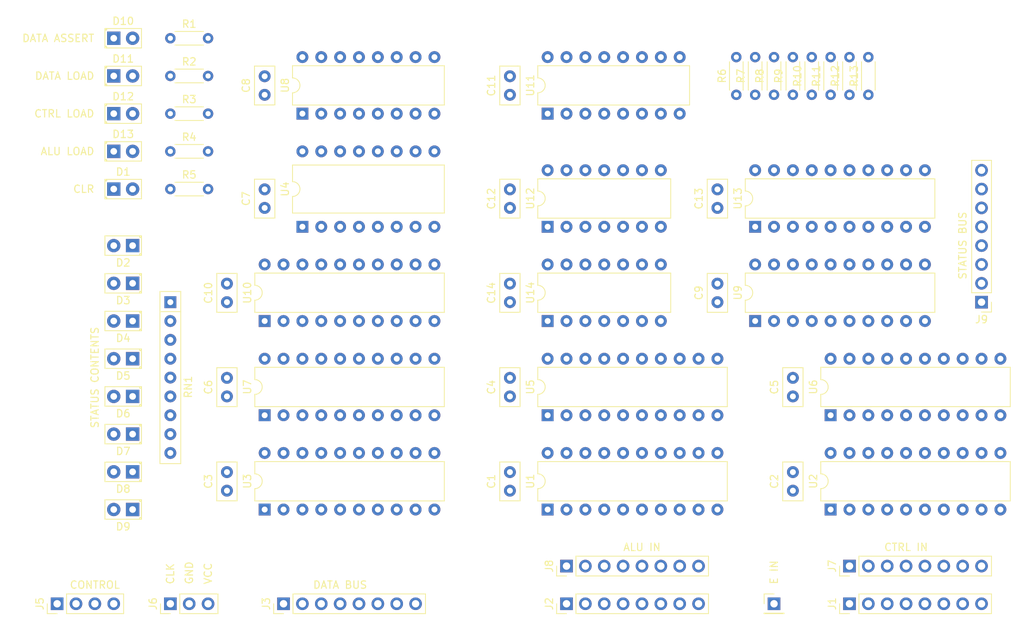
<source format=kicad_pcb>
(kicad_pcb (version 20171130) (host pcbnew "(5.1.10)-1")

  (general
    (thickness 1.6)
    (drawings 22)
    (tracks 0)
    (zones 0)
    (modules 64)
    (nets 109)
  )

  (page A4)
  (layers
    (0 F.Cu signal)
    (31 B.Cu signal)
    (32 B.Adhes user)
    (33 F.Adhes user)
    (34 B.Paste user)
    (35 F.Paste user)
    (36 B.SilkS user)
    (37 F.SilkS user)
    (38 B.Mask user)
    (39 F.Mask user)
    (40 Dwgs.User user)
    (41 Cmts.User user)
    (42 Eco1.User user)
    (43 Eco2.User user)
    (44 Edge.Cuts user)
    (45 Margin user)
    (46 B.CrtYd user)
    (47 F.CrtYd user)
    (48 B.Fab user)
    (49 F.Fab user)
  )

  (setup
    (last_trace_width 0.25)
    (trace_clearance 0.2)
    (zone_clearance 0.508)
    (zone_45_only no)
    (trace_min 0.2)
    (via_size 0.8)
    (via_drill 0.4)
    (via_min_size 0.4)
    (via_min_drill 0.3)
    (uvia_size 0.3)
    (uvia_drill 0.1)
    (uvias_allowed no)
    (uvia_min_size 0.2)
    (uvia_min_drill 0.1)
    (edge_width 0.05)
    (segment_width 0.2)
    (pcb_text_width 0.3)
    (pcb_text_size 1.5 1.5)
    (mod_edge_width 0.12)
    (mod_text_size 1 1)
    (mod_text_width 0.15)
    (pad_size 1.524 1.524)
    (pad_drill 0.762)
    (pad_to_mask_clearance 0)
    (aux_axis_origin 0 0)
    (visible_elements FFFFF77F)
    (pcbplotparams
      (layerselection 0x010fc_ffffffff)
      (usegerberextensions false)
      (usegerberattributes true)
      (usegerberadvancedattributes true)
      (creategerberjobfile true)
      (excludeedgelayer true)
      (linewidth 0.100000)
      (plotframeref false)
      (viasonmask false)
      (mode 1)
      (useauxorigin false)
      (hpglpennumber 1)
      (hpglpenspeed 20)
      (hpglpendiameter 15.000000)
      (psnegative false)
      (psa4output false)
      (plotreference true)
      (plotvalue true)
      (plotinvisibletext false)
      (padsonsilk false)
      (subtractmaskfromsilk false)
      (outputformat 1)
      (mirror false)
      (drillshape 1)
      (scaleselection 1)
      (outputdirectory ""))
  )

  (net 0 "")
  (net 1 /GND)
  (net 2 /VCC)
  (net 3 "Net-(D1-Pad1)")
  (net 4 /LED0)
  (net 5 /LED1)
  (net 6 "Net-(D2-Pad1)")
  (net 7 "Net-(D3-Pad1)")
  (net 8 /LED2)
  (net 9 /LED3)
  (net 10 "Net-(D4-Pad1)")
  (net 11 /LED4)
  (net 12 "Net-(D5-Pad1)")
  (net 13 /LED5)
  (net 14 "Net-(D6-Pad1)")
  (net 15 "Net-(D7-Pad1)")
  (net 16 /LED6)
  (net 17 "Net-(D8-Pad1)")
  (net 18 /LED7)
  (net 19 /~DBUS_ASSERT)
  (net 20 "Net-(D10-Pad2)")
  (net 21 /~DBUS_SELECT)
  (net 22 /~CTRL_SELECT)
  (net 23 "Net-(D11-Pad2)")
  (net 24 "Net-(D12-Pad2)")
  (net 25 /~ALU_SELECT)
  (net 26 /CLR)
  (net 27 /CTRL_I)
  (net 28 /CTRL_L)
  (net 29 /CTRL_N)
  (net 30 /CTRL_V)
  (net 31 /CTRL_Z)
  (net 32 /CTRL_C)
  (net 33 /CTRL_x)
  (net 34 /ALU_I)
  (net 35 /ALU_L)
  (net 36 /ALU_N)
  (net 37 /ALU_V)
  (net 38 /ALU_Z)
  (net 39 /ALU_C)
  (net 40 /ALU_x)
  (net 41 /DBUS_E)
  (net 42 /DBUS_I)
  (net 43 /DBUS_L)
  (net 44 /DBUS_N)
  (net 45 /DBUS_V)
  (net 46 /DBUS_Z)
  (net 47 /DBUS_C)
  (net 48 /DBUS_x)
  (net 49 /IDX_E)
  (net 50 /CLK)
  (net 51 /CTRL_E_x)
  (net 52 /CTRL_E_C)
  (net 53 /CTRL_E_Z)
  (net 54 /CTRL_E_V)
  (net 55 /CTRL_E_N)
  (net 56 /CTRL_E_L)
  (net 57 /CTRL_E_I)
  (net 58 /ALU_E_x)
  (net 59 /ALU_E_C)
  (net 60 /ALU_E_Z)
  (net 61 /ALU_E_V)
  (net 62 /ALU_E_N)
  (net 63 /ALU_E_L)
  (net 64 /ALU_E_I)
  (net 65 /SRC_SELECT0)
  (net 66 /SRC_SELECT1)
  (net 67 /F0)
  (net 68 /Q0)
  (net 69 /F1)
  (net 70 /Q1)
  (net 71 /Q2)
  (net 72 /F2)
  (net 73 /F3)
  (net 74 /Q3)
  (net 75 /Q4)
  (net 76 /F4)
  (net 77 /F5)
  (net 78 /Q5)
  (net 79 /Q6)
  (net 80 /F6)
  (net 81 /F7)
  (net 82 /Q7)
  (net 83 /FBUS7)
  (net 84 /FBUS6)
  (net 85 /FBUS5)
  (net 86 /FBUS4)
  (net 87 /FBUS3)
  (net 88 /FBUS2)
  (net 89 /FBUS1)
  (net 90 /FBUS0)
  (net 91 /EBUS0)
  (net 92 /EBUS1)
  (net 93 /EBUS2)
  (net 94 /EBUS3)
  (net 95 /EBUS4)
  (net 96 /EBUS5)
  (net 97 /EBUS6)
  (net 98 /EBUS7)
  (net 99 /S7)
  (net 100 /S6)
  (net 101 /S5)
  (net 102 /S4)
  (net 103 /S3)
  (net 104 /S2)
  (net 105 /S1)
  (net 106 /S0)
  (net 107 "Net-(D9-Pad1)")
  (net 108 "Net-(D13-Pad2)")

  (net_class Default "This is the default net class."
    (clearance 0.2)
    (trace_width 0.25)
    (via_dia 0.8)
    (via_drill 0.4)
    (uvia_dia 0.3)
    (uvia_drill 0.1)
    (add_net /ALU_C)
    (add_net /ALU_E)
    (add_net /ALU_E_C)
    (add_net /ALU_E_E)
    (add_net /ALU_E_I)
    (add_net /ALU_E_L)
    (add_net /ALU_E_N)
    (add_net /ALU_E_V)
    (add_net /ALU_E_Z)
    (add_net /ALU_E_x)
    (add_net /ALU_I)
    (add_net /ALU_L)
    (add_net /ALU_N)
    (add_net /ALU_V)
    (add_net /ALU_Z)
    (add_net /ALU_x)
    (add_net /CLK)
    (add_net /CLR)
    (add_net /CTRL_C)
    (add_net /CTRL_E)
    (add_net /CTRL_E_C)
    (add_net /CTRL_E_E)
    (add_net /CTRL_E_I)
    (add_net /CTRL_E_L)
    (add_net /CTRL_E_N)
    (add_net /CTRL_E_V)
    (add_net /CTRL_E_Z)
    (add_net /CTRL_E_x)
    (add_net /CTRL_I)
    (add_net /CTRL_L)
    (add_net /CTRL_N)
    (add_net /CTRL_V)
    (add_net /CTRL_Z)
    (add_net /CTRL_x)
    (add_net /DBUS_C)
    (add_net /DBUS_E)
    (add_net /DBUS_I)
    (add_net /DBUS_L)
    (add_net /DBUS_N)
    (add_net /DBUS_V)
    (add_net /DBUS_Z)
    (add_net /DBUS_x)
    (add_net /EBUS0)
    (add_net /EBUS1)
    (add_net /EBUS2)
    (add_net /EBUS3)
    (add_net /EBUS4)
    (add_net /EBUS5)
    (add_net /EBUS6)
    (add_net /EBUS7)
    (add_net /F0)
    (add_net /F1)
    (add_net /F2)
    (add_net /F3)
    (add_net /F4)
    (add_net /F5)
    (add_net /F6)
    (add_net /F7)
    (add_net /FBUS0)
    (add_net /FBUS1)
    (add_net /FBUS2)
    (add_net /FBUS3)
    (add_net /FBUS4)
    (add_net /FBUS5)
    (add_net /FBUS6)
    (add_net /FBUS7)
    (add_net /GND)
    (add_net /IDX_E)
    (add_net /LED0)
    (add_net /LED1)
    (add_net /LED2)
    (add_net /LED3)
    (add_net /LED4)
    (add_net /LED5)
    (add_net /LED6)
    (add_net /LED7)
    (add_net /Q0)
    (add_net /Q1)
    (add_net /Q2)
    (add_net /Q3)
    (add_net /Q4)
    (add_net /Q5)
    (add_net /Q6)
    (add_net /Q7)
    (add_net /S0)
    (add_net /S1)
    (add_net /S2)
    (add_net /S3)
    (add_net /S4)
    (add_net /S5)
    (add_net /S6)
    (add_net /S7)
    (add_net /SRC_SELECT0)
    (add_net /SRC_SELECT1)
    (add_net /VCC)
    (add_net /~ALU_SELECT)
    (add_net /~CTRL_SELECT)
    (add_net /~DBUS_ASSERT)
    (add_net /~DBUS_SELECT)
    (add_net "Net-(D1-Pad1)")
    (add_net "Net-(D10-Pad2)")
    (add_net "Net-(D11-Pad2)")
    (add_net "Net-(D12-Pad2)")
    (add_net "Net-(D13-Pad2)")
    (add_net "Net-(D2-Pad1)")
    (add_net "Net-(D3-Pad1)")
    (add_net "Net-(D4-Pad1)")
    (add_net "Net-(D5-Pad1)")
    (add_net "Net-(D6-Pad1)")
    (add_net "Net-(D7-Pad1)")
    (add_net "Net-(D8-Pad1)")
    (add_net "Net-(D9-Pad1)")
    (add_net "Net-(U4-Pad10)")
    (add_net "Net-(U4-Pad11)")
    (add_net "Net-(U4-Pad12)")
    (add_net "Net-(U4-Pad13)")
    (add_net "Net-(U4-Pad14)")
    (add_net "Net-(U4-Pad15)")
    (add_net "Net-(U4-Pad7)")
    (add_net "Net-(U4-Pad9)")
  )

  (module Capacitor_THT:C_Disc_D5.0mm_W2.5mm_P2.50mm (layer F.Cu) (tedit 5AE50EF0) (tstamp 6100E73A)
    (at 66.04 86.36 90)
    (descr "C, Disc series, Radial, pin pitch=2.50mm, , diameter*width=5*2.5mm^2, Capacitor, http://cdn-reichelt.de/documents/datenblatt/B300/DS_KERKO_TC.pdf")
    (tags "C Disc series Radial pin pitch 2.50mm  diameter 5mm width 2.5mm Capacitor")
    (path /6199C97D)
    (fp_text reference C7 (at 1.25 -2.5 90) (layer F.SilkS)
      (effects (font (size 1 1) (thickness 0.15)))
    )
    (fp_text value C_Small (at 1.25 2.5 90) (layer F.Fab)
      (effects (font (size 1 1) (thickness 0.15)))
    )
    (fp_text user %R (at 1.25 0 90) (layer F.Fab)
      (effects (font (size 1 1) (thickness 0.15)))
    )
    (fp_line (start -1.25 -1.25) (end -1.25 1.25) (layer F.Fab) (width 0.1))
    (fp_line (start -1.25 1.25) (end 3.75 1.25) (layer F.Fab) (width 0.1))
    (fp_line (start 3.75 1.25) (end 3.75 -1.25) (layer F.Fab) (width 0.1))
    (fp_line (start 3.75 -1.25) (end -1.25 -1.25) (layer F.Fab) (width 0.1))
    (fp_line (start -1.37 -1.37) (end 3.87 -1.37) (layer F.SilkS) (width 0.12))
    (fp_line (start -1.37 1.37) (end 3.87 1.37) (layer F.SilkS) (width 0.12))
    (fp_line (start -1.37 -1.37) (end -1.37 1.37) (layer F.SilkS) (width 0.12))
    (fp_line (start 3.87 -1.37) (end 3.87 1.37) (layer F.SilkS) (width 0.12))
    (fp_line (start -1.5 -1.5) (end -1.5 1.5) (layer F.CrtYd) (width 0.05))
    (fp_line (start -1.5 1.5) (end 4 1.5) (layer F.CrtYd) (width 0.05))
    (fp_line (start 4 1.5) (end 4 -1.5) (layer F.CrtYd) (width 0.05))
    (fp_line (start 4 -1.5) (end -1.5 -1.5) (layer F.CrtYd) (width 0.05))
    (pad 2 thru_hole circle (at 2.5 0 90) (size 1.6 1.6) (drill 0.8) (layers *.Cu *.Mask)
      (net 1 /GND))
    (pad 1 thru_hole circle (at 0 0 90) (size 1.6 1.6) (drill 0.8) (layers *.Cu *.Mask)
      (net 2 /VCC))
    (model ${KISYS3DMOD}/Capacitor_THT.3dshapes/C_Disc_D5.0mm_W2.5mm_P2.50mm.wrl
      (at (xyz 0 0 0))
      (scale (xyz 1 1 1))
      (rotate (xyz 0 0 0))
    )
  )

  (module Package_DIP:DIP-16_W10.16mm (layer F.Cu) (tedit 5A02E8C5) (tstamp 610035FC)
    (at 71.12 88.9 90)
    (descr "16-lead though-hole mounted DIP package, row spacing 10.16 mm (400 mils)")
    (tags "THT DIP DIL PDIP 2.54mm 10.16mm 400mil")
    (path /618751D1)
    (fp_text reference U4 (at 5.08 -2.33 90) (layer F.SilkS)
      (effects (font (size 1 1) (thickness 0.15)))
    )
    (fp_text value 74LS139 (at 5.08 20.11 90) (layer F.Fab)
      (effects (font (size 1 1) (thickness 0.15)))
    )
    (fp_text user %R (at 5.08 8.89 90) (layer F.Fab)
      (effects (font (size 1 1) (thickness 0.15)))
    )
    (fp_arc (start 5.08 -1.33) (end 4.08 -1.33) (angle -180) (layer F.SilkS) (width 0.12))
    (fp_line (start 2.905 -1.27) (end 8.255 -1.27) (layer F.Fab) (width 0.1))
    (fp_line (start 8.255 -1.27) (end 8.255 19.05) (layer F.Fab) (width 0.1))
    (fp_line (start 8.255 19.05) (end 1.905 19.05) (layer F.Fab) (width 0.1))
    (fp_line (start 1.905 19.05) (end 1.905 -0.27) (layer F.Fab) (width 0.1))
    (fp_line (start 1.905 -0.27) (end 2.905 -1.27) (layer F.Fab) (width 0.1))
    (fp_line (start 4.08 -1.33) (end 1.845 -1.33) (layer F.SilkS) (width 0.12))
    (fp_line (start 1.845 -1.33) (end 1.845 19.11) (layer F.SilkS) (width 0.12))
    (fp_line (start 1.845 19.11) (end 8.315 19.11) (layer F.SilkS) (width 0.12))
    (fp_line (start 8.315 19.11) (end 8.315 -1.33) (layer F.SilkS) (width 0.12))
    (fp_line (start 8.315 -1.33) (end 6.08 -1.33) (layer F.SilkS) (width 0.12))
    (fp_line (start -1.05 -1.55) (end -1.05 19.3) (layer F.CrtYd) (width 0.05))
    (fp_line (start -1.05 19.3) (end 11.25 19.3) (layer F.CrtYd) (width 0.05))
    (fp_line (start 11.25 19.3) (end 11.25 -1.55) (layer F.CrtYd) (width 0.05))
    (fp_line (start 11.25 -1.55) (end -1.05 -1.55) (layer F.CrtYd) (width 0.05))
    (pad 16 thru_hole oval (at 10.16 0 90) (size 1.6 1.6) (drill 0.8) (layers *.Cu *.Mask)
      (net 2 /VCC))
    (pad 8 thru_hole oval (at 0 17.78 90) (size 1.6 1.6) (drill 0.8) (layers *.Cu *.Mask)
      (net 1 /GND))
    (pad 15 thru_hole oval (at 10.16 2.54 90) (size 1.6 1.6) (drill 0.8) (layers *.Cu *.Mask))
    (pad 7 thru_hole oval (at 0 15.24 90) (size 1.6 1.6) (drill 0.8) (layers *.Cu *.Mask))
    (pad 14 thru_hole oval (at 10.16 5.08 90) (size 1.6 1.6) (drill 0.8) (layers *.Cu *.Mask))
    (pad 6 thru_hole oval (at 0 12.7 90) (size 1.6 1.6) (drill 0.8) (layers *.Cu *.Mask)
      (net 21 /~DBUS_SELECT))
    (pad 13 thru_hole oval (at 10.16 7.62 90) (size 1.6 1.6) (drill 0.8) (layers *.Cu *.Mask))
    (pad 5 thru_hole oval (at 0 10.16 90) (size 1.6 1.6) (drill 0.8) (layers *.Cu *.Mask)
      (net 22 /~CTRL_SELECT))
    (pad 12 thru_hole oval (at 10.16 10.16 90) (size 1.6 1.6) (drill 0.8) (layers *.Cu *.Mask))
    (pad 4 thru_hole oval (at 0 7.62 90) (size 1.6 1.6) (drill 0.8) (layers *.Cu *.Mask)
      (net 25 /~ALU_SELECT))
    (pad 11 thru_hole oval (at 10.16 12.7 90) (size 1.6 1.6) (drill 0.8) (layers *.Cu *.Mask))
    (pad 3 thru_hole oval (at 0 5.08 90) (size 1.6 1.6) (drill 0.8) (layers *.Cu *.Mask)
      (net 66 /SRC_SELECT1))
    (pad 10 thru_hole oval (at 10.16 15.24 90) (size 1.6 1.6) (drill 0.8) (layers *.Cu *.Mask))
    (pad 2 thru_hole oval (at 0 2.54 90) (size 1.6 1.6) (drill 0.8) (layers *.Cu *.Mask)
      (net 65 /SRC_SELECT0))
    (pad 9 thru_hole oval (at 10.16 17.78 90) (size 1.6 1.6) (drill 0.8) (layers *.Cu *.Mask))
    (pad 1 thru_hole rect (at 0 0 90) (size 1.6 1.6) (drill 0.8) (layers *.Cu *.Mask)
      (net 1 /GND))
    (model ${KISYS3DMOD}/Package_DIP.3dshapes/DIP-16_W10.16mm.wrl
      (at (xyz 0 0 0))
      (scale (xyz 1 1 1))
      (rotate (xyz 0 0 0))
    )
  )

  (module Connector_PinHeader_2.54mm:PinHeader_1x08_P2.54mm_Vertical (layer F.Cu) (tedit 59FED5CC) (tstamp 610032E4)
    (at 162.56 99.06 180)
    (descr "Through hole straight pin header, 1x08, 2.54mm pitch, single row")
    (tags "Through hole pin header THT 1x08 2.54mm single row")
    (path /6188B21C)
    (fp_text reference J9 (at 0 -2.33) (layer F.SilkS)
      (effects (font (size 1 1) (thickness 0.15)))
    )
    (fp_text value Conn_01x08 (at 0 20.11) (layer F.Fab)
      (effects (font (size 1 1) (thickness 0.15)))
    )
    (fp_text user %R (at 0 8.89 90) (layer F.Fab)
      (effects (font (size 1 1) (thickness 0.15)))
    )
    (fp_line (start -0.635 -1.27) (end 1.27 -1.27) (layer F.Fab) (width 0.1))
    (fp_line (start 1.27 -1.27) (end 1.27 19.05) (layer F.Fab) (width 0.1))
    (fp_line (start 1.27 19.05) (end -1.27 19.05) (layer F.Fab) (width 0.1))
    (fp_line (start -1.27 19.05) (end -1.27 -0.635) (layer F.Fab) (width 0.1))
    (fp_line (start -1.27 -0.635) (end -0.635 -1.27) (layer F.Fab) (width 0.1))
    (fp_line (start -1.33 19.11) (end 1.33 19.11) (layer F.SilkS) (width 0.12))
    (fp_line (start -1.33 1.27) (end -1.33 19.11) (layer F.SilkS) (width 0.12))
    (fp_line (start 1.33 1.27) (end 1.33 19.11) (layer F.SilkS) (width 0.12))
    (fp_line (start -1.33 1.27) (end 1.33 1.27) (layer F.SilkS) (width 0.12))
    (fp_line (start -1.33 0) (end -1.33 -1.33) (layer F.SilkS) (width 0.12))
    (fp_line (start -1.33 -1.33) (end 0 -1.33) (layer F.SilkS) (width 0.12))
    (fp_line (start -1.8 -1.8) (end -1.8 19.55) (layer F.CrtYd) (width 0.05))
    (fp_line (start -1.8 19.55) (end 1.8 19.55) (layer F.CrtYd) (width 0.05))
    (fp_line (start 1.8 19.55) (end 1.8 -1.8) (layer F.CrtYd) (width 0.05))
    (fp_line (start 1.8 -1.8) (end -1.8 -1.8) (layer F.CrtYd) (width 0.05))
    (pad 8 thru_hole oval (at 0 17.78 180) (size 1.7 1.7) (drill 1) (layers *.Cu *.Mask)
      (net 99 /S7))
    (pad 7 thru_hole oval (at 0 15.24 180) (size 1.7 1.7) (drill 1) (layers *.Cu *.Mask)
      (net 100 /S6))
    (pad 6 thru_hole oval (at 0 12.7 180) (size 1.7 1.7) (drill 1) (layers *.Cu *.Mask)
      (net 101 /S5))
    (pad 5 thru_hole oval (at 0 10.16 180) (size 1.7 1.7) (drill 1) (layers *.Cu *.Mask)
      (net 102 /S4))
    (pad 4 thru_hole oval (at 0 7.62 180) (size 1.7 1.7) (drill 1) (layers *.Cu *.Mask)
      (net 103 /S3))
    (pad 3 thru_hole oval (at 0 5.08 180) (size 1.7 1.7) (drill 1) (layers *.Cu *.Mask)
      (net 104 /S2))
    (pad 2 thru_hole oval (at 0 2.54 180) (size 1.7 1.7) (drill 1) (layers *.Cu *.Mask)
      (net 105 /S1))
    (pad 1 thru_hole rect (at 0 0 180) (size 1.7 1.7) (drill 1) (layers *.Cu *.Mask)
      (net 106 /S0))
    (model ${KISYS3DMOD}/Connector_PinHeader_2.54mm.3dshapes/PinHeader_1x08_P2.54mm_Vertical.wrl
      (at (xyz 0 0 0))
      (scale (xyz 1 1 1))
      (rotate (xyz 0 0 0))
    )
  )

  (module Capacitor_THT:C_Disc_D5.0mm_W2.5mm_P2.50mm (layer F.Cu) (tedit 5AE50EF0) (tstamp 60FF3EA1)
    (at 99.06 124.46 90)
    (descr "C, Disc series, Radial, pin pitch=2.50mm, , diameter*width=5*2.5mm^2, Capacitor, http://cdn-reichelt.de/documents/datenblatt/B300/DS_KERKO_TC.pdf")
    (tags "C Disc series Radial pin pitch 2.50mm  diameter 5mm width 2.5mm Capacitor")
    (path /616D3339)
    (fp_text reference C1 (at 1.25 -2.5 90) (layer F.SilkS)
      (effects (font (size 1 1) (thickness 0.15)))
    )
    (fp_text value C_Small (at 1.25 2.5 90) (layer F.Fab)
      (effects (font (size 1 1) (thickness 0.15)))
    )
    (fp_text user %R (at 1.25 0 90) (layer F.Fab)
      (effects (font (size 1 1) (thickness 0.15)))
    )
    (fp_line (start -1.25 -1.25) (end -1.25 1.25) (layer F.Fab) (width 0.1))
    (fp_line (start -1.25 1.25) (end 3.75 1.25) (layer F.Fab) (width 0.1))
    (fp_line (start 3.75 1.25) (end 3.75 -1.25) (layer F.Fab) (width 0.1))
    (fp_line (start 3.75 -1.25) (end -1.25 -1.25) (layer F.Fab) (width 0.1))
    (fp_line (start -1.37 -1.37) (end 3.87 -1.37) (layer F.SilkS) (width 0.12))
    (fp_line (start -1.37 1.37) (end 3.87 1.37) (layer F.SilkS) (width 0.12))
    (fp_line (start -1.37 -1.37) (end -1.37 1.37) (layer F.SilkS) (width 0.12))
    (fp_line (start 3.87 -1.37) (end 3.87 1.37) (layer F.SilkS) (width 0.12))
    (fp_line (start -1.5 -1.5) (end -1.5 1.5) (layer F.CrtYd) (width 0.05))
    (fp_line (start -1.5 1.5) (end 4 1.5) (layer F.CrtYd) (width 0.05))
    (fp_line (start 4 1.5) (end 4 -1.5) (layer F.CrtYd) (width 0.05))
    (fp_line (start 4 -1.5) (end -1.5 -1.5) (layer F.CrtYd) (width 0.05))
    (pad 2 thru_hole circle (at 2.5 0 90) (size 1.6 1.6) (drill 0.8) (layers *.Cu *.Mask)
      (net 1 /GND))
    (pad 1 thru_hole circle (at 0 0 90) (size 1.6 1.6) (drill 0.8) (layers *.Cu *.Mask)
      (net 2 /VCC))
    (model ${KISYS3DMOD}/Capacitor_THT.3dshapes/C_Disc_D5.0mm_W2.5mm_P2.50mm.wrl
      (at (xyz 0 0 0))
      (scale (xyz 1 1 1))
      (rotate (xyz 0 0 0))
    )
  )

  (module Capacitor_THT:C_Disc_D5.0mm_W2.5mm_P2.50mm (layer F.Cu) (tedit 5AE50EF0) (tstamp 60FF3EB4)
    (at 137.16 124.46 90)
    (descr "C, Disc series, Radial, pin pitch=2.50mm, , diameter*width=5*2.5mm^2, Capacitor, http://cdn-reichelt.de/documents/datenblatt/B300/DS_KERKO_TC.pdf")
    (tags "C Disc series Radial pin pitch 2.50mm  diameter 5mm width 2.5mm Capacitor")
    (path /616D78DB)
    (fp_text reference C2 (at 1.25 -2.5 90) (layer F.SilkS)
      (effects (font (size 1 1) (thickness 0.15)))
    )
    (fp_text value C_Small (at 1.25 2.5 90) (layer F.Fab)
      (effects (font (size 1 1) (thickness 0.15)))
    )
    (fp_text user %R (at 1.25 0 90) (layer F.Fab)
      (effects (font (size 1 1) (thickness 0.15)))
    )
    (fp_line (start -1.25 -1.25) (end -1.25 1.25) (layer F.Fab) (width 0.1))
    (fp_line (start -1.25 1.25) (end 3.75 1.25) (layer F.Fab) (width 0.1))
    (fp_line (start 3.75 1.25) (end 3.75 -1.25) (layer F.Fab) (width 0.1))
    (fp_line (start 3.75 -1.25) (end -1.25 -1.25) (layer F.Fab) (width 0.1))
    (fp_line (start -1.37 -1.37) (end 3.87 -1.37) (layer F.SilkS) (width 0.12))
    (fp_line (start -1.37 1.37) (end 3.87 1.37) (layer F.SilkS) (width 0.12))
    (fp_line (start -1.37 -1.37) (end -1.37 1.37) (layer F.SilkS) (width 0.12))
    (fp_line (start 3.87 -1.37) (end 3.87 1.37) (layer F.SilkS) (width 0.12))
    (fp_line (start -1.5 -1.5) (end -1.5 1.5) (layer F.CrtYd) (width 0.05))
    (fp_line (start -1.5 1.5) (end 4 1.5) (layer F.CrtYd) (width 0.05))
    (fp_line (start 4 1.5) (end 4 -1.5) (layer F.CrtYd) (width 0.05))
    (fp_line (start 4 -1.5) (end -1.5 -1.5) (layer F.CrtYd) (width 0.05))
    (pad 2 thru_hole circle (at 2.5 0 90) (size 1.6 1.6) (drill 0.8) (layers *.Cu *.Mask)
      (net 1 /GND))
    (pad 1 thru_hole circle (at 0 0 90) (size 1.6 1.6) (drill 0.8) (layers *.Cu *.Mask)
      (net 2 /VCC))
    (model ${KISYS3DMOD}/Capacitor_THT.3dshapes/C_Disc_D5.0mm_W2.5mm_P2.50mm.wrl
      (at (xyz 0 0 0))
      (scale (xyz 1 1 1))
      (rotate (xyz 0 0 0))
    )
  )

  (module Capacitor_THT:C_Disc_D5.0mm_W2.5mm_P2.50mm (layer F.Cu) (tedit 5AE50EF0) (tstamp 60FF3EC7)
    (at 60.96 124.46 90)
    (descr "C, Disc series, Radial, pin pitch=2.50mm, , diameter*width=5*2.5mm^2, Capacitor, http://cdn-reichelt.de/documents/datenblatt/B300/DS_KERKO_TC.pdf")
    (tags "C Disc series Radial pin pitch 2.50mm  diameter 5mm width 2.5mm Capacitor")
    (path /616DD8CA)
    (fp_text reference C3 (at 1.25 -2.5 90) (layer F.SilkS)
      (effects (font (size 1 1) (thickness 0.15)))
    )
    (fp_text value C_Small (at 1.25 2.5 90) (layer F.Fab)
      (effects (font (size 1 1) (thickness 0.15)))
    )
    (fp_text user %R (at 1.25 0 90) (layer F.Fab)
      (effects (font (size 1 1) (thickness 0.15)))
    )
    (fp_line (start -1.25 -1.25) (end -1.25 1.25) (layer F.Fab) (width 0.1))
    (fp_line (start -1.25 1.25) (end 3.75 1.25) (layer F.Fab) (width 0.1))
    (fp_line (start 3.75 1.25) (end 3.75 -1.25) (layer F.Fab) (width 0.1))
    (fp_line (start 3.75 -1.25) (end -1.25 -1.25) (layer F.Fab) (width 0.1))
    (fp_line (start -1.37 -1.37) (end 3.87 -1.37) (layer F.SilkS) (width 0.12))
    (fp_line (start -1.37 1.37) (end 3.87 1.37) (layer F.SilkS) (width 0.12))
    (fp_line (start -1.37 -1.37) (end -1.37 1.37) (layer F.SilkS) (width 0.12))
    (fp_line (start 3.87 -1.37) (end 3.87 1.37) (layer F.SilkS) (width 0.12))
    (fp_line (start -1.5 -1.5) (end -1.5 1.5) (layer F.CrtYd) (width 0.05))
    (fp_line (start -1.5 1.5) (end 4 1.5) (layer F.CrtYd) (width 0.05))
    (fp_line (start 4 1.5) (end 4 -1.5) (layer F.CrtYd) (width 0.05))
    (fp_line (start 4 -1.5) (end -1.5 -1.5) (layer F.CrtYd) (width 0.05))
    (pad 2 thru_hole circle (at 2.5 0 90) (size 1.6 1.6) (drill 0.8) (layers *.Cu *.Mask)
      (net 1 /GND))
    (pad 1 thru_hole circle (at 0 0 90) (size 1.6 1.6) (drill 0.8) (layers *.Cu *.Mask)
      (net 2 /VCC))
    (model ${KISYS3DMOD}/Capacitor_THT.3dshapes/C_Disc_D5.0mm_W2.5mm_P2.50mm.wrl
      (at (xyz 0 0 0))
      (scale (xyz 1 1 1))
      (rotate (xyz 0 0 0))
    )
  )

  (module Capacitor_THT:C_Disc_D5.0mm_W2.5mm_P2.50mm (layer F.Cu) (tedit 5AE50EF0) (tstamp 60FF3EDA)
    (at 99.06 111.76 90)
    (descr "C, Disc series, Radial, pin pitch=2.50mm, , diameter*width=5*2.5mm^2, Capacitor, http://cdn-reichelt.de/documents/datenblatt/B300/DS_KERKO_TC.pdf")
    (tags "C Disc series Radial pin pitch 2.50mm  diameter 5mm width 2.5mm Capacitor")
    (path /616D54EA)
    (fp_text reference C4 (at 1.25 -2.5 90) (layer F.SilkS)
      (effects (font (size 1 1) (thickness 0.15)))
    )
    (fp_text value C_Small (at 1.25 2.5 90) (layer F.Fab)
      (effects (font (size 1 1) (thickness 0.15)))
    )
    (fp_line (start 4 -1.5) (end -1.5 -1.5) (layer F.CrtYd) (width 0.05))
    (fp_line (start 4 1.5) (end 4 -1.5) (layer F.CrtYd) (width 0.05))
    (fp_line (start -1.5 1.5) (end 4 1.5) (layer F.CrtYd) (width 0.05))
    (fp_line (start -1.5 -1.5) (end -1.5 1.5) (layer F.CrtYd) (width 0.05))
    (fp_line (start 3.87 -1.37) (end 3.87 1.37) (layer F.SilkS) (width 0.12))
    (fp_line (start -1.37 -1.37) (end -1.37 1.37) (layer F.SilkS) (width 0.12))
    (fp_line (start -1.37 1.37) (end 3.87 1.37) (layer F.SilkS) (width 0.12))
    (fp_line (start -1.37 -1.37) (end 3.87 -1.37) (layer F.SilkS) (width 0.12))
    (fp_line (start 3.75 -1.25) (end -1.25 -1.25) (layer F.Fab) (width 0.1))
    (fp_line (start 3.75 1.25) (end 3.75 -1.25) (layer F.Fab) (width 0.1))
    (fp_line (start -1.25 1.25) (end 3.75 1.25) (layer F.Fab) (width 0.1))
    (fp_line (start -1.25 -1.25) (end -1.25 1.25) (layer F.Fab) (width 0.1))
    (fp_text user %R (at 1.25 0 90) (layer F.Fab)
      (effects (font (size 1 1) (thickness 0.15)))
    )
    (pad 1 thru_hole circle (at 0 0 90) (size 1.6 1.6) (drill 0.8) (layers *.Cu *.Mask)
      (net 2 /VCC))
    (pad 2 thru_hole circle (at 2.5 0 90) (size 1.6 1.6) (drill 0.8) (layers *.Cu *.Mask)
      (net 1 /GND))
    (model ${KISYS3DMOD}/Capacitor_THT.3dshapes/C_Disc_D5.0mm_W2.5mm_P2.50mm.wrl
      (at (xyz 0 0 0))
      (scale (xyz 1 1 1))
      (rotate (xyz 0 0 0))
    )
  )

  (module Capacitor_THT:C_Disc_D5.0mm_W2.5mm_P2.50mm (layer F.Cu) (tedit 5AE50EF0) (tstamp 60FF3EED)
    (at 137.16 111.76 90)
    (descr "C, Disc series, Radial, pin pitch=2.50mm, , diameter*width=5*2.5mm^2, Capacitor, http://cdn-reichelt.de/documents/datenblatt/B300/DS_KERKO_TC.pdf")
    (tags "C Disc series Radial pin pitch 2.50mm  diameter 5mm width 2.5mm Capacitor")
    (path /616D9BD2)
    (fp_text reference C5 (at 1.25 -2.5 90) (layer F.SilkS)
      (effects (font (size 1 1) (thickness 0.15)))
    )
    (fp_text value C_Small (at 1.25 2.5 90) (layer F.Fab)
      (effects (font (size 1 1) (thickness 0.15)))
    )
    (fp_line (start 4 -1.5) (end -1.5 -1.5) (layer F.CrtYd) (width 0.05))
    (fp_line (start 4 1.5) (end 4 -1.5) (layer F.CrtYd) (width 0.05))
    (fp_line (start -1.5 1.5) (end 4 1.5) (layer F.CrtYd) (width 0.05))
    (fp_line (start -1.5 -1.5) (end -1.5 1.5) (layer F.CrtYd) (width 0.05))
    (fp_line (start 3.87 -1.37) (end 3.87 1.37) (layer F.SilkS) (width 0.12))
    (fp_line (start -1.37 -1.37) (end -1.37 1.37) (layer F.SilkS) (width 0.12))
    (fp_line (start -1.37 1.37) (end 3.87 1.37) (layer F.SilkS) (width 0.12))
    (fp_line (start -1.37 -1.37) (end 3.87 -1.37) (layer F.SilkS) (width 0.12))
    (fp_line (start 3.75 -1.25) (end -1.25 -1.25) (layer F.Fab) (width 0.1))
    (fp_line (start 3.75 1.25) (end 3.75 -1.25) (layer F.Fab) (width 0.1))
    (fp_line (start -1.25 1.25) (end 3.75 1.25) (layer F.Fab) (width 0.1))
    (fp_line (start -1.25 -1.25) (end -1.25 1.25) (layer F.Fab) (width 0.1))
    (fp_text user %R (at 1.25 0 90) (layer F.Fab)
      (effects (font (size 1 1) (thickness 0.15)))
    )
    (pad 1 thru_hole circle (at 0 0 90) (size 1.6 1.6) (drill 0.8) (layers *.Cu *.Mask)
      (net 2 /VCC))
    (pad 2 thru_hole circle (at 2.5 0 90) (size 1.6 1.6) (drill 0.8) (layers *.Cu *.Mask)
      (net 1 /GND))
    (model ${KISYS3DMOD}/Capacitor_THT.3dshapes/C_Disc_D5.0mm_W2.5mm_P2.50mm.wrl
      (at (xyz 0 0 0))
      (scale (xyz 1 1 1))
      (rotate (xyz 0 0 0))
    )
  )

  (module Capacitor_THT:C_Disc_D5.0mm_W2.5mm_P2.50mm (layer F.Cu) (tedit 5AE50EF0) (tstamp 60FF3F00)
    (at 60.96 111.76 90)
    (descr "C, Disc series, Radial, pin pitch=2.50mm, , diameter*width=5*2.5mm^2, Capacitor, http://cdn-reichelt.de/documents/datenblatt/B300/DS_KERKO_TC.pdf")
    (tags "C Disc series Radial pin pitch 2.50mm  diameter 5mm width 2.5mm Capacitor")
    (path /616E0171)
    (fp_text reference C6 (at 1.25 -2.5 90) (layer F.SilkS)
      (effects (font (size 1 1) (thickness 0.15)))
    )
    (fp_text value C_Small (at 1.25 2.5 90) (layer F.Fab)
      (effects (font (size 1 1) (thickness 0.15)))
    )
    (fp_line (start 4 -1.5) (end -1.5 -1.5) (layer F.CrtYd) (width 0.05))
    (fp_line (start 4 1.5) (end 4 -1.5) (layer F.CrtYd) (width 0.05))
    (fp_line (start -1.5 1.5) (end 4 1.5) (layer F.CrtYd) (width 0.05))
    (fp_line (start -1.5 -1.5) (end -1.5 1.5) (layer F.CrtYd) (width 0.05))
    (fp_line (start 3.87 -1.37) (end 3.87 1.37) (layer F.SilkS) (width 0.12))
    (fp_line (start -1.37 -1.37) (end -1.37 1.37) (layer F.SilkS) (width 0.12))
    (fp_line (start -1.37 1.37) (end 3.87 1.37) (layer F.SilkS) (width 0.12))
    (fp_line (start -1.37 -1.37) (end 3.87 -1.37) (layer F.SilkS) (width 0.12))
    (fp_line (start 3.75 -1.25) (end -1.25 -1.25) (layer F.Fab) (width 0.1))
    (fp_line (start 3.75 1.25) (end 3.75 -1.25) (layer F.Fab) (width 0.1))
    (fp_line (start -1.25 1.25) (end 3.75 1.25) (layer F.Fab) (width 0.1))
    (fp_line (start -1.25 -1.25) (end -1.25 1.25) (layer F.Fab) (width 0.1))
    (fp_text user %R (at 1.25 0 90) (layer F.Fab)
      (effects (font (size 1 1) (thickness 0.15)))
    )
    (pad 1 thru_hole circle (at 0 0 90) (size 1.6 1.6) (drill 0.8) (layers *.Cu *.Mask)
      (net 2 /VCC))
    (pad 2 thru_hole circle (at 2.5 0 90) (size 1.6 1.6) (drill 0.8) (layers *.Cu *.Mask)
      (net 1 /GND))
    (model ${KISYS3DMOD}/Capacitor_THT.3dshapes/C_Disc_D5.0mm_W2.5mm_P2.50mm.wrl
      (at (xyz 0 0 0))
      (scale (xyz 1 1 1))
      (rotate (xyz 0 0 0))
    )
  )

  (module Capacitor_THT:C_Disc_D5.0mm_W2.5mm_P2.50mm (layer F.Cu) (tedit 5AE50EF0) (tstamp 60FF3F13)
    (at 66.04 71.12 90)
    (descr "C, Disc series, Radial, pin pitch=2.50mm, , diameter*width=5*2.5mm^2, Capacitor, http://cdn-reichelt.de/documents/datenblatt/B300/DS_KERKO_TC.pdf")
    (tags "C Disc series Radial pin pitch 2.50mm  diameter 5mm width 2.5mm Capacitor")
    (path /616BD654)
    (fp_text reference C8 (at 1.25 -2.5 90) (layer F.SilkS)
      (effects (font (size 1 1) (thickness 0.15)))
    )
    (fp_text value C_Small (at 1.25 2.5 90) (layer F.Fab)
      (effects (font (size 1 1) (thickness 0.15)))
    )
    (fp_line (start 4 -1.5) (end -1.5 -1.5) (layer F.CrtYd) (width 0.05))
    (fp_line (start 4 1.5) (end 4 -1.5) (layer F.CrtYd) (width 0.05))
    (fp_line (start -1.5 1.5) (end 4 1.5) (layer F.CrtYd) (width 0.05))
    (fp_line (start -1.5 -1.5) (end -1.5 1.5) (layer F.CrtYd) (width 0.05))
    (fp_line (start 3.87 -1.37) (end 3.87 1.37) (layer F.SilkS) (width 0.12))
    (fp_line (start -1.37 -1.37) (end -1.37 1.37) (layer F.SilkS) (width 0.12))
    (fp_line (start -1.37 1.37) (end 3.87 1.37) (layer F.SilkS) (width 0.12))
    (fp_line (start -1.37 -1.37) (end 3.87 -1.37) (layer F.SilkS) (width 0.12))
    (fp_line (start 3.75 -1.25) (end -1.25 -1.25) (layer F.Fab) (width 0.1))
    (fp_line (start 3.75 1.25) (end 3.75 -1.25) (layer F.Fab) (width 0.1))
    (fp_line (start -1.25 1.25) (end 3.75 1.25) (layer F.Fab) (width 0.1))
    (fp_line (start -1.25 -1.25) (end -1.25 1.25) (layer F.Fab) (width 0.1))
    (fp_text user %R (at 1.25 0 90) (layer F.Fab)
      (effects (font (size 1 1) (thickness 0.15)))
    )
    (pad 1 thru_hole circle (at 0 0 90) (size 1.6 1.6) (drill 0.8) (layers *.Cu *.Mask)
      (net 2 /VCC))
    (pad 2 thru_hole circle (at 2.5 0 90) (size 1.6 1.6) (drill 0.8) (layers *.Cu *.Mask)
      (net 1 /GND))
    (model ${KISYS3DMOD}/Capacitor_THT.3dshapes/C_Disc_D5.0mm_W2.5mm_P2.50mm.wrl
      (at (xyz 0 0 0))
      (scale (xyz 1 1 1))
      (rotate (xyz 0 0 0))
    )
  )

  (module Capacitor_THT:C_Disc_D5.0mm_W2.5mm_P2.50mm (layer F.Cu) (tedit 5AE50EF0) (tstamp 60FF3F26)
    (at 127 99.06 90)
    (descr "C, Disc series, Radial, pin pitch=2.50mm, , diameter*width=5*2.5mm^2, Capacitor, http://cdn-reichelt.de/documents/datenblatt/B300/DS_KERKO_TC.pdf")
    (tags "C Disc series Radial pin pitch 2.50mm  diameter 5mm width 2.5mm Capacitor")
    (path /616C3FED)
    (fp_text reference C9 (at 1.25 -2.5 90) (layer F.SilkS)
      (effects (font (size 1 1) (thickness 0.15)))
    )
    (fp_text value C_Small (at 1.25 2.5 90) (layer F.Fab)
      (effects (font (size 1 1) (thickness 0.15)))
    )
    (fp_line (start 4 -1.5) (end -1.5 -1.5) (layer F.CrtYd) (width 0.05))
    (fp_line (start 4 1.5) (end 4 -1.5) (layer F.CrtYd) (width 0.05))
    (fp_line (start -1.5 1.5) (end 4 1.5) (layer F.CrtYd) (width 0.05))
    (fp_line (start -1.5 -1.5) (end -1.5 1.5) (layer F.CrtYd) (width 0.05))
    (fp_line (start 3.87 -1.37) (end 3.87 1.37) (layer F.SilkS) (width 0.12))
    (fp_line (start -1.37 -1.37) (end -1.37 1.37) (layer F.SilkS) (width 0.12))
    (fp_line (start -1.37 1.37) (end 3.87 1.37) (layer F.SilkS) (width 0.12))
    (fp_line (start -1.37 -1.37) (end 3.87 -1.37) (layer F.SilkS) (width 0.12))
    (fp_line (start 3.75 -1.25) (end -1.25 -1.25) (layer F.Fab) (width 0.1))
    (fp_line (start 3.75 1.25) (end 3.75 -1.25) (layer F.Fab) (width 0.1))
    (fp_line (start -1.25 1.25) (end 3.75 1.25) (layer F.Fab) (width 0.1))
    (fp_line (start -1.25 -1.25) (end -1.25 1.25) (layer F.Fab) (width 0.1))
    (fp_text user %R (at 1.25 0 90) (layer F.Fab)
      (effects (font (size 1 1) (thickness 0.15)))
    )
    (pad 1 thru_hole circle (at 0 0 90) (size 1.6 1.6) (drill 0.8) (layers *.Cu *.Mask)
      (net 2 /VCC))
    (pad 2 thru_hole circle (at 2.5 0 90) (size 1.6 1.6) (drill 0.8) (layers *.Cu *.Mask)
      (net 1 /GND))
    (model ${KISYS3DMOD}/Capacitor_THT.3dshapes/C_Disc_D5.0mm_W2.5mm_P2.50mm.wrl
      (at (xyz 0 0 0))
      (scale (xyz 1 1 1))
      (rotate (xyz 0 0 0))
    )
  )

  (module Capacitor_THT:C_Disc_D5.0mm_W2.5mm_P2.50mm (layer F.Cu) (tedit 5AE50EF0) (tstamp 60FF3F39)
    (at 60.96 99.06 90)
    (descr "C, Disc series, Radial, pin pitch=2.50mm, , diameter*width=5*2.5mm^2, Capacitor, http://cdn-reichelt.de/documents/datenblatt/B300/DS_KERKO_TC.pdf")
    (tags "C Disc series Radial pin pitch 2.50mm  diameter 5mm width 2.5mm Capacitor")
    (path /616C5AE7)
    (fp_text reference C10 (at 1.25 -2.5 90) (layer F.SilkS)
      (effects (font (size 1 1) (thickness 0.15)))
    )
    (fp_text value C_Small (at 1.25 2.5 90) (layer F.Fab)
      (effects (font (size 1 1) (thickness 0.15)))
    )
    (fp_text user %R (at 1.25 0 90) (layer F.Fab)
      (effects (font (size 1 1) (thickness 0.15)))
    )
    (fp_line (start -1.25 -1.25) (end -1.25 1.25) (layer F.Fab) (width 0.1))
    (fp_line (start -1.25 1.25) (end 3.75 1.25) (layer F.Fab) (width 0.1))
    (fp_line (start 3.75 1.25) (end 3.75 -1.25) (layer F.Fab) (width 0.1))
    (fp_line (start 3.75 -1.25) (end -1.25 -1.25) (layer F.Fab) (width 0.1))
    (fp_line (start -1.37 -1.37) (end 3.87 -1.37) (layer F.SilkS) (width 0.12))
    (fp_line (start -1.37 1.37) (end 3.87 1.37) (layer F.SilkS) (width 0.12))
    (fp_line (start -1.37 -1.37) (end -1.37 1.37) (layer F.SilkS) (width 0.12))
    (fp_line (start 3.87 -1.37) (end 3.87 1.37) (layer F.SilkS) (width 0.12))
    (fp_line (start -1.5 -1.5) (end -1.5 1.5) (layer F.CrtYd) (width 0.05))
    (fp_line (start -1.5 1.5) (end 4 1.5) (layer F.CrtYd) (width 0.05))
    (fp_line (start 4 1.5) (end 4 -1.5) (layer F.CrtYd) (width 0.05))
    (fp_line (start 4 -1.5) (end -1.5 -1.5) (layer F.CrtYd) (width 0.05))
    (pad 2 thru_hole circle (at 2.5 0 90) (size 1.6 1.6) (drill 0.8) (layers *.Cu *.Mask)
      (net 1 /GND))
    (pad 1 thru_hole circle (at 0 0 90) (size 1.6 1.6) (drill 0.8) (layers *.Cu *.Mask)
      (net 2 /VCC))
    (model ${KISYS3DMOD}/Capacitor_THT.3dshapes/C_Disc_D5.0mm_W2.5mm_P2.50mm.wrl
      (at (xyz 0 0 0))
      (scale (xyz 1 1 1))
      (rotate (xyz 0 0 0))
    )
  )

  (module Capacitor_THT:C_Disc_D5.0mm_W2.5mm_P2.50mm (layer F.Cu) (tedit 5AE50EF0) (tstamp 60FF3F4C)
    (at 99.06 71.12 90)
    (descr "C, Disc series, Radial, pin pitch=2.50mm, , diameter*width=5*2.5mm^2, Capacitor, http://cdn-reichelt.de/documents/datenblatt/B300/DS_KERKO_TC.pdf")
    (tags "C Disc series Radial pin pitch 2.50mm  diameter 5mm width 2.5mm Capacitor")
    (path /616C0A37)
    (fp_text reference C11 (at 1.25 -2.5 90) (layer F.SilkS)
      (effects (font (size 1 1) (thickness 0.15)))
    )
    (fp_text value C_Small (at 1.25 2.5 90) (layer F.Fab)
      (effects (font (size 1 1) (thickness 0.15)))
    )
    (fp_text user %R (at 1.25 0 90) (layer F.Fab)
      (effects (font (size 1 1) (thickness 0.15)))
    )
    (fp_line (start -1.25 -1.25) (end -1.25 1.25) (layer F.Fab) (width 0.1))
    (fp_line (start -1.25 1.25) (end 3.75 1.25) (layer F.Fab) (width 0.1))
    (fp_line (start 3.75 1.25) (end 3.75 -1.25) (layer F.Fab) (width 0.1))
    (fp_line (start 3.75 -1.25) (end -1.25 -1.25) (layer F.Fab) (width 0.1))
    (fp_line (start -1.37 -1.37) (end 3.87 -1.37) (layer F.SilkS) (width 0.12))
    (fp_line (start -1.37 1.37) (end 3.87 1.37) (layer F.SilkS) (width 0.12))
    (fp_line (start -1.37 -1.37) (end -1.37 1.37) (layer F.SilkS) (width 0.12))
    (fp_line (start 3.87 -1.37) (end 3.87 1.37) (layer F.SilkS) (width 0.12))
    (fp_line (start -1.5 -1.5) (end -1.5 1.5) (layer F.CrtYd) (width 0.05))
    (fp_line (start -1.5 1.5) (end 4 1.5) (layer F.CrtYd) (width 0.05))
    (fp_line (start 4 1.5) (end 4 -1.5) (layer F.CrtYd) (width 0.05))
    (fp_line (start 4 -1.5) (end -1.5 -1.5) (layer F.CrtYd) (width 0.05))
    (pad 2 thru_hole circle (at 2.5 0 90) (size 1.6 1.6) (drill 0.8) (layers *.Cu *.Mask)
      (net 1 /GND))
    (pad 1 thru_hole circle (at 0 0 90) (size 1.6 1.6) (drill 0.8) (layers *.Cu *.Mask)
      (net 2 /VCC))
    (model ${KISYS3DMOD}/Capacitor_THT.3dshapes/C_Disc_D5.0mm_W2.5mm_P2.50mm.wrl
      (at (xyz 0 0 0))
      (scale (xyz 1 1 1))
      (rotate (xyz 0 0 0))
    )
  )

  (module Capacitor_THT:C_Disc_D5.0mm_W2.5mm_P2.50mm (layer F.Cu) (tedit 5AE50EF0) (tstamp 60FF3F5F)
    (at 99.06 86.36 90)
    (descr "C, Disc series, Radial, pin pitch=2.50mm, , diameter*width=5*2.5mm^2, Capacitor, http://cdn-reichelt.de/documents/datenblatt/B300/DS_KERKO_TC.pdf")
    (tags "C Disc series Radial pin pitch 2.50mm  diameter 5mm width 2.5mm Capacitor")
    (path /616CEDB7)
    (fp_text reference C12 (at 1.25 -2.5 90) (layer F.SilkS)
      (effects (font (size 1 1) (thickness 0.15)))
    )
    (fp_text value C_Small (at 1.25 2.5 90) (layer F.Fab)
      (effects (font (size 1 1) (thickness 0.15)))
    )
    (fp_text user %R (at 1.25 0 90) (layer F.Fab)
      (effects (font (size 1 1) (thickness 0.15)))
    )
    (fp_line (start -1.25 -1.25) (end -1.25 1.25) (layer F.Fab) (width 0.1))
    (fp_line (start -1.25 1.25) (end 3.75 1.25) (layer F.Fab) (width 0.1))
    (fp_line (start 3.75 1.25) (end 3.75 -1.25) (layer F.Fab) (width 0.1))
    (fp_line (start 3.75 -1.25) (end -1.25 -1.25) (layer F.Fab) (width 0.1))
    (fp_line (start -1.37 -1.37) (end 3.87 -1.37) (layer F.SilkS) (width 0.12))
    (fp_line (start -1.37 1.37) (end 3.87 1.37) (layer F.SilkS) (width 0.12))
    (fp_line (start -1.37 -1.37) (end -1.37 1.37) (layer F.SilkS) (width 0.12))
    (fp_line (start 3.87 -1.37) (end 3.87 1.37) (layer F.SilkS) (width 0.12))
    (fp_line (start -1.5 -1.5) (end -1.5 1.5) (layer F.CrtYd) (width 0.05))
    (fp_line (start -1.5 1.5) (end 4 1.5) (layer F.CrtYd) (width 0.05))
    (fp_line (start 4 1.5) (end 4 -1.5) (layer F.CrtYd) (width 0.05))
    (fp_line (start 4 -1.5) (end -1.5 -1.5) (layer F.CrtYd) (width 0.05))
    (pad 2 thru_hole circle (at 2.5 0 90) (size 1.6 1.6) (drill 0.8) (layers *.Cu *.Mask)
      (net 1 /GND))
    (pad 1 thru_hole circle (at 0 0 90) (size 1.6 1.6) (drill 0.8) (layers *.Cu *.Mask)
      (net 2 /VCC))
    (model ${KISYS3DMOD}/Capacitor_THT.3dshapes/C_Disc_D5.0mm_W2.5mm_P2.50mm.wrl
      (at (xyz 0 0 0))
      (scale (xyz 1 1 1))
      (rotate (xyz 0 0 0))
    )
  )

  (module Capacitor_THT:C_Disc_D5.0mm_W2.5mm_P2.50mm (layer F.Cu) (tedit 5AE50EF0) (tstamp 60FF3F72)
    (at 127 86.36 90)
    (descr "C, Disc series, Radial, pin pitch=2.50mm, , diameter*width=5*2.5mm^2, Capacitor, http://cdn-reichelt.de/documents/datenblatt/B300/DS_KERKO_TC.pdf")
    (tags "C Disc series Radial pin pitch 2.50mm  diameter 5mm width 2.5mm Capacitor")
    (path /616C7F2D)
    (fp_text reference C13 (at 1.25 -2.5 90) (layer F.SilkS)
      (effects (font (size 1 1) (thickness 0.15)))
    )
    (fp_text value C_Small (at 1.25 2.5 90) (layer F.Fab)
      (effects (font (size 1 1) (thickness 0.15)))
    )
    (fp_line (start 4 -1.5) (end -1.5 -1.5) (layer F.CrtYd) (width 0.05))
    (fp_line (start 4 1.5) (end 4 -1.5) (layer F.CrtYd) (width 0.05))
    (fp_line (start -1.5 1.5) (end 4 1.5) (layer F.CrtYd) (width 0.05))
    (fp_line (start -1.5 -1.5) (end -1.5 1.5) (layer F.CrtYd) (width 0.05))
    (fp_line (start 3.87 -1.37) (end 3.87 1.37) (layer F.SilkS) (width 0.12))
    (fp_line (start -1.37 -1.37) (end -1.37 1.37) (layer F.SilkS) (width 0.12))
    (fp_line (start -1.37 1.37) (end 3.87 1.37) (layer F.SilkS) (width 0.12))
    (fp_line (start -1.37 -1.37) (end 3.87 -1.37) (layer F.SilkS) (width 0.12))
    (fp_line (start 3.75 -1.25) (end -1.25 -1.25) (layer F.Fab) (width 0.1))
    (fp_line (start 3.75 1.25) (end 3.75 -1.25) (layer F.Fab) (width 0.1))
    (fp_line (start -1.25 1.25) (end 3.75 1.25) (layer F.Fab) (width 0.1))
    (fp_line (start -1.25 -1.25) (end -1.25 1.25) (layer F.Fab) (width 0.1))
    (fp_text user %R (at 1.25 0 90) (layer F.Fab)
      (effects (font (size 1 1) (thickness 0.15)))
    )
    (pad 1 thru_hole circle (at 0 0 90) (size 1.6 1.6) (drill 0.8) (layers *.Cu *.Mask)
      (net 2 /VCC))
    (pad 2 thru_hole circle (at 2.5 0 90) (size 1.6 1.6) (drill 0.8) (layers *.Cu *.Mask)
      (net 1 /GND))
    (model ${KISYS3DMOD}/Capacitor_THT.3dshapes/C_Disc_D5.0mm_W2.5mm_P2.50mm.wrl
      (at (xyz 0 0 0))
      (scale (xyz 1 1 1))
      (rotate (xyz 0 0 0))
    )
  )

  (module Capacitor_THT:C_Disc_D5.0mm_W2.5mm_P2.50mm (layer F.Cu) (tedit 5AE50EF0) (tstamp 60FF3F85)
    (at 99.06 99.06 90)
    (descr "C, Disc series, Radial, pin pitch=2.50mm, , diameter*width=5*2.5mm^2, Capacitor, http://cdn-reichelt.de/documents/datenblatt/B300/DS_KERKO_TC.pdf")
    (tags "C Disc series Radial pin pitch 2.50mm  diameter 5mm width 2.5mm Capacitor")
    (path /616D081B)
    (fp_text reference C14 (at 1.25 -2.5 90) (layer F.SilkS)
      (effects (font (size 1 1) (thickness 0.15)))
    )
    (fp_text value C_Small (at 1.25 2.5 90) (layer F.Fab)
      (effects (font (size 1 1) (thickness 0.15)))
    )
    (fp_line (start 4 -1.5) (end -1.5 -1.5) (layer F.CrtYd) (width 0.05))
    (fp_line (start 4 1.5) (end 4 -1.5) (layer F.CrtYd) (width 0.05))
    (fp_line (start -1.5 1.5) (end 4 1.5) (layer F.CrtYd) (width 0.05))
    (fp_line (start -1.5 -1.5) (end -1.5 1.5) (layer F.CrtYd) (width 0.05))
    (fp_line (start 3.87 -1.37) (end 3.87 1.37) (layer F.SilkS) (width 0.12))
    (fp_line (start -1.37 -1.37) (end -1.37 1.37) (layer F.SilkS) (width 0.12))
    (fp_line (start -1.37 1.37) (end 3.87 1.37) (layer F.SilkS) (width 0.12))
    (fp_line (start -1.37 -1.37) (end 3.87 -1.37) (layer F.SilkS) (width 0.12))
    (fp_line (start 3.75 -1.25) (end -1.25 -1.25) (layer F.Fab) (width 0.1))
    (fp_line (start 3.75 1.25) (end 3.75 -1.25) (layer F.Fab) (width 0.1))
    (fp_line (start -1.25 1.25) (end 3.75 1.25) (layer F.Fab) (width 0.1))
    (fp_line (start -1.25 -1.25) (end -1.25 1.25) (layer F.Fab) (width 0.1))
    (fp_text user %R (at 1.25 0 90) (layer F.Fab)
      (effects (font (size 1 1) (thickness 0.15)))
    )
    (pad 1 thru_hole circle (at 0 0 90) (size 1.6 1.6) (drill 0.8) (layers *.Cu *.Mask)
      (net 2 /VCC))
    (pad 2 thru_hole circle (at 2.5 0 90) (size 1.6 1.6) (drill 0.8) (layers *.Cu *.Mask)
      (net 1 /GND))
    (model ${KISYS3DMOD}/Capacitor_THT.3dshapes/C_Disc_D5.0mm_W2.5mm_P2.50mm.wrl
      (at (xyz 0 0 0))
      (scale (xyz 1 1 1))
      (rotate (xyz 0 0 0))
    )
  )

  (module LED_THT:LED_D2.0mm_W4.8mm_H2.5mm_FlatTop (layer F.Cu) (tedit 5880A862) (tstamp 60FF3F9C)
    (at 48.26 91.44 180)
    (descr "LED, Round, FlatTop,  Rectangular size 4.8x2.5mm^2 diameter 2.0mm, 2 pins, http://www.kingbright.com/attachments/file/psearch/000/00/00/L-13GD(Ver.11B).pdf")
    (tags "LED Round FlatTop  Rectangular size 4.8x2.5mm^2 diameter 2.0mm 2 pins")
    (path /6163ED2B)
    (fp_text reference D2 (at 1.27 -2.31) (layer F.SilkS)
      (effects (font (size 1 1) (thickness 0.15)))
    )
    (fp_text value LED (at 1.27 2.31) (layer F.Fab)
      (effects (font (size 1 1) (thickness 0.15)))
    )
    (fp_line (start 4 -1.6) (end -1.45 -1.6) (layer F.CrtYd) (width 0.05))
    (fp_line (start 4 1.6) (end 4 -1.6) (layer F.CrtYd) (width 0.05))
    (fp_line (start -1.45 1.6) (end 4 1.6) (layer F.CrtYd) (width 0.05))
    (fp_line (start -1.45 -1.6) (end -1.45 1.6) (layer F.CrtYd) (width 0.05))
    (fp_line (start -0.95 1.08) (end -0.95 1.31) (layer F.SilkS) (width 0.12))
    (fp_line (start -0.95 -1.31) (end -0.95 -1.08) (layer F.SilkS) (width 0.12))
    (fp_line (start -1.07 1.08) (end -1.07 1.31) (layer F.SilkS) (width 0.12))
    (fp_line (start -1.07 -1.31) (end -1.07 -1.08) (layer F.SilkS) (width 0.12))
    (fp_line (start 3.73 -1.31) (end 3.73 1.31) (layer F.SilkS) (width 0.12))
    (fp_line (start -1.19 -1.31) (end -1.19 1.31) (layer F.SilkS) (width 0.12))
    (fp_line (start -1.19 1.31) (end 3.73 1.31) (layer F.SilkS) (width 0.12))
    (fp_line (start -1.19 -1.31) (end 3.73 -1.31) (layer F.SilkS) (width 0.12))
    (fp_line (start 3.67 -1.25) (end -1.13 -1.25) (layer F.Fab) (width 0.1))
    (fp_line (start 3.67 1.25) (end 3.67 -1.25) (layer F.Fab) (width 0.1))
    (fp_line (start -1.13 1.25) (end 3.67 1.25) (layer F.Fab) (width 0.1))
    (fp_line (start -1.13 -1.25) (end -1.13 1.25) (layer F.Fab) (width 0.1))
    (fp_circle (center 1.27 0) (end 2.27 0) (layer F.Fab) (width 0.1))
    (pad 1 thru_hole rect (at 0 0 180) (size 1.8 1.8) (drill 0.9) (layers *.Cu *.Mask)
      (net 6 "Net-(D2-Pad1)"))
    (pad 2 thru_hole circle (at 2.54 0 180) (size 1.8 1.8) (drill 0.9) (layers *.Cu *.Mask)
      (net 4 /LED0))
    (model ${KISYS3DMOD}/LED_THT.3dshapes/LED_D2.0mm_W4.8mm_H2.5mm_FlatTop.wrl
      (at (xyz 0 0 0))
      (scale (xyz 1 1 1))
      (rotate (xyz 0 0 0))
    )
  )

  (module LED_THT:LED_D2.0mm_W4.8mm_H2.5mm_FlatTop (layer F.Cu) (tedit 5880A862) (tstamp 60FF3FB3)
    (at 48.26 96.52 180)
    (descr "LED, Round, FlatTop,  Rectangular size 4.8x2.5mm^2 diameter 2.0mm, 2 pins, http://www.kingbright.com/attachments/file/psearch/000/00/00/L-13GD(Ver.11B).pdf")
    (tags "LED Round FlatTop  Rectangular size 4.8x2.5mm^2 diameter 2.0mm 2 pins")
    (path /616401A1)
    (fp_text reference D3 (at 1.27 -2.31) (layer F.SilkS)
      (effects (font (size 1 1) (thickness 0.15)))
    )
    (fp_text value LED (at 1.27 2.31) (layer F.Fab)
      (effects (font (size 1 1) (thickness 0.15)))
    )
    (fp_circle (center 1.27 0) (end 2.27 0) (layer F.Fab) (width 0.1))
    (fp_line (start -1.13 -1.25) (end -1.13 1.25) (layer F.Fab) (width 0.1))
    (fp_line (start -1.13 1.25) (end 3.67 1.25) (layer F.Fab) (width 0.1))
    (fp_line (start 3.67 1.25) (end 3.67 -1.25) (layer F.Fab) (width 0.1))
    (fp_line (start 3.67 -1.25) (end -1.13 -1.25) (layer F.Fab) (width 0.1))
    (fp_line (start -1.19 -1.31) (end 3.73 -1.31) (layer F.SilkS) (width 0.12))
    (fp_line (start -1.19 1.31) (end 3.73 1.31) (layer F.SilkS) (width 0.12))
    (fp_line (start -1.19 -1.31) (end -1.19 1.31) (layer F.SilkS) (width 0.12))
    (fp_line (start 3.73 -1.31) (end 3.73 1.31) (layer F.SilkS) (width 0.12))
    (fp_line (start -1.07 -1.31) (end -1.07 -1.08) (layer F.SilkS) (width 0.12))
    (fp_line (start -1.07 1.08) (end -1.07 1.31) (layer F.SilkS) (width 0.12))
    (fp_line (start -0.95 -1.31) (end -0.95 -1.08) (layer F.SilkS) (width 0.12))
    (fp_line (start -0.95 1.08) (end -0.95 1.31) (layer F.SilkS) (width 0.12))
    (fp_line (start -1.45 -1.6) (end -1.45 1.6) (layer F.CrtYd) (width 0.05))
    (fp_line (start -1.45 1.6) (end 4 1.6) (layer F.CrtYd) (width 0.05))
    (fp_line (start 4 1.6) (end 4 -1.6) (layer F.CrtYd) (width 0.05))
    (fp_line (start 4 -1.6) (end -1.45 -1.6) (layer F.CrtYd) (width 0.05))
    (pad 2 thru_hole circle (at 2.54 0 180) (size 1.8 1.8) (drill 0.9) (layers *.Cu *.Mask)
      (net 5 /LED1))
    (pad 1 thru_hole rect (at 0 0 180) (size 1.8 1.8) (drill 0.9) (layers *.Cu *.Mask)
      (net 7 "Net-(D3-Pad1)"))
    (model ${KISYS3DMOD}/LED_THT.3dshapes/LED_D2.0mm_W4.8mm_H2.5mm_FlatTop.wrl
      (at (xyz 0 0 0))
      (scale (xyz 1 1 1))
      (rotate (xyz 0 0 0))
    )
  )

  (module LED_THT:LED_D2.0mm_W4.8mm_H2.5mm_FlatTop (layer F.Cu) (tedit 5880A862) (tstamp 60FF3FCA)
    (at 48.26 101.6 180)
    (descr "LED, Round, FlatTop,  Rectangular size 4.8x2.5mm^2 diameter 2.0mm, 2 pins, http://www.kingbright.com/attachments/file/psearch/000/00/00/L-13GD(Ver.11B).pdf")
    (tags "LED Round FlatTop  Rectangular size 4.8x2.5mm^2 diameter 2.0mm 2 pins")
    (path /61640F98)
    (fp_text reference D4 (at 1.27 -2.31) (layer F.SilkS)
      (effects (font (size 1 1) (thickness 0.15)))
    )
    (fp_text value LED (at 1.27 2.31) (layer F.Fab)
      (effects (font (size 1 1) (thickness 0.15)))
    )
    (fp_line (start 4 -1.6) (end -1.45 -1.6) (layer F.CrtYd) (width 0.05))
    (fp_line (start 4 1.6) (end 4 -1.6) (layer F.CrtYd) (width 0.05))
    (fp_line (start -1.45 1.6) (end 4 1.6) (layer F.CrtYd) (width 0.05))
    (fp_line (start -1.45 -1.6) (end -1.45 1.6) (layer F.CrtYd) (width 0.05))
    (fp_line (start -0.95 1.08) (end -0.95 1.31) (layer F.SilkS) (width 0.12))
    (fp_line (start -0.95 -1.31) (end -0.95 -1.08) (layer F.SilkS) (width 0.12))
    (fp_line (start -1.07 1.08) (end -1.07 1.31) (layer F.SilkS) (width 0.12))
    (fp_line (start -1.07 -1.31) (end -1.07 -1.08) (layer F.SilkS) (width 0.12))
    (fp_line (start 3.73 -1.31) (end 3.73 1.31) (layer F.SilkS) (width 0.12))
    (fp_line (start -1.19 -1.31) (end -1.19 1.31) (layer F.SilkS) (width 0.12))
    (fp_line (start -1.19 1.31) (end 3.73 1.31) (layer F.SilkS) (width 0.12))
    (fp_line (start -1.19 -1.31) (end 3.73 -1.31) (layer F.SilkS) (width 0.12))
    (fp_line (start 3.67 -1.25) (end -1.13 -1.25) (layer F.Fab) (width 0.1))
    (fp_line (start 3.67 1.25) (end 3.67 -1.25) (layer F.Fab) (width 0.1))
    (fp_line (start -1.13 1.25) (end 3.67 1.25) (layer F.Fab) (width 0.1))
    (fp_line (start -1.13 -1.25) (end -1.13 1.25) (layer F.Fab) (width 0.1))
    (fp_circle (center 1.27 0) (end 2.27 0) (layer F.Fab) (width 0.1))
    (pad 1 thru_hole rect (at 0 0 180) (size 1.8 1.8) (drill 0.9) (layers *.Cu *.Mask)
      (net 10 "Net-(D4-Pad1)"))
    (pad 2 thru_hole circle (at 2.54 0 180) (size 1.8 1.8) (drill 0.9) (layers *.Cu *.Mask)
      (net 8 /LED2))
    (model ${KISYS3DMOD}/LED_THT.3dshapes/LED_D2.0mm_W4.8mm_H2.5mm_FlatTop.wrl
      (at (xyz 0 0 0))
      (scale (xyz 1 1 1))
      (rotate (xyz 0 0 0))
    )
  )

  (module LED_THT:LED_D2.0mm_W4.8mm_H2.5mm_FlatTop (layer F.Cu) (tedit 5880A862) (tstamp 60FF3FE1)
    (at 48.26 106.68 180)
    (descr "LED, Round, FlatTop,  Rectangular size 4.8x2.5mm^2 diameter 2.0mm, 2 pins, http://www.kingbright.com/attachments/file/psearch/000/00/00/L-13GD(Ver.11B).pdf")
    (tags "LED Round FlatTop  Rectangular size 4.8x2.5mm^2 diameter 2.0mm 2 pins")
    (path /61640F9E)
    (fp_text reference D5 (at 1.27 -2.31) (layer F.SilkS)
      (effects (font (size 1 1) (thickness 0.15)))
    )
    (fp_text value LED (at 1.27 2.31) (layer F.Fab)
      (effects (font (size 1 1) (thickness 0.15)))
    )
    (fp_circle (center 1.27 0) (end 2.27 0) (layer F.Fab) (width 0.1))
    (fp_line (start -1.13 -1.25) (end -1.13 1.25) (layer F.Fab) (width 0.1))
    (fp_line (start -1.13 1.25) (end 3.67 1.25) (layer F.Fab) (width 0.1))
    (fp_line (start 3.67 1.25) (end 3.67 -1.25) (layer F.Fab) (width 0.1))
    (fp_line (start 3.67 -1.25) (end -1.13 -1.25) (layer F.Fab) (width 0.1))
    (fp_line (start -1.19 -1.31) (end 3.73 -1.31) (layer F.SilkS) (width 0.12))
    (fp_line (start -1.19 1.31) (end 3.73 1.31) (layer F.SilkS) (width 0.12))
    (fp_line (start -1.19 -1.31) (end -1.19 1.31) (layer F.SilkS) (width 0.12))
    (fp_line (start 3.73 -1.31) (end 3.73 1.31) (layer F.SilkS) (width 0.12))
    (fp_line (start -1.07 -1.31) (end -1.07 -1.08) (layer F.SilkS) (width 0.12))
    (fp_line (start -1.07 1.08) (end -1.07 1.31) (layer F.SilkS) (width 0.12))
    (fp_line (start -0.95 -1.31) (end -0.95 -1.08) (layer F.SilkS) (width 0.12))
    (fp_line (start -0.95 1.08) (end -0.95 1.31) (layer F.SilkS) (width 0.12))
    (fp_line (start -1.45 -1.6) (end -1.45 1.6) (layer F.CrtYd) (width 0.05))
    (fp_line (start -1.45 1.6) (end 4 1.6) (layer F.CrtYd) (width 0.05))
    (fp_line (start 4 1.6) (end 4 -1.6) (layer F.CrtYd) (width 0.05))
    (fp_line (start 4 -1.6) (end -1.45 -1.6) (layer F.CrtYd) (width 0.05))
    (pad 2 thru_hole circle (at 2.54 0 180) (size 1.8 1.8) (drill 0.9) (layers *.Cu *.Mask)
      (net 9 /LED3))
    (pad 1 thru_hole rect (at 0 0 180) (size 1.8 1.8) (drill 0.9) (layers *.Cu *.Mask)
      (net 12 "Net-(D5-Pad1)"))
    (model ${KISYS3DMOD}/LED_THT.3dshapes/LED_D2.0mm_W4.8mm_H2.5mm_FlatTop.wrl
      (at (xyz 0 0 0))
      (scale (xyz 1 1 1))
      (rotate (xyz 0 0 0))
    )
  )

  (module LED_THT:LED_D2.0mm_W4.8mm_H2.5mm_FlatTop (layer F.Cu) (tedit 5880A862) (tstamp 60FF3FF8)
    (at 48.26 111.76 180)
    (descr "LED, Round, FlatTop,  Rectangular size 4.8x2.5mm^2 diameter 2.0mm, 2 pins, http://www.kingbright.com/attachments/file/psearch/000/00/00/L-13GD(Ver.11B).pdf")
    (tags "LED Round FlatTop  Rectangular size 4.8x2.5mm^2 diameter 2.0mm 2 pins")
    (path /6164521A)
    (fp_text reference D6 (at 1.27 -2.31) (layer F.SilkS)
      (effects (font (size 1 1) (thickness 0.15)))
    )
    (fp_text value LED (at 1.27 2.31) (layer F.Fab)
      (effects (font (size 1 1) (thickness 0.15)))
    )
    (fp_circle (center 1.27 0) (end 2.27 0) (layer F.Fab) (width 0.1))
    (fp_line (start -1.13 -1.25) (end -1.13 1.25) (layer F.Fab) (width 0.1))
    (fp_line (start -1.13 1.25) (end 3.67 1.25) (layer F.Fab) (width 0.1))
    (fp_line (start 3.67 1.25) (end 3.67 -1.25) (layer F.Fab) (width 0.1))
    (fp_line (start 3.67 -1.25) (end -1.13 -1.25) (layer F.Fab) (width 0.1))
    (fp_line (start -1.19 -1.31) (end 3.73 -1.31) (layer F.SilkS) (width 0.12))
    (fp_line (start -1.19 1.31) (end 3.73 1.31) (layer F.SilkS) (width 0.12))
    (fp_line (start -1.19 -1.31) (end -1.19 1.31) (layer F.SilkS) (width 0.12))
    (fp_line (start 3.73 -1.31) (end 3.73 1.31) (layer F.SilkS) (width 0.12))
    (fp_line (start -1.07 -1.31) (end -1.07 -1.08) (layer F.SilkS) (width 0.12))
    (fp_line (start -1.07 1.08) (end -1.07 1.31) (layer F.SilkS) (width 0.12))
    (fp_line (start -0.95 -1.31) (end -0.95 -1.08) (layer F.SilkS) (width 0.12))
    (fp_line (start -0.95 1.08) (end -0.95 1.31) (layer F.SilkS) (width 0.12))
    (fp_line (start -1.45 -1.6) (end -1.45 1.6) (layer F.CrtYd) (width 0.05))
    (fp_line (start -1.45 1.6) (end 4 1.6) (layer F.CrtYd) (width 0.05))
    (fp_line (start 4 1.6) (end 4 -1.6) (layer F.CrtYd) (width 0.05))
    (fp_line (start 4 -1.6) (end -1.45 -1.6) (layer F.CrtYd) (width 0.05))
    (pad 2 thru_hole circle (at 2.54 0 180) (size 1.8 1.8) (drill 0.9) (layers *.Cu *.Mask)
      (net 11 /LED4))
    (pad 1 thru_hole rect (at 0 0 180) (size 1.8 1.8) (drill 0.9) (layers *.Cu *.Mask)
      (net 14 "Net-(D6-Pad1)"))
    (model ${KISYS3DMOD}/LED_THT.3dshapes/LED_D2.0mm_W4.8mm_H2.5mm_FlatTop.wrl
      (at (xyz 0 0 0))
      (scale (xyz 1 1 1))
      (rotate (xyz 0 0 0))
    )
  )

  (module LED_THT:LED_D2.0mm_W4.8mm_H2.5mm_FlatTop (layer F.Cu) (tedit 5880A862) (tstamp 60FF400F)
    (at 48.26 116.84 180)
    (descr "LED, Round, FlatTop,  Rectangular size 4.8x2.5mm^2 diameter 2.0mm, 2 pins, http://www.kingbright.com/attachments/file/psearch/000/00/00/L-13GD(Ver.11B).pdf")
    (tags "LED Round FlatTop  Rectangular size 4.8x2.5mm^2 diameter 2.0mm 2 pins")
    (path /61645220)
    (fp_text reference D7 (at 1.27 -2.31) (layer F.SilkS)
      (effects (font (size 1 1) (thickness 0.15)))
    )
    (fp_text value LED (at 1.27 2.31) (layer F.Fab)
      (effects (font (size 1 1) (thickness 0.15)))
    )
    (fp_circle (center 1.27 0) (end 2.27 0) (layer F.Fab) (width 0.1))
    (fp_line (start -1.13 -1.25) (end -1.13 1.25) (layer F.Fab) (width 0.1))
    (fp_line (start -1.13 1.25) (end 3.67 1.25) (layer F.Fab) (width 0.1))
    (fp_line (start 3.67 1.25) (end 3.67 -1.25) (layer F.Fab) (width 0.1))
    (fp_line (start 3.67 -1.25) (end -1.13 -1.25) (layer F.Fab) (width 0.1))
    (fp_line (start -1.19 -1.31) (end 3.73 -1.31) (layer F.SilkS) (width 0.12))
    (fp_line (start -1.19 1.31) (end 3.73 1.31) (layer F.SilkS) (width 0.12))
    (fp_line (start -1.19 -1.31) (end -1.19 1.31) (layer F.SilkS) (width 0.12))
    (fp_line (start 3.73 -1.31) (end 3.73 1.31) (layer F.SilkS) (width 0.12))
    (fp_line (start -1.07 -1.31) (end -1.07 -1.08) (layer F.SilkS) (width 0.12))
    (fp_line (start -1.07 1.08) (end -1.07 1.31) (layer F.SilkS) (width 0.12))
    (fp_line (start -0.95 -1.31) (end -0.95 -1.08) (layer F.SilkS) (width 0.12))
    (fp_line (start -0.95 1.08) (end -0.95 1.31) (layer F.SilkS) (width 0.12))
    (fp_line (start -1.45 -1.6) (end -1.45 1.6) (layer F.CrtYd) (width 0.05))
    (fp_line (start -1.45 1.6) (end 4 1.6) (layer F.CrtYd) (width 0.05))
    (fp_line (start 4 1.6) (end 4 -1.6) (layer F.CrtYd) (width 0.05))
    (fp_line (start 4 -1.6) (end -1.45 -1.6) (layer F.CrtYd) (width 0.05))
    (pad 2 thru_hole circle (at 2.54 0 180) (size 1.8 1.8) (drill 0.9) (layers *.Cu *.Mask)
      (net 13 /LED5))
    (pad 1 thru_hole rect (at 0 0 180) (size 1.8 1.8) (drill 0.9) (layers *.Cu *.Mask)
      (net 15 "Net-(D7-Pad1)"))
    (model ${KISYS3DMOD}/LED_THT.3dshapes/LED_D2.0mm_W4.8mm_H2.5mm_FlatTop.wrl
      (at (xyz 0 0 0))
      (scale (xyz 1 1 1))
      (rotate (xyz 0 0 0))
    )
  )

  (module LED_THT:LED_D2.0mm_W4.8mm_H2.5mm_FlatTop (layer F.Cu) (tedit 5880A862) (tstamp 60FF4026)
    (at 48.26 121.92 180)
    (descr "LED, Round, FlatTop,  Rectangular size 4.8x2.5mm^2 diameter 2.0mm, 2 pins, http://www.kingbright.com/attachments/file/psearch/000/00/00/L-13GD(Ver.11B).pdf")
    (tags "LED Round FlatTop  Rectangular size 4.8x2.5mm^2 diameter 2.0mm 2 pins")
    (path /61645226)
    (fp_text reference D8 (at 1.27 -2.31) (layer F.SilkS)
      (effects (font (size 1 1) (thickness 0.15)))
    )
    (fp_text value LED (at 1.27 2.31) (layer F.Fab)
      (effects (font (size 1 1) (thickness 0.15)))
    )
    (fp_line (start 4 -1.6) (end -1.45 -1.6) (layer F.CrtYd) (width 0.05))
    (fp_line (start 4 1.6) (end 4 -1.6) (layer F.CrtYd) (width 0.05))
    (fp_line (start -1.45 1.6) (end 4 1.6) (layer F.CrtYd) (width 0.05))
    (fp_line (start -1.45 -1.6) (end -1.45 1.6) (layer F.CrtYd) (width 0.05))
    (fp_line (start -0.95 1.08) (end -0.95 1.31) (layer F.SilkS) (width 0.12))
    (fp_line (start -0.95 -1.31) (end -0.95 -1.08) (layer F.SilkS) (width 0.12))
    (fp_line (start -1.07 1.08) (end -1.07 1.31) (layer F.SilkS) (width 0.12))
    (fp_line (start -1.07 -1.31) (end -1.07 -1.08) (layer F.SilkS) (width 0.12))
    (fp_line (start 3.73 -1.31) (end 3.73 1.31) (layer F.SilkS) (width 0.12))
    (fp_line (start -1.19 -1.31) (end -1.19 1.31) (layer F.SilkS) (width 0.12))
    (fp_line (start -1.19 1.31) (end 3.73 1.31) (layer F.SilkS) (width 0.12))
    (fp_line (start -1.19 -1.31) (end 3.73 -1.31) (layer F.SilkS) (width 0.12))
    (fp_line (start 3.67 -1.25) (end -1.13 -1.25) (layer F.Fab) (width 0.1))
    (fp_line (start 3.67 1.25) (end 3.67 -1.25) (layer F.Fab) (width 0.1))
    (fp_line (start -1.13 1.25) (end 3.67 1.25) (layer F.Fab) (width 0.1))
    (fp_line (start -1.13 -1.25) (end -1.13 1.25) (layer F.Fab) (width 0.1))
    (fp_circle (center 1.27 0) (end 2.27 0) (layer F.Fab) (width 0.1))
    (pad 1 thru_hole rect (at 0 0 180) (size 1.8 1.8) (drill 0.9) (layers *.Cu *.Mask)
      (net 17 "Net-(D8-Pad1)"))
    (pad 2 thru_hole circle (at 2.54 0 180) (size 1.8 1.8) (drill 0.9) (layers *.Cu *.Mask)
      (net 16 /LED6))
    (model ${KISYS3DMOD}/LED_THT.3dshapes/LED_D2.0mm_W4.8mm_H2.5mm_FlatTop.wrl
      (at (xyz 0 0 0))
      (scale (xyz 1 1 1))
      (rotate (xyz 0 0 0))
    )
  )

  (module LED_THT:LED_D2.0mm_W4.8mm_H2.5mm_FlatTop (layer F.Cu) (tedit 5880A862) (tstamp 60FF403D)
    (at 48.26 127 180)
    (descr "LED, Round, FlatTop,  Rectangular size 4.8x2.5mm^2 diameter 2.0mm, 2 pins, http://www.kingbright.com/attachments/file/psearch/000/00/00/L-13GD(Ver.11B).pdf")
    (tags "LED Round FlatTop  Rectangular size 4.8x2.5mm^2 diameter 2.0mm 2 pins")
    (path /6164522C)
    (fp_text reference D9 (at 1.27 -2.31) (layer F.SilkS)
      (effects (font (size 1 1) (thickness 0.15)))
    )
    (fp_text value LED (at 1.27 2.31) (layer F.Fab)
      (effects (font (size 1 1) (thickness 0.15)))
    )
    (fp_line (start 4 -1.6) (end -1.45 -1.6) (layer F.CrtYd) (width 0.05))
    (fp_line (start 4 1.6) (end 4 -1.6) (layer F.CrtYd) (width 0.05))
    (fp_line (start -1.45 1.6) (end 4 1.6) (layer F.CrtYd) (width 0.05))
    (fp_line (start -1.45 -1.6) (end -1.45 1.6) (layer F.CrtYd) (width 0.05))
    (fp_line (start -0.95 1.08) (end -0.95 1.31) (layer F.SilkS) (width 0.12))
    (fp_line (start -0.95 -1.31) (end -0.95 -1.08) (layer F.SilkS) (width 0.12))
    (fp_line (start -1.07 1.08) (end -1.07 1.31) (layer F.SilkS) (width 0.12))
    (fp_line (start -1.07 -1.31) (end -1.07 -1.08) (layer F.SilkS) (width 0.12))
    (fp_line (start 3.73 -1.31) (end 3.73 1.31) (layer F.SilkS) (width 0.12))
    (fp_line (start -1.19 -1.31) (end -1.19 1.31) (layer F.SilkS) (width 0.12))
    (fp_line (start -1.19 1.31) (end 3.73 1.31) (layer F.SilkS) (width 0.12))
    (fp_line (start -1.19 -1.31) (end 3.73 -1.31) (layer F.SilkS) (width 0.12))
    (fp_line (start 3.67 -1.25) (end -1.13 -1.25) (layer F.Fab) (width 0.1))
    (fp_line (start 3.67 1.25) (end 3.67 -1.25) (layer F.Fab) (width 0.1))
    (fp_line (start -1.13 1.25) (end 3.67 1.25) (layer F.Fab) (width 0.1))
    (fp_line (start -1.13 -1.25) (end -1.13 1.25) (layer F.Fab) (width 0.1))
    (fp_circle (center 1.27 0) (end 2.27 0) (layer F.Fab) (width 0.1))
    (pad 1 thru_hole rect (at 0 0 180) (size 1.8 1.8) (drill 0.9) (layers *.Cu *.Mask)
      (net 107 "Net-(D9-Pad1)"))
    (pad 2 thru_hole circle (at 2.54 0 180) (size 1.8 1.8) (drill 0.9) (layers *.Cu *.Mask)
      (net 18 /LED7))
    (model ${KISYS3DMOD}/LED_THT.3dshapes/LED_D2.0mm_W4.8mm_H2.5mm_FlatTop.wrl
      (at (xyz 0 0 0))
      (scale (xyz 1 1 1))
      (rotate (xyz 0 0 0))
    )
  )

  (module LED_THT:LED_D2.0mm_W4.8mm_H2.5mm_FlatTop (layer F.Cu) (tedit 5880A862) (tstamp 60FF4054)
    (at 45.72 63.5)
    (descr "LED, Round, FlatTop,  Rectangular size 4.8x2.5mm^2 diameter 2.0mm, 2 pins, http://www.kingbright.com/attachments/file/psearch/000/00/00/L-13GD(Ver.11B).pdf")
    (tags "LED Round FlatTop  Rectangular size 4.8x2.5mm^2 diameter 2.0mm 2 pins")
    (path /616A936A)
    (fp_text reference D10 (at 1.27 -2.31) (layer F.SilkS)
      (effects (font (size 1 1) (thickness 0.15)))
    )
    (fp_text value LED (at 1.27 2.31) (layer F.Fab)
      (effects (font (size 1 1) (thickness 0.15)))
    )
    (fp_line (start 4 -1.6) (end -1.45 -1.6) (layer F.CrtYd) (width 0.05))
    (fp_line (start 4 1.6) (end 4 -1.6) (layer F.CrtYd) (width 0.05))
    (fp_line (start -1.45 1.6) (end 4 1.6) (layer F.CrtYd) (width 0.05))
    (fp_line (start -1.45 -1.6) (end -1.45 1.6) (layer F.CrtYd) (width 0.05))
    (fp_line (start -0.95 1.08) (end -0.95 1.31) (layer F.SilkS) (width 0.12))
    (fp_line (start -0.95 -1.31) (end -0.95 -1.08) (layer F.SilkS) (width 0.12))
    (fp_line (start -1.07 1.08) (end -1.07 1.31) (layer F.SilkS) (width 0.12))
    (fp_line (start -1.07 -1.31) (end -1.07 -1.08) (layer F.SilkS) (width 0.12))
    (fp_line (start 3.73 -1.31) (end 3.73 1.31) (layer F.SilkS) (width 0.12))
    (fp_line (start -1.19 -1.31) (end -1.19 1.31) (layer F.SilkS) (width 0.12))
    (fp_line (start -1.19 1.31) (end 3.73 1.31) (layer F.SilkS) (width 0.12))
    (fp_line (start -1.19 -1.31) (end 3.73 -1.31) (layer F.SilkS) (width 0.12))
    (fp_line (start 3.67 -1.25) (end -1.13 -1.25) (layer F.Fab) (width 0.1))
    (fp_line (start 3.67 1.25) (end 3.67 -1.25) (layer F.Fab) (width 0.1))
    (fp_line (start -1.13 1.25) (end 3.67 1.25) (layer F.Fab) (width 0.1))
    (fp_line (start -1.13 -1.25) (end -1.13 1.25) (layer F.Fab) (width 0.1))
    (fp_circle (center 1.27 0) (end 2.27 0) (layer F.Fab) (width 0.1))
    (pad 1 thru_hole rect (at 0 0) (size 1.8 1.8) (drill 0.9) (layers *.Cu *.Mask)
      (net 19 /~DBUS_ASSERT))
    (pad 2 thru_hole circle (at 2.54 0) (size 1.8 1.8) (drill 0.9) (layers *.Cu *.Mask)
      (net 20 "Net-(D10-Pad2)"))
    (model ${KISYS3DMOD}/LED_THT.3dshapes/LED_D2.0mm_W4.8mm_H2.5mm_FlatTop.wrl
      (at (xyz 0 0 0))
      (scale (xyz 1 1 1))
      (rotate (xyz 0 0 0))
    )
  )

  (module LED_THT:LED_D2.0mm_W4.8mm_H2.5mm_FlatTop (layer F.Cu) (tedit 5880A862) (tstamp 60FF406B)
    (at 45.72 68.58)
    (descr "LED, Round, FlatTop,  Rectangular size 4.8x2.5mm^2 diameter 2.0mm, 2 pins, http://www.kingbright.com/attachments/file/psearch/000/00/00/L-13GD(Ver.11B).pdf")
    (tags "LED Round FlatTop  Rectangular size 4.8x2.5mm^2 diameter 2.0mm 2 pins")
    (path /616AA7C7)
    (fp_text reference D11 (at 1.27 -2.31) (layer F.SilkS)
      (effects (font (size 1 1) (thickness 0.15)))
    )
    (fp_text value LED (at 1.27 2.31) (layer F.Fab)
      (effects (font (size 1 1) (thickness 0.15)))
    )
    (fp_circle (center 1.27 0) (end 2.27 0) (layer F.Fab) (width 0.1))
    (fp_line (start -1.13 -1.25) (end -1.13 1.25) (layer F.Fab) (width 0.1))
    (fp_line (start -1.13 1.25) (end 3.67 1.25) (layer F.Fab) (width 0.1))
    (fp_line (start 3.67 1.25) (end 3.67 -1.25) (layer F.Fab) (width 0.1))
    (fp_line (start 3.67 -1.25) (end -1.13 -1.25) (layer F.Fab) (width 0.1))
    (fp_line (start -1.19 -1.31) (end 3.73 -1.31) (layer F.SilkS) (width 0.12))
    (fp_line (start -1.19 1.31) (end 3.73 1.31) (layer F.SilkS) (width 0.12))
    (fp_line (start -1.19 -1.31) (end -1.19 1.31) (layer F.SilkS) (width 0.12))
    (fp_line (start 3.73 -1.31) (end 3.73 1.31) (layer F.SilkS) (width 0.12))
    (fp_line (start -1.07 -1.31) (end -1.07 -1.08) (layer F.SilkS) (width 0.12))
    (fp_line (start -1.07 1.08) (end -1.07 1.31) (layer F.SilkS) (width 0.12))
    (fp_line (start -0.95 -1.31) (end -0.95 -1.08) (layer F.SilkS) (width 0.12))
    (fp_line (start -0.95 1.08) (end -0.95 1.31) (layer F.SilkS) (width 0.12))
    (fp_line (start -1.45 -1.6) (end -1.45 1.6) (layer F.CrtYd) (width 0.05))
    (fp_line (start -1.45 1.6) (end 4 1.6) (layer F.CrtYd) (width 0.05))
    (fp_line (start 4 1.6) (end 4 -1.6) (layer F.CrtYd) (width 0.05))
    (fp_line (start 4 -1.6) (end -1.45 -1.6) (layer F.CrtYd) (width 0.05))
    (pad 2 thru_hole circle (at 2.54 0) (size 1.8 1.8) (drill 0.9) (layers *.Cu *.Mask)
      (net 23 "Net-(D11-Pad2)"))
    (pad 1 thru_hole rect (at 0 0) (size 1.8 1.8) (drill 0.9) (layers *.Cu *.Mask)
      (net 21 /~DBUS_SELECT))
    (model ${KISYS3DMOD}/LED_THT.3dshapes/LED_D2.0mm_W4.8mm_H2.5mm_FlatTop.wrl
      (at (xyz 0 0 0))
      (scale (xyz 1 1 1))
      (rotate (xyz 0 0 0))
    )
  )

  (module LED_THT:LED_D2.0mm_W4.8mm_H2.5mm_FlatTop (layer F.Cu) (tedit 5880A862) (tstamp 60FF4082)
    (at 45.72 73.66)
    (descr "LED, Round, FlatTop,  Rectangular size 4.8x2.5mm^2 diameter 2.0mm, 2 pins, http://www.kingbright.com/attachments/file/psearch/000/00/00/L-13GD(Ver.11B).pdf")
    (tags "LED Round FlatTop  Rectangular size 4.8x2.5mm^2 diameter 2.0mm 2 pins")
    (path /616AB2EA)
    (fp_text reference D12 (at 1.27 -2.31) (layer F.SilkS)
      (effects (font (size 1 1) (thickness 0.15)))
    )
    (fp_text value LED (at 1.27 2.31) (layer F.Fab)
      (effects (font (size 1 1) (thickness 0.15)))
    )
    (fp_line (start 4 -1.6) (end -1.45 -1.6) (layer F.CrtYd) (width 0.05))
    (fp_line (start 4 1.6) (end 4 -1.6) (layer F.CrtYd) (width 0.05))
    (fp_line (start -1.45 1.6) (end 4 1.6) (layer F.CrtYd) (width 0.05))
    (fp_line (start -1.45 -1.6) (end -1.45 1.6) (layer F.CrtYd) (width 0.05))
    (fp_line (start -0.95 1.08) (end -0.95 1.31) (layer F.SilkS) (width 0.12))
    (fp_line (start -0.95 -1.31) (end -0.95 -1.08) (layer F.SilkS) (width 0.12))
    (fp_line (start -1.07 1.08) (end -1.07 1.31) (layer F.SilkS) (width 0.12))
    (fp_line (start -1.07 -1.31) (end -1.07 -1.08) (layer F.SilkS) (width 0.12))
    (fp_line (start 3.73 -1.31) (end 3.73 1.31) (layer F.SilkS) (width 0.12))
    (fp_line (start -1.19 -1.31) (end -1.19 1.31) (layer F.SilkS) (width 0.12))
    (fp_line (start -1.19 1.31) (end 3.73 1.31) (layer F.SilkS) (width 0.12))
    (fp_line (start -1.19 -1.31) (end 3.73 -1.31) (layer F.SilkS) (width 0.12))
    (fp_line (start 3.67 -1.25) (end -1.13 -1.25) (layer F.Fab) (width 0.1))
    (fp_line (start 3.67 1.25) (end 3.67 -1.25) (layer F.Fab) (width 0.1))
    (fp_line (start -1.13 1.25) (end 3.67 1.25) (layer F.Fab) (width 0.1))
    (fp_line (start -1.13 -1.25) (end -1.13 1.25) (layer F.Fab) (width 0.1))
    (fp_circle (center 1.27 0) (end 2.27 0) (layer F.Fab) (width 0.1))
    (pad 1 thru_hole rect (at 0 0) (size 1.8 1.8) (drill 0.9) (layers *.Cu *.Mask)
      (net 22 /~CTRL_SELECT))
    (pad 2 thru_hole circle (at 2.54 0) (size 1.8 1.8) (drill 0.9) (layers *.Cu *.Mask)
      (net 24 "Net-(D12-Pad2)"))
    (model ${KISYS3DMOD}/LED_THT.3dshapes/LED_D2.0mm_W4.8mm_H2.5mm_FlatTop.wrl
      (at (xyz 0 0 0))
      (scale (xyz 1 1 1))
      (rotate (xyz 0 0 0))
    )
  )

  (module LED_THT:LED_D2.0mm_W4.8mm_H2.5mm_FlatTop (layer F.Cu) (tedit 5880A862) (tstamp 60FF4099)
    (at 45.72 78.74)
    (descr "LED, Round, FlatTop,  Rectangular size 4.8x2.5mm^2 diameter 2.0mm, 2 pins, http://www.kingbright.com/attachments/file/psearch/000/00/00/L-13GD(Ver.11B).pdf")
    (tags "LED Round FlatTop  Rectangular size 4.8x2.5mm^2 diameter 2.0mm 2 pins")
    (path /616AB2F0)
    (fp_text reference D13 (at 1.27 -2.31) (layer F.SilkS)
      (effects (font (size 1 1) (thickness 0.15)))
    )
    (fp_text value LED (at 1.27 2.31) (layer F.Fab)
      (effects (font (size 1 1) (thickness 0.15)))
    )
    (fp_circle (center 1.27 0) (end 2.27 0) (layer F.Fab) (width 0.1))
    (fp_line (start -1.13 -1.25) (end -1.13 1.25) (layer F.Fab) (width 0.1))
    (fp_line (start -1.13 1.25) (end 3.67 1.25) (layer F.Fab) (width 0.1))
    (fp_line (start 3.67 1.25) (end 3.67 -1.25) (layer F.Fab) (width 0.1))
    (fp_line (start 3.67 -1.25) (end -1.13 -1.25) (layer F.Fab) (width 0.1))
    (fp_line (start -1.19 -1.31) (end 3.73 -1.31) (layer F.SilkS) (width 0.12))
    (fp_line (start -1.19 1.31) (end 3.73 1.31) (layer F.SilkS) (width 0.12))
    (fp_line (start -1.19 -1.31) (end -1.19 1.31) (layer F.SilkS) (width 0.12))
    (fp_line (start 3.73 -1.31) (end 3.73 1.31) (layer F.SilkS) (width 0.12))
    (fp_line (start -1.07 -1.31) (end -1.07 -1.08) (layer F.SilkS) (width 0.12))
    (fp_line (start -1.07 1.08) (end -1.07 1.31) (layer F.SilkS) (width 0.12))
    (fp_line (start -0.95 -1.31) (end -0.95 -1.08) (layer F.SilkS) (width 0.12))
    (fp_line (start -0.95 1.08) (end -0.95 1.31) (layer F.SilkS) (width 0.12))
    (fp_line (start -1.45 -1.6) (end -1.45 1.6) (layer F.CrtYd) (width 0.05))
    (fp_line (start -1.45 1.6) (end 4 1.6) (layer F.CrtYd) (width 0.05))
    (fp_line (start 4 1.6) (end 4 -1.6) (layer F.CrtYd) (width 0.05))
    (fp_line (start 4 -1.6) (end -1.45 -1.6) (layer F.CrtYd) (width 0.05))
    (pad 2 thru_hole circle (at 2.54 0) (size 1.8 1.8) (drill 0.9) (layers *.Cu *.Mask)
      (net 108 "Net-(D13-Pad2)"))
    (pad 1 thru_hole rect (at 0 0) (size 1.8 1.8) (drill 0.9) (layers *.Cu *.Mask)
      (net 25 /~ALU_SELECT))
    (model ${KISYS3DMOD}/LED_THT.3dshapes/LED_D2.0mm_W4.8mm_H2.5mm_FlatTop.wrl
      (at (xyz 0 0 0))
      (scale (xyz 1 1 1))
      (rotate (xyz 0 0 0))
    )
  )

  (module LED_THT:LED_D2.0mm_W4.8mm_H2.5mm_FlatTop (layer F.Cu) (tedit 5880A862) (tstamp 60FF40B0)
    (at 45.72 83.82)
    (descr "LED, Round, FlatTop,  Rectangular size 4.8x2.5mm^2 diameter 2.0mm, 2 pins, http://www.kingbright.com/attachments/file/psearch/000/00/00/L-13GD(Ver.11B).pdf")
    (tags "LED Round FlatTop  Rectangular size 4.8x2.5mm^2 diameter 2.0mm 2 pins")
    (path /616AB818)
    (fp_text reference D1 (at 1.27 -2.31) (layer F.SilkS)
      (effects (font (size 1 1) (thickness 0.15)))
    )
    (fp_text value LED (at 1.27 2.31) (layer F.Fab)
      (effects (font (size 1 1) (thickness 0.15)))
    )
    (fp_line (start 4 -1.6) (end -1.45 -1.6) (layer F.CrtYd) (width 0.05))
    (fp_line (start 4 1.6) (end 4 -1.6) (layer F.CrtYd) (width 0.05))
    (fp_line (start -1.45 1.6) (end 4 1.6) (layer F.CrtYd) (width 0.05))
    (fp_line (start -1.45 -1.6) (end -1.45 1.6) (layer F.CrtYd) (width 0.05))
    (fp_line (start -0.95 1.08) (end -0.95 1.31) (layer F.SilkS) (width 0.12))
    (fp_line (start -0.95 -1.31) (end -0.95 -1.08) (layer F.SilkS) (width 0.12))
    (fp_line (start -1.07 1.08) (end -1.07 1.31) (layer F.SilkS) (width 0.12))
    (fp_line (start -1.07 -1.31) (end -1.07 -1.08) (layer F.SilkS) (width 0.12))
    (fp_line (start 3.73 -1.31) (end 3.73 1.31) (layer F.SilkS) (width 0.12))
    (fp_line (start -1.19 -1.31) (end -1.19 1.31) (layer F.SilkS) (width 0.12))
    (fp_line (start -1.19 1.31) (end 3.73 1.31) (layer F.SilkS) (width 0.12))
    (fp_line (start -1.19 -1.31) (end 3.73 -1.31) (layer F.SilkS) (width 0.12))
    (fp_line (start 3.67 -1.25) (end -1.13 -1.25) (layer F.Fab) (width 0.1))
    (fp_line (start 3.67 1.25) (end 3.67 -1.25) (layer F.Fab) (width 0.1))
    (fp_line (start -1.13 1.25) (end 3.67 1.25) (layer F.Fab) (width 0.1))
    (fp_line (start -1.13 -1.25) (end -1.13 1.25) (layer F.Fab) (width 0.1))
    (fp_circle (center 1.27 0) (end 2.27 0) (layer F.Fab) (width 0.1))
    (pad 1 thru_hole rect (at 0 0) (size 1.8 1.8) (drill 0.9) (layers *.Cu *.Mask)
      (net 3 "Net-(D1-Pad1)"))
    (pad 2 thru_hole circle (at 2.54 0) (size 1.8 1.8) (drill 0.9) (layers *.Cu *.Mask)
      (net 26 /CLR))
    (model ${KISYS3DMOD}/LED_THT.3dshapes/LED_D2.0mm_W4.8mm_H2.5mm_FlatTop.wrl
      (at (xyz 0 0 0))
      (scale (xyz 1 1 1))
      (rotate (xyz 0 0 0))
    )
  )

  (module Connector_PinHeader_2.54mm:PinHeader_1x08_P2.54mm_Vertical (layer F.Cu) (tedit 59FED5CC) (tstamp 60FF40CC)
    (at 144.78 139.7 90)
    (descr "Through hole straight pin header, 1x08, 2.54mm pitch, single row")
    (tags "Through hole pin header THT 1x08 2.54mm single row")
    (path /61552380)
    (fp_text reference J1 (at 0 -2.33 90) (layer F.SilkS)
      (effects (font (size 1 1) (thickness 0.15)))
    )
    (fp_text value Conn_01x08 (at 0 20.11 90) (layer F.Fab)
      (effects (font (size 1 1) (thickness 0.15)))
    )
    (fp_line (start 1.8 -1.8) (end -1.8 -1.8) (layer F.CrtYd) (width 0.05))
    (fp_line (start 1.8 19.55) (end 1.8 -1.8) (layer F.CrtYd) (width 0.05))
    (fp_line (start -1.8 19.55) (end 1.8 19.55) (layer F.CrtYd) (width 0.05))
    (fp_line (start -1.8 -1.8) (end -1.8 19.55) (layer F.CrtYd) (width 0.05))
    (fp_line (start -1.33 -1.33) (end 0 -1.33) (layer F.SilkS) (width 0.12))
    (fp_line (start -1.33 0) (end -1.33 -1.33) (layer F.SilkS) (width 0.12))
    (fp_line (start -1.33 1.27) (end 1.33 1.27) (layer F.SilkS) (width 0.12))
    (fp_line (start 1.33 1.27) (end 1.33 19.11) (layer F.SilkS) (width 0.12))
    (fp_line (start -1.33 1.27) (end -1.33 19.11) (layer F.SilkS) (width 0.12))
    (fp_line (start -1.33 19.11) (end 1.33 19.11) (layer F.SilkS) (width 0.12))
    (fp_line (start -1.27 -0.635) (end -0.635 -1.27) (layer F.Fab) (width 0.1))
    (fp_line (start -1.27 19.05) (end -1.27 -0.635) (layer F.Fab) (width 0.1))
    (fp_line (start 1.27 19.05) (end -1.27 19.05) (layer F.Fab) (width 0.1))
    (fp_line (start 1.27 -1.27) (end 1.27 19.05) (layer F.Fab) (width 0.1))
    (fp_line (start -0.635 -1.27) (end 1.27 -1.27) (layer F.Fab) (width 0.1))
    (fp_text user %R (at 0 8.89) (layer F.Fab)
      (effects (font (size 1 1) (thickness 0.15)))
    )
    (pad 1 thru_hole rect (at 0 0 90) (size 1.7 1.7) (drill 1) (layers *.Cu *.Mask))
    (pad 2 thru_hole oval (at 0 2.54 90) (size 1.7 1.7) (drill 1) (layers *.Cu *.Mask)
      (net 27 /CTRL_I))
    (pad 3 thru_hole oval (at 0 5.08 90) (size 1.7 1.7) (drill 1) (layers *.Cu *.Mask)
      (net 28 /CTRL_L))
    (pad 4 thru_hole oval (at 0 7.62 90) (size 1.7 1.7) (drill 1) (layers *.Cu *.Mask)
      (net 29 /CTRL_N))
    (pad 5 thru_hole oval (at 0 10.16 90) (size 1.7 1.7) (drill 1) (layers *.Cu *.Mask)
      (net 30 /CTRL_V))
    (pad 6 thru_hole oval (at 0 12.7 90) (size 1.7 1.7) (drill 1) (layers *.Cu *.Mask)
      (net 31 /CTRL_Z))
    (pad 7 thru_hole oval (at 0 15.24 90) (size 1.7 1.7) (drill 1) (layers *.Cu *.Mask)
      (net 32 /CTRL_C))
    (pad 8 thru_hole oval (at 0 17.78 90) (size 1.7 1.7) (drill 1) (layers *.Cu *.Mask)
      (net 33 /CTRL_x))
    (model ${KISYS3DMOD}/Connector_PinHeader_2.54mm.3dshapes/PinHeader_1x08_P2.54mm_Vertical.wrl
      (at (xyz 0 0 0))
      (scale (xyz 1 1 1))
      (rotate (xyz 0 0 0))
    )
  )

  (module Connector_PinHeader_2.54mm:PinHeader_1x08_P2.54mm_Vertical (layer F.Cu) (tedit 59FED5CC) (tstamp 60FF40E8)
    (at 106.68 139.7 90)
    (descr "Through hole straight pin header, 1x08, 2.54mm pitch, single row")
    (tags "Through hole pin header THT 1x08 2.54mm single row")
    (path /615562B6)
    (fp_text reference J2 (at 0 -2.33 90) (layer F.SilkS)
      (effects (font (size 1 1) (thickness 0.15)))
    )
    (fp_text value Conn_01x08 (at 0 20.11 90) (layer F.Fab)
      (effects (font (size 1 1) (thickness 0.15)))
    )
    (fp_line (start 1.8 -1.8) (end -1.8 -1.8) (layer F.CrtYd) (width 0.05))
    (fp_line (start 1.8 19.55) (end 1.8 -1.8) (layer F.CrtYd) (width 0.05))
    (fp_line (start -1.8 19.55) (end 1.8 19.55) (layer F.CrtYd) (width 0.05))
    (fp_line (start -1.8 -1.8) (end -1.8 19.55) (layer F.CrtYd) (width 0.05))
    (fp_line (start -1.33 -1.33) (end 0 -1.33) (layer F.SilkS) (width 0.12))
    (fp_line (start -1.33 0) (end -1.33 -1.33) (layer F.SilkS) (width 0.12))
    (fp_line (start -1.33 1.27) (end 1.33 1.27) (layer F.SilkS) (width 0.12))
    (fp_line (start 1.33 1.27) (end 1.33 19.11) (layer F.SilkS) (width 0.12))
    (fp_line (start -1.33 1.27) (end -1.33 19.11) (layer F.SilkS) (width 0.12))
    (fp_line (start -1.33 19.11) (end 1.33 19.11) (layer F.SilkS) (width 0.12))
    (fp_line (start -1.27 -0.635) (end -0.635 -1.27) (layer F.Fab) (width 0.1))
    (fp_line (start -1.27 19.05) (end -1.27 -0.635) (layer F.Fab) (width 0.1))
    (fp_line (start 1.27 19.05) (end -1.27 19.05) (layer F.Fab) (width 0.1))
    (fp_line (start 1.27 -1.27) (end 1.27 19.05) (layer F.Fab) (width 0.1))
    (fp_line (start -0.635 -1.27) (end 1.27 -1.27) (layer F.Fab) (width 0.1))
    (fp_text user %R (at 0 8.89) (layer F.Fab)
      (effects (font (size 1 1) (thickness 0.15)))
    )
    (pad 1 thru_hole rect (at 0 0 90) (size 1.7 1.7) (drill 1) (layers *.Cu *.Mask))
    (pad 2 thru_hole oval (at 0 2.54 90) (size 1.7 1.7) (drill 1) (layers *.Cu *.Mask)
      (net 34 /ALU_I))
    (pad 3 thru_hole oval (at 0 5.08 90) (size 1.7 1.7) (drill 1) (layers *.Cu *.Mask)
      (net 35 /ALU_L))
    (pad 4 thru_hole oval (at 0 7.62 90) (size 1.7 1.7) (drill 1) (layers *.Cu *.Mask)
      (net 36 /ALU_N))
    (pad 5 thru_hole oval (at 0 10.16 90) (size 1.7 1.7) (drill 1) (layers *.Cu *.Mask)
      (net 37 /ALU_V))
    (pad 6 thru_hole oval (at 0 12.7 90) (size 1.7 1.7) (drill 1) (layers *.Cu *.Mask)
      (net 38 /ALU_Z))
    (pad 7 thru_hole oval (at 0 15.24 90) (size 1.7 1.7) (drill 1) (layers *.Cu *.Mask)
      (net 39 /ALU_C))
    (pad 8 thru_hole oval (at 0 17.78 90) (size 1.7 1.7) (drill 1) (layers *.Cu *.Mask)
      (net 40 /ALU_x))
    (model ${KISYS3DMOD}/Connector_PinHeader_2.54mm.3dshapes/PinHeader_1x08_P2.54mm_Vertical.wrl
      (at (xyz 0 0 0))
      (scale (xyz 1 1 1))
      (rotate (xyz 0 0 0))
    )
  )

  (module Connector_PinHeader_2.54mm:PinHeader_1x08_P2.54mm_Vertical (layer F.Cu) (tedit 59FED5CC) (tstamp 60FF4104)
    (at 68.58 139.7 90)
    (descr "Through hole straight pin header, 1x08, 2.54mm pitch, single row")
    (tags "Through hole pin header THT 1x08 2.54mm single row")
    (path /6155A5B8)
    (fp_text reference J3 (at 0 -2.33 90) (layer F.SilkS)
      (effects (font (size 1 1) (thickness 0.15)))
    )
    (fp_text value Conn_01x08 (at 0 20.11 90) (layer F.Fab)
      (effects (font (size 1 1) (thickness 0.15)))
    )
    (fp_line (start 1.8 -1.8) (end -1.8 -1.8) (layer F.CrtYd) (width 0.05))
    (fp_line (start 1.8 19.55) (end 1.8 -1.8) (layer F.CrtYd) (width 0.05))
    (fp_line (start -1.8 19.55) (end 1.8 19.55) (layer F.CrtYd) (width 0.05))
    (fp_line (start -1.8 -1.8) (end -1.8 19.55) (layer F.CrtYd) (width 0.05))
    (fp_line (start -1.33 -1.33) (end 0 -1.33) (layer F.SilkS) (width 0.12))
    (fp_line (start -1.33 0) (end -1.33 -1.33) (layer F.SilkS) (width 0.12))
    (fp_line (start -1.33 1.27) (end 1.33 1.27) (layer F.SilkS) (width 0.12))
    (fp_line (start 1.33 1.27) (end 1.33 19.11) (layer F.SilkS) (width 0.12))
    (fp_line (start -1.33 1.27) (end -1.33 19.11) (layer F.SilkS) (width 0.12))
    (fp_line (start -1.33 19.11) (end 1.33 19.11) (layer F.SilkS) (width 0.12))
    (fp_line (start -1.27 -0.635) (end -0.635 -1.27) (layer F.Fab) (width 0.1))
    (fp_line (start -1.27 19.05) (end -1.27 -0.635) (layer F.Fab) (width 0.1))
    (fp_line (start 1.27 19.05) (end -1.27 19.05) (layer F.Fab) (width 0.1))
    (fp_line (start 1.27 -1.27) (end 1.27 19.05) (layer F.Fab) (width 0.1))
    (fp_line (start -0.635 -1.27) (end 1.27 -1.27) (layer F.Fab) (width 0.1))
    (fp_text user %R (at 0 8.89) (layer F.Fab)
      (effects (font (size 1 1) (thickness 0.15)))
    )
    (pad 1 thru_hole rect (at 0 0 90) (size 1.7 1.7) (drill 1) (layers *.Cu *.Mask)
      (net 41 /DBUS_E))
    (pad 2 thru_hole oval (at 0 2.54 90) (size 1.7 1.7) (drill 1) (layers *.Cu *.Mask)
      (net 42 /DBUS_I))
    (pad 3 thru_hole oval (at 0 5.08 90) (size 1.7 1.7) (drill 1) (layers *.Cu *.Mask)
      (net 43 /DBUS_L))
    (pad 4 thru_hole oval (at 0 7.62 90) (size 1.7 1.7) (drill 1) (layers *.Cu *.Mask)
      (net 44 /DBUS_N))
    (pad 5 thru_hole oval (at 0 10.16 90) (size 1.7 1.7) (drill 1) (layers *.Cu *.Mask)
      (net 45 /DBUS_V))
    (pad 6 thru_hole oval (at 0 12.7 90) (size 1.7 1.7) (drill 1) (layers *.Cu *.Mask)
      (net 46 /DBUS_Z))
    (pad 7 thru_hole oval (at 0 15.24 90) (size 1.7 1.7) (drill 1) (layers *.Cu *.Mask)
      (net 47 /DBUS_C))
    (pad 8 thru_hole oval (at 0 17.78 90) (size 1.7 1.7) (drill 1) (layers *.Cu *.Mask)
      (net 48 /DBUS_x))
    (model ${KISYS3DMOD}/Connector_PinHeader_2.54mm.3dshapes/PinHeader_1x08_P2.54mm_Vertical.wrl
      (at (xyz 0 0 0))
      (scale (xyz 1 1 1))
      (rotate (xyz 0 0 0))
    )
  )

  (module Connector_PinHeader_2.54mm:PinHeader_1x01_P2.54mm_Vertical (layer F.Cu) (tedit 59FED5CC) (tstamp 60FF4119)
    (at 134.62 139.7)
    (descr "Through hole straight pin header, 1x01, 2.54mm pitch, single row")
    (tags "Through hole pin header THT 1x01 2.54mm single row")
    (path /61660971)
    (fp_text reference J4 (at 0 -2.33) (layer F.SilkS) hide
      (effects (font (size 1 1) (thickness 0.15)))
    )
    (fp_text value Conn_01x01 (at 0 2.33) (layer F.Fab)
      (effects (font (size 1 1) (thickness 0.15)))
    )
    (fp_line (start 1.8 -1.8) (end -1.8 -1.8) (layer F.CrtYd) (width 0.05))
    (fp_line (start 1.8 1.8) (end 1.8 -1.8) (layer F.CrtYd) (width 0.05))
    (fp_line (start -1.8 1.8) (end 1.8 1.8) (layer F.CrtYd) (width 0.05))
    (fp_line (start -1.8 -1.8) (end -1.8 1.8) (layer F.CrtYd) (width 0.05))
    (fp_line (start -1.33 -1.33) (end 0 -1.33) (layer F.SilkS) (width 0.12))
    (fp_line (start -1.33 0) (end -1.33 -1.33) (layer F.SilkS) (width 0.12))
    (fp_line (start -1.33 1.27) (end 1.33 1.27) (layer F.SilkS) (width 0.12))
    (fp_line (start 1.33 1.27) (end 1.33 1.33) (layer F.SilkS) (width 0.12))
    (fp_line (start -1.33 1.27) (end -1.33 1.33) (layer F.SilkS) (width 0.12))
    (fp_line (start -1.33 1.33) (end 1.33 1.33) (layer F.SilkS) (width 0.12))
    (fp_line (start -1.27 -0.635) (end -0.635 -1.27) (layer F.Fab) (width 0.1))
    (fp_line (start -1.27 1.27) (end -1.27 -0.635) (layer F.Fab) (width 0.1))
    (fp_line (start 1.27 1.27) (end -1.27 1.27) (layer F.Fab) (width 0.1))
    (fp_line (start 1.27 -1.27) (end 1.27 1.27) (layer F.Fab) (width 0.1))
    (fp_line (start -0.635 -1.27) (end 1.27 -1.27) (layer F.Fab) (width 0.1))
    (fp_text user %R (at 0 0 90) (layer F.Fab)
      (effects (font (size 1 1) (thickness 0.15)))
    )
    (pad 1 thru_hole rect (at 0 0) (size 1.7 1.7) (drill 1) (layers *.Cu *.Mask)
      (net 49 /IDX_E))
    (model ${KISYS3DMOD}/Connector_PinHeader_2.54mm.3dshapes/PinHeader_1x01_P2.54mm_Vertical.wrl
      (at (xyz 0 0 0))
      (scale (xyz 1 1 1))
      (rotate (xyz 0 0 0))
    )
  )

  (module Connector_PinHeader_2.54mm:PinHeader_1x03_P2.54mm_Vertical (layer F.Cu) (tedit 59FED5CC) (tstamp 60FF4130)
    (at 53.34 139.7 90)
    (descr "Through hole straight pin header, 1x03, 2.54mm pitch, single row")
    (tags "Through hole pin header THT 1x03 2.54mm single row")
    (path /6155E0FE)
    (fp_text reference J6 (at 0 -2.33 90) (layer F.SilkS)
      (effects (font (size 1 1) (thickness 0.15)))
    )
    (fp_text value Conn_01x03 (at 0 7.41 90) (layer F.Fab)
      (effects (font (size 1 1) (thickness 0.15)))
    )
    (fp_line (start 1.8 -1.8) (end -1.8 -1.8) (layer F.CrtYd) (width 0.05))
    (fp_line (start 1.8 6.85) (end 1.8 -1.8) (layer F.CrtYd) (width 0.05))
    (fp_line (start -1.8 6.85) (end 1.8 6.85) (layer F.CrtYd) (width 0.05))
    (fp_line (start -1.8 -1.8) (end -1.8 6.85) (layer F.CrtYd) (width 0.05))
    (fp_line (start -1.33 -1.33) (end 0 -1.33) (layer F.SilkS) (width 0.12))
    (fp_line (start -1.33 0) (end -1.33 -1.33) (layer F.SilkS) (width 0.12))
    (fp_line (start -1.33 1.27) (end 1.33 1.27) (layer F.SilkS) (width 0.12))
    (fp_line (start 1.33 1.27) (end 1.33 6.41) (layer F.SilkS) (width 0.12))
    (fp_line (start -1.33 1.27) (end -1.33 6.41) (layer F.SilkS) (width 0.12))
    (fp_line (start -1.33 6.41) (end 1.33 6.41) (layer F.SilkS) (width 0.12))
    (fp_line (start -1.27 -0.635) (end -0.635 -1.27) (layer F.Fab) (width 0.1))
    (fp_line (start -1.27 6.35) (end -1.27 -0.635) (layer F.Fab) (width 0.1))
    (fp_line (start 1.27 6.35) (end -1.27 6.35) (layer F.Fab) (width 0.1))
    (fp_line (start 1.27 -1.27) (end 1.27 6.35) (layer F.Fab) (width 0.1))
    (fp_line (start -0.635 -1.27) (end 1.27 -1.27) (layer F.Fab) (width 0.1))
    (fp_text user %R (at 0 2.54) (layer F.Fab)
      (effects (font (size 1 1) (thickness 0.15)))
    )
    (pad 1 thru_hole rect (at 0 0 90) (size 1.7 1.7) (drill 1) (layers *.Cu *.Mask)
      (net 50 /CLK))
    (pad 2 thru_hole oval (at 0 2.54 90) (size 1.7 1.7) (drill 1) (layers *.Cu *.Mask)
      (net 1 /GND))
    (pad 3 thru_hole oval (at 0 5.08 90) (size 1.7 1.7) (drill 1) (layers *.Cu *.Mask)
      (net 2 /VCC))
    (model ${KISYS3DMOD}/Connector_PinHeader_2.54mm.3dshapes/PinHeader_1x03_P2.54mm_Vertical.wrl
      (at (xyz 0 0 0))
      (scale (xyz 1 1 1))
      (rotate (xyz 0 0 0))
    )
  )

  (module Connector_PinHeader_2.54mm:PinHeader_1x08_P2.54mm_Vertical (layer F.Cu) (tedit 59FED5CC) (tstamp 60FF414C)
    (at 144.78 134.62 90)
    (descr "Through hole straight pin header, 1x08, 2.54mm pitch, single row")
    (tags "Through hole pin header THT 1x08 2.54mm single row")
    (path /61554086)
    (fp_text reference J7 (at 0 -2.33 90) (layer F.SilkS)
      (effects (font (size 1 1) (thickness 0.15)))
    )
    (fp_text value Conn_01x08 (at 0 20.11 90) (layer F.Fab)
      (effects (font (size 1 1) (thickness 0.15)))
    )
    (fp_text user %R (at 0 8.89) (layer F.Fab)
      (effects (font (size 1 1) (thickness 0.15)))
    )
    (fp_line (start -0.635 -1.27) (end 1.27 -1.27) (layer F.Fab) (width 0.1))
    (fp_line (start 1.27 -1.27) (end 1.27 19.05) (layer F.Fab) (width 0.1))
    (fp_line (start 1.27 19.05) (end -1.27 19.05) (layer F.Fab) (width 0.1))
    (fp_line (start -1.27 19.05) (end -1.27 -0.635) (layer F.Fab) (width 0.1))
    (fp_line (start -1.27 -0.635) (end -0.635 -1.27) (layer F.Fab) (width 0.1))
    (fp_line (start -1.33 19.11) (end 1.33 19.11) (layer F.SilkS) (width 0.12))
    (fp_line (start -1.33 1.27) (end -1.33 19.11) (layer F.SilkS) (width 0.12))
    (fp_line (start 1.33 1.27) (end 1.33 19.11) (layer F.SilkS) (width 0.12))
    (fp_line (start -1.33 1.27) (end 1.33 1.27) (layer F.SilkS) (width 0.12))
    (fp_line (start -1.33 0) (end -1.33 -1.33) (layer F.SilkS) (width 0.12))
    (fp_line (start -1.33 -1.33) (end 0 -1.33) (layer F.SilkS) (width 0.12))
    (fp_line (start -1.8 -1.8) (end -1.8 19.55) (layer F.CrtYd) (width 0.05))
    (fp_line (start -1.8 19.55) (end 1.8 19.55) (layer F.CrtYd) (width 0.05))
    (fp_line (start 1.8 19.55) (end 1.8 -1.8) (layer F.CrtYd) (width 0.05))
    (fp_line (start 1.8 -1.8) (end -1.8 -1.8) (layer F.CrtYd) (width 0.05))
    (pad 8 thru_hole oval (at 0 17.78 90) (size 1.7 1.7) (drill 1) (layers *.Cu *.Mask)
      (net 51 /CTRL_E_x))
    (pad 7 thru_hole oval (at 0 15.24 90) (size 1.7 1.7) (drill 1) (layers *.Cu *.Mask)
      (net 52 /CTRL_E_C))
    (pad 6 thru_hole oval (at 0 12.7 90) (size 1.7 1.7) (drill 1) (layers *.Cu *.Mask)
      (net 53 /CTRL_E_Z))
    (pad 5 thru_hole oval (at 0 10.16 90) (size 1.7 1.7) (drill 1) (layers *.Cu *.Mask)
      (net 54 /CTRL_E_V))
    (pad 4 thru_hole oval (at 0 7.62 90) (size 1.7 1.7) (drill 1) (layers *.Cu *.Mask)
      (net 55 /CTRL_E_N))
    (pad 3 thru_hole oval (at 0 5.08 90) (size 1.7 1.7) (drill 1) (layers *.Cu *.Mask)
      (net 56 /CTRL_E_L))
    (pad 2 thru_hole oval (at 0 2.54 90) (size 1.7 1.7) (drill 1) (layers *.Cu *.Mask)
      (net 57 /CTRL_E_I))
    (pad 1 thru_hole rect (at 0 0 90) (size 1.7 1.7) (drill 1) (layers *.Cu *.Mask))
    (model ${KISYS3DMOD}/Connector_PinHeader_2.54mm.3dshapes/PinHeader_1x08_P2.54mm_Vertical.wrl
      (at (xyz 0 0 0))
      (scale (xyz 1 1 1))
      (rotate (xyz 0 0 0))
    )
  )

  (module Connector_PinHeader_2.54mm:PinHeader_1x08_P2.54mm_Vertical (layer F.Cu) (tedit 59FED5CC) (tstamp 60FF4168)
    (at 106.68 134.62 90)
    (descr "Through hole straight pin header, 1x08, 2.54mm pitch, single row")
    (tags "Through hole pin header THT 1x08 2.54mm single row")
    (path /615562BC)
    (fp_text reference J8 (at 0 -2.33 90) (layer F.SilkS)
      (effects (font (size 1 1) (thickness 0.15)))
    )
    (fp_text value Conn_01x08 (at 0 20.11 90) (layer F.Fab)
      (effects (font (size 1 1) (thickness 0.15)))
    )
    (fp_text user %R (at 0 8.89) (layer F.Fab)
      (effects (font (size 1 1) (thickness 0.15)))
    )
    (fp_line (start -0.635 -1.27) (end 1.27 -1.27) (layer F.Fab) (width 0.1))
    (fp_line (start 1.27 -1.27) (end 1.27 19.05) (layer F.Fab) (width 0.1))
    (fp_line (start 1.27 19.05) (end -1.27 19.05) (layer F.Fab) (width 0.1))
    (fp_line (start -1.27 19.05) (end -1.27 -0.635) (layer F.Fab) (width 0.1))
    (fp_line (start -1.27 -0.635) (end -0.635 -1.27) (layer F.Fab) (width 0.1))
    (fp_line (start -1.33 19.11) (end 1.33 19.11) (layer F.SilkS) (width 0.12))
    (fp_line (start -1.33 1.27) (end -1.33 19.11) (layer F.SilkS) (width 0.12))
    (fp_line (start 1.33 1.27) (end 1.33 19.11) (layer F.SilkS) (width 0.12))
    (fp_line (start -1.33 1.27) (end 1.33 1.27) (layer F.SilkS) (width 0.12))
    (fp_line (start -1.33 0) (end -1.33 -1.33) (layer F.SilkS) (width 0.12))
    (fp_line (start -1.33 -1.33) (end 0 -1.33) (layer F.SilkS) (width 0.12))
    (fp_line (start -1.8 -1.8) (end -1.8 19.55) (layer F.CrtYd) (width 0.05))
    (fp_line (start -1.8 19.55) (end 1.8 19.55) (layer F.CrtYd) (width 0.05))
    (fp_line (start 1.8 19.55) (end 1.8 -1.8) (layer F.CrtYd) (width 0.05))
    (fp_line (start 1.8 -1.8) (end -1.8 -1.8) (layer F.CrtYd) (width 0.05))
    (pad 8 thru_hole oval (at 0 17.78 90) (size 1.7 1.7) (drill 1) (layers *.Cu *.Mask)
      (net 58 /ALU_E_x))
    (pad 7 thru_hole oval (at 0 15.24 90) (size 1.7 1.7) (drill 1) (layers *.Cu *.Mask)
      (net 59 /ALU_E_C))
    (pad 6 thru_hole oval (at 0 12.7 90) (size 1.7 1.7) (drill 1) (layers *.Cu *.Mask)
      (net 60 /ALU_E_Z))
    (pad 5 thru_hole oval (at 0 10.16 90) (size 1.7 1.7) (drill 1) (layers *.Cu *.Mask)
      (net 61 /ALU_E_V))
    (pad 4 thru_hole oval (at 0 7.62 90) (size 1.7 1.7) (drill 1) (layers *.Cu *.Mask)
      (net 62 /ALU_E_N))
    (pad 3 thru_hole oval (at 0 5.08 90) (size 1.7 1.7) (drill 1) (layers *.Cu *.Mask)
      (net 63 /ALU_E_L))
    (pad 2 thru_hole oval (at 0 2.54 90) (size 1.7 1.7) (drill 1) (layers *.Cu *.Mask)
      (net 64 /ALU_E_I))
    (pad 1 thru_hole rect (at 0 0 90) (size 1.7 1.7) (drill 1) (layers *.Cu *.Mask))
    (model ${KISYS3DMOD}/Connector_PinHeader_2.54mm.3dshapes/PinHeader_1x08_P2.54mm_Vertical.wrl
      (at (xyz 0 0 0))
      (scale (xyz 1 1 1))
      (rotate (xyz 0 0 0))
    )
  )

  (module Connector_PinHeader_2.54mm:PinHeader_1x04_P2.54mm_Vertical (layer F.Cu) (tedit 59FED5CC) (tstamp 60FF4180)
    (at 38.1 139.7 90)
    (descr "Through hole straight pin header, 1x04, 2.54mm pitch, single row")
    (tags "Through hole pin header THT 1x04 2.54mm single row")
    (path /616A668F)
    (fp_text reference J5 (at 0 -2.33 90) (layer F.SilkS)
      (effects (font (size 1 1) (thickness 0.15)))
    )
    (fp_text value Conn_01x04 (at 0 9.95 90) (layer F.Fab)
      (effects (font (size 1 1) (thickness 0.15)))
    )
    (fp_line (start 1.8 -1.8) (end -1.8 -1.8) (layer F.CrtYd) (width 0.05))
    (fp_line (start 1.8 9.4) (end 1.8 -1.8) (layer F.CrtYd) (width 0.05))
    (fp_line (start -1.8 9.4) (end 1.8 9.4) (layer F.CrtYd) (width 0.05))
    (fp_line (start -1.8 -1.8) (end -1.8 9.4) (layer F.CrtYd) (width 0.05))
    (fp_line (start -1.33 -1.33) (end 0 -1.33) (layer F.SilkS) (width 0.12))
    (fp_line (start -1.33 0) (end -1.33 -1.33) (layer F.SilkS) (width 0.12))
    (fp_line (start -1.33 1.27) (end 1.33 1.27) (layer F.SilkS) (width 0.12))
    (fp_line (start 1.33 1.27) (end 1.33 8.95) (layer F.SilkS) (width 0.12))
    (fp_line (start -1.33 1.27) (end -1.33 8.95) (layer F.SilkS) (width 0.12))
    (fp_line (start -1.33 8.95) (end 1.33 8.95) (layer F.SilkS) (width 0.12))
    (fp_line (start -1.27 -0.635) (end -0.635 -1.27) (layer F.Fab) (width 0.1))
    (fp_line (start -1.27 8.89) (end -1.27 -0.635) (layer F.Fab) (width 0.1))
    (fp_line (start 1.27 8.89) (end -1.27 8.89) (layer F.Fab) (width 0.1))
    (fp_line (start 1.27 -1.27) (end 1.27 8.89) (layer F.Fab) (width 0.1))
    (fp_line (start -0.635 -1.27) (end 1.27 -1.27) (layer F.Fab) (width 0.1))
    (fp_text user %R (at 0 3.81) (layer F.Fab)
      (effects (font (size 1 1) (thickness 0.15)))
    )
    (pad 1 thru_hole rect (at 0 0 90) (size 1.7 1.7) (drill 1) (layers *.Cu *.Mask)
      (net 65 /SRC_SELECT0))
    (pad 2 thru_hole oval (at 0 2.54 90) (size 1.7 1.7) (drill 1) (layers *.Cu *.Mask)
      (net 66 /SRC_SELECT1))
    (pad 3 thru_hole oval (at 0 5.08 90) (size 1.7 1.7) (drill 1) (layers *.Cu *.Mask)
      (net 19 /~DBUS_ASSERT))
    (pad 4 thru_hole oval (at 0 7.62 90) (size 1.7 1.7) (drill 1) (layers *.Cu *.Mask)
      (net 26 /CLR))
    (model ${KISYS3DMOD}/Connector_PinHeader_2.54mm.3dshapes/PinHeader_1x04_P2.54mm_Vertical.wrl
      (at (xyz 0 0 0))
      (scale (xyz 1 1 1))
      (rotate (xyz 0 0 0))
    )
  )

  (module Resistor_THT:R_Axial_DIN0204_L3.6mm_D1.6mm_P5.08mm_Horizontal (layer F.Cu) (tedit 5AE5139B) (tstamp 60FF4193)
    (at 129.54 71.12 90)
    (descr "Resistor, Axial_DIN0204 series, Axial, Horizontal, pin pitch=5.08mm, 0.167W, length*diameter=3.6*1.6mm^2, http://cdn-reichelt.de/documents/datenblatt/B400/1_4W%23YAG.pdf")
    (tags "Resistor Axial_DIN0204 series Axial Horizontal pin pitch 5.08mm 0.167W length 3.6mm diameter 1.6mm")
    (path /615C093F)
    (fp_text reference R6 (at 2.54 -1.92 90) (layer F.SilkS)
      (effects (font (size 1 1) (thickness 0.15)))
    )
    (fp_text value R_Small (at 2.54 1.92 90) (layer F.Fab)
      (effects (font (size 1 1) (thickness 0.15)))
    )
    (fp_line (start 6.03 -1.05) (end -0.95 -1.05) (layer F.CrtYd) (width 0.05))
    (fp_line (start 6.03 1.05) (end 6.03 -1.05) (layer F.CrtYd) (width 0.05))
    (fp_line (start -0.95 1.05) (end 6.03 1.05) (layer F.CrtYd) (width 0.05))
    (fp_line (start -0.95 -1.05) (end -0.95 1.05) (layer F.CrtYd) (width 0.05))
    (fp_line (start 0.62 0.92) (end 4.46 0.92) (layer F.SilkS) (width 0.12))
    (fp_line (start 0.62 -0.92) (end 4.46 -0.92) (layer F.SilkS) (width 0.12))
    (fp_line (start 5.08 0) (end 4.34 0) (layer F.Fab) (width 0.1))
    (fp_line (start 0 0) (end 0.74 0) (layer F.Fab) (width 0.1))
    (fp_line (start 4.34 -0.8) (end 0.74 -0.8) (layer F.Fab) (width 0.1))
    (fp_line (start 4.34 0.8) (end 4.34 -0.8) (layer F.Fab) (width 0.1))
    (fp_line (start 0.74 0.8) (end 4.34 0.8) (layer F.Fab) (width 0.1))
    (fp_line (start 0.74 -0.8) (end 0.74 0.8) (layer F.Fab) (width 0.1))
    (fp_text user %R (at 2.54 0 90) (layer F.Fab)
      (effects (font (size 0.72 0.72) (thickness 0.108)))
    )
    (pad 1 thru_hole circle (at 0 0 90) (size 1.4 1.4) (drill 0.7) (layers *.Cu *.Mask)
      (net 67 /F0))
    (pad 2 thru_hole oval (at 5.08 0 90) (size 1.4 1.4) (drill 0.7) (layers *.Cu *.Mask)
      (net 68 /Q0))
    (model ${KISYS3DMOD}/Resistor_THT.3dshapes/R_Axial_DIN0204_L3.6mm_D1.6mm_P5.08mm_Horizontal.wrl
      (at (xyz 0 0 0))
      (scale (xyz 1 1 1))
      (rotate (xyz 0 0 0))
    )
  )

  (module Resistor_THT:R_Axial_DIN0204_L3.6mm_D1.6mm_P5.08mm_Horizontal (layer F.Cu) (tedit 5AE5139B) (tstamp 60FF41A6)
    (at 132.08 71.12 90)
    (descr "Resistor, Axial_DIN0204 series, Axial, Horizontal, pin pitch=5.08mm, 0.167W, length*diameter=3.6*1.6mm^2, http://cdn-reichelt.de/documents/datenblatt/B400/1_4W%23YAG.pdf")
    (tags "Resistor Axial_DIN0204 series Axial Horizontal pin pitch 5.08mm 0.167W length 3.6mm diameter 1.6mm")
    (path /615C1429)
    (fp_text reference R7 (at 2.54 -1.92 90) (layer F.SilkS)
      (effects (font (size 1 1) (thickness 0.15)))
    )
    (fp_text value R_Small (at 2.54 1.92 90) (layer F.Fab)
      (effects (font (size 1 1) (thickness 0.15)))
    )
    (fp_line (start 6.03 -1.05) (end -0.95 -1.05) (layer F.CrtYd) (width 0.05))
    (fp_line (start 6.03 1.05) (end 6.03 -1.05) (layer F.CrtYd) (width 0.05))
    (fp_line (start -0.95 1.05) (end 6.03 1.05) (layer F.CrtYd) (width 0.05))
    (fp_line (start -0.95 -1.05) (end -0.95 1.05) (layer F.CrtYd) (width 0.05))
    (fp_line (start 0.62 0.92) (end 4.46 0.92) (layer F.SilkS) (width 0.12))
    (fp_line (start 0.62 -0.92) (end 4.46 -0.92) (layer F.SilkS) (width 0.12))
    (fp_line (start 5.08 0) (end 4.34 0) (layer F.Fab) (width 0.1))
    (fp_line (start 0 0) (end 0.74 0) (layer F.Fab) (width 0.1))
    (fp_line (start 4.34 -0.8) (end 0.74 -0.8) (layer F.Fab) (width 0.1))
    (fp_line (start 4.34 0.8) (end 4.34 -0.8) (layer F.Fab) (width 0.1))
    (fp_line (start 0.74 0.8) (end 4.34 0.8) (layer F.Fab) (width 0.1))
    (fp_line (start 0.74 -0.8) (end 0.74 0.8) (layer F.Fab) (width 0.1))
    (fp_text user %R (at 2.54 0 90) (layer F.Fab)
      (effects (font (size 0.72 0.72) (thickness 0.108)))
    )
    (pad 1 thru_hole circle (at 0 0 90) (size 1.4 1.4) (drill 0.7) (layers *.Cu *.Mask)
      (net 69 /F1))
    (pad 2 thru_hole oval (at 5.08 0 90) (size 1.4 1.4) (drill 0.7) (layers *.Cu *.Mask)
      (net 70 /Q1))
    (model ${KISYS3DMOD}/Resistor_THT.3dshapes/R_Axial_DIN0204_L3.6mm_D1.6mm_P5.08mm_Horizontal.wrl
      (at (xyz 0 0 0))
      (scale (xyz 1 1 1))
      (rotate (xyz 0 0 0))
    )
  )

  (module Resistor_THT:R_Axial_DIN0204_L3.6mm_D1.6mm_P5.08mm_Horizontal (layer F.Cu) (tedit 5AE5139B) (tstamp 60FF41B9)
    (at 134.62 71.12 90)
    (descr "Resistor, Axial_DIN0204 series, Axial, Horizontal, pin pitch=5.08mm, 0.167W, length*diameter=3.6*1.6mm^2, http://cdn-reichelt.de/documents/datenblatt/B400/1_4W%23YAG.pdf")
    (tags "Resistor Axial_DIN0204 series Axial Horizontal pin pitch 5.08mm 0.167W length 3.6mm diameter 1.6mm")
    (path /615C19A6)
    (fp_text reference R8 (at 2.54 -1.92 90) (layer F.SilkS)
      (effects (font (size 1 1) (thickness 0.15)))
    )
    (fp_text value R_Small (at 2.54 1.92 90) (layer F.Fab)
      (effects (font (size 1 1) (thickness 0.15)))
    )
    (fp_text user %R (at 2.54 0 90) (layer F.Fab)
      (effects (font (size 0.72 0.72) (thickness 0.108)))
    )
    (fp_line (start 0.74 -0.8) (end 0.74 0.8) (layer F.Fab) (width 0.1))
    (fp_line (start 0.74 0.8) (end 4.34 0.8) (layer F.Fab) (width 0.1))
    (fp_line (start 4.34 0.8) (end 4.34 -0.8) (layer F.Fab) (width 0.1))
    (fp_line (start 4.34 -0.8) (end 0.74 -0.8) (layer F.Fab) (width 0.1))
    (fp_line (start 0 0) (end 0.74 0) (layer F.Fab) (width 0.1))
    (fp_line (start 5.08 0) (end 4.34 0) (layer F.Fab) (width 0.1))
    (fp_line (start 0.62 -0.92) (end 4.46 -0.92) (layer F.SilkS) (width 0.12))
    (fp_line (start 0.62 0.92) (end 4.46 0.92) (layer F.SilkS) (width 0.12))
    (fp_line (start -0.95 -1.05) (end -0.95 1.05) (layer F.CrtYd) (width 0.05))
    (fp_line (start -0.95 1.05) (end 6.03 1.05) (layer F.CrtYd) (width 0.05))
    (fp_line (start 6.03 1.05) (end 6.03 -1.05) (layer F.CrtYd) (width 0.05))
    (fp_line (start 6.03 -1.05) (end -0.95 -1.05) (layer F.CrtYd) (width 0.05))
    (pad 2 thru_hole oval (at 5.08 0 90) (size 1.4 1.4) (drill 0.7) (layers *.Cu *.Mask)
      (net 71 /Q2))
    (pad 1 thru_hole circle (at 0 0 90) (size 1.4 1.4) (drill 0.7) (layers *.Cu *.Mask)
      (net 72 /F2))
    (model ${KISYS3DMOD}/Resistor_THT.3dshapes/R_Axial_DIN0204_L3.6mm_D1.6mm_P5.08mm_Horizontal.wrl
      (at (xyz 0 0 0))
      (scale (xyz 1 1 1))
      (rotate (xyz 0 0 0))
    )
  )

  (module Resistor_THT:R_Axial_DIN0204_L3.6mm_D1.6mm_P5.08mm_Horizontal (layer F.Cu) (tedit 5AE5139B) (tstamp 60FF41CC)
    (at 137.16 71.12 90)
    (descr "Resistor, Axial_DIN0204 series, Axial, Horizontal, pin pitch=5.08mm, 0.167W, length*diameter=3.6*1.6mm^2, http://cdn-reichelt.de/documents/datenblatt/B400/1_4W%23YAG.pdf")
    (tags "Resistor Axial_DIN0204 series Axial Horizontal pin pitch 5.08mm 0.167W length 3.6mm diameter 1.6mm")
    (path /615C19AC)
    (fp_text reference R9 (at 2.54 -1.92 90) (layer F.SilkS)
      (effects (font (size 1 1) (thickness 0.15)))
    )
    (fp_text value R_Small (at 2.54 1.92 90) (layer F.Fab)
      (effects (font (size 1 1) (thickness 0.15)))
    )
    (fp_line (start 6.03 -1.05) (end -0.95 -1.05) (layer F.CrtYd) (width 0.05))
    (fp_line (start 6.03 1.05) (end 6.03 -1.05) (layer F.CrtYd) (width 0.05))
    (fp_line (start -0.95 1.05) (end 6.03 1.05) (layer F.CrtYd) (width 0.05))
    (fp_line (start -0.95 -1.05) (end -0.95 1.05) (layer F.CrtYd) (width 0.05))
    (fp_line (start 0.62 0.92) (end 4.46 0.92) (layer F.SilkS) (width 0.12))
    (fp_line (start 0.62 -0.92) (end 4.46 -0.92) (layer F.SilkS) (width 0.12))
    (fp_line (start 5.08 0) (end 4.34 0) (layer F.Fab) (width 0.1))
    (fp_line (start 0 0) (end 0.74 0) (layer F.Fab) (width 0.1))
    (fp_line (start 4.34 -0.8) (end 0.74 -0.8) (layer F.Fab) (width 0.1))
    (fp_line (start 4.34 0.8) (end 4.34 -0.8) (layer F.Fab) (width 0.1))
    (fp_line (start 0.74 0.8) (end 4.34 0.8) (layer F.Fab) (width 0.1))
    (fp_line (start 0.74 -0.8) (end 0.74 0.8) (layer F.Fab) (width 0.1))
    (fp_text user %R (at 2.54 0 90) (layer F.Fab)
      (effects (font (size 0.72 0.72) (thickness 0.108)))
    )
    (pad 1 thru_hole circle (at 0 0 90) (size 1.4 1.4) (drill 0.7) (layers *.Cu *.Mask)
      (net 73 /F3))
    (pad 2 thru_hole oval (at 5.08 0 90) (size 1.4 1.4) (drill 0.7) (layers *.Cu *.Mask)
      (net 74 /Q3))
    (model ${KISYS3DMOD}/Resistor_THT.3dshapes/R_Axial_DIN0204_L3.6mm_D1.6mm_P5.08mm_Horizontal.wrl
      (at (xyz 0 0 0))
      (scale (xyz 1 1 1))
      (rotate (xyz 0 0 0))
    )
  )

  (module Resistor_THT:R_Axial_DIN0204_L3.6mm_D1.6mm_P5.08mm_Horizontal (layer F.Cu) (tedit 5AE5139B) (tstamp 60FF41DF)
    (at 139.7 71.12 90)
    (descr "Resistor, Axial_DIN0204 series, Axial, Horizontal, pin pitch=5.08mm, 0.167W, length*diameter=3.6*1.6mm^2, http://cdn-reichelt.de/documents/datenblatt/B400/1_4W%23YAG.pdf")
    (tags "Resistor Axial_DIN0204 series Axial Horizontal pin pitch 5.08mm 0.167W length 3.6mm diameter 1.6mm")
    (path /615C28B3)
    (fp_text reference R10 (at 2.54 -1.92 90) (layer F.SilkS)
      (effects (font (size 1 1) (thickness 0.15)))
    )
    (fp_text value R_Small (at 2.54 1.92 90) (layer F.Fab)
      (effects (font (size 1 1) (thickness 0.15)))
    )
    (fp_text user %R (at 2.54 0 90) (layer F.Fab)
      (effects (font (size 0.72 0.72) (thickness 0.108)))
    )
    (fp_line (start 0.74 -0.8) (end 0.74 0.8) (layer F.Fab) (width 0.1))
    (fp_line (start 0.74 0.8) (end 4.34 0.8) (layer F.Fab) (width 0.1))
    (fp_line (start 4.34 0.8) (end 4.34 -0.8) (layer F.Fab) (width 0.1))
    (fp_line (start 4.34 -0.8) (end 0.74 -0.8) (layer F.Fab) (width 0.1))
    (fp_line (start 0 0) (end 0.74 0) (layer F.Fab) (width 0.1))
    (fp_line (start 5.08 0) (end 4.34 0) (layer F.Fab) (width 0.1))
    (fp_line (start 0.62 -0.92) (end 4.46 -0.92) (layer F.SilkS) (width 0.12))
    (fp_line (start 0.62 0.92) (end 4.46 0.92) (layer F.SilkS) (width 0.12))
    (fp_line (start -0.95 -1.05) (end -0.95 1.05) (layer F.CrtYd) (width 0.05))
    (fp_line (start -0.95 1.05) (end 6.03 1.05) (layer F.CrtYd) (width 0.05))
    (fp_line (start 6.03 1.05) (end 6.03 -1.05) (layer F.CrtYd) (width 0.05))
    (fp_line (start 6.03 -1.05) (end -0.95 -1.05) (layer F.CrtYd) (width 0.05))
    (pad 2 thru_hole oval (at 5.08 0 90) (size 1.4 1.4) (drill 0.7) (layers *.Cu *.Mask)
      (net 75 /Q4))
    (pad 1 thru_hole circle (at 0 0 90) (size 1.4 1.4) (drill 0.7) (layers *.Cu *.Mask)
      (net 76 /F4))
    (model ${KISYS3DMOD}/Resistor_THT.3dshapes/R_Axial_DIN0204_L3.6mm_D1.6mm_P5.08mm_Horizontal.wrl
      (at (xyz 0 0 0))
      (scale (xyz 1 1 1))
      (rotate (xyz 0 0 0))
    )
  )

  (module Resistor_THT:R_Axial_DIN0204_L3.6mm_D1.6mm_P5.08mm_Horizontal (layer F.Cu) (tedit 5AE5139B) (tstamp 60FF41F2)
    (at 142.24 71.12 90)
    (descr "Resistor, Axial_DIN0204 series, Axial, Horizontal, pin pitch=5.08mm, 0.167W, length*diameter=3.6*1.6mm^2, http://cdn-reichelt.de/documents/datenblatt/B400/1_4W%23YAG.pdf")
    (tags "Resistor Axial_DIN0204 series Axial Horizontal pin pitch 5.08mm 0.167W length 3.6mm diameter 1.6mm")
    (path /615C28B9)
    (fp_text reference R11 (at 2.54 -1.92 90) (layer F.SilkS)
      (effects (font (size 1 1) (thickness 0.15)))
    )
    (fp_text value R_Small (at 2.54 1.92 90) (layer F.Fab)
      (effects (font (size 1 1) (thickness 0.15)))
    )
    (fp_line (start 6.03 -1.05) (end -0.95 -1.05) (layer F.CrtYd) (width 0.05))
    (fp_line (start 6.03 1.05) (end 6.03 -1.05) (layer F.CrtYd) (width 0.05))
    (fp_line (start -0.95 1.05) (end 6.03 1.05) (layer F.CrtYd) (width 0.05))
    (fp_line (start -0.95 -1.05) (end -0.95 1.05) (layer F.CrtYd) (width 0.05))
    (fp_line (start 0.62 0.92) (end 4.46 0.92) (layer F.SilkS) (width 0.12))
    (fp_line (start 0.62 -0.92) (end 4.46 -0.92) (layer F.SilkS) (width 0.12))
    (fp_line (start 5.08 0) (end 4.34 0) (layer F.Fab) (width 0.1))
    (fp_line (start 0 0) (end 0.74 0) (layer F.Fab) (width 0.1))
    (fp_line (start 4.34 -0.8) (end 0.74 -0.8) (layer F.Fab) (width 0.1))
    (fp_line (start 4.34 0.8) (end 4.34 -0.8) (layer F.Fab) (width 0.1))
    (fp_line (start 0.74 0.8) (end 4.34 0.8) (layer F.Fab) (width 0.1))
    (fp_line (start 0.74 -0.8) (end 0.74 0.8) (layer F.Fab) (width 0.1))
    (fp_text user %R (at 2.54 0 90) (layer F.Fab)
      (effects (font (size 0.72 0.72) (thickness 0.108)))
    )
    (pad 1 thru_hole circle (at 0 0 90) (size 1.4 1.4) (drill 0.7) (layers *.Cu *.Mask)
      (net 77 /F5))
    (pad 2 thru_hole oval (at 5.08 0 90) (size 1.4 1.4) (drill 0.7) (layers *.Cu *.Mask)
      (net 78 /Q5))
    (model ${KISYS3DMOD}/Resistor_THT.3dshapes/R_Axial_DIN0204_L3.6mm_D1.6mm_P5.08mm_Horizontal.wrl
      (at (xyz 0 0 0))
      (scale (xyz 1 1 1))
      (rotate (xyz 0 0 0))
    )
  )

  (module Resistor_THT:R_Axial_DIN0204_L3.6mm_D1.6mm_P5.08mm_Horizontal (layer F.Cu) (tedit 5AE5139B) (tstamp 60FF4205)
    (at 144.78 71.12 90)
    (descr "Resistor, Axial_DIN0204 series, Axial, Horizontal, pin pitch=5.08mm, 0.167W, length*diameter=3.6*1.6mm^2, http://cdn-reichelt.de/documents/datenblatt/B400/1_4W%23YAG.pdf")
    (tags "Resistor Axial_DIN0204 series Axial Horizontal pin pitch 5.08mm 0.167W length 3.6mm diameter 1.6mm")
    (path /615C28BF)
    (fp_text reference R12 (at 2.54 -1.92 90) (layer F.SilkS)
      (effects (font (size 1 1) (thickness 0.15)))
    )
    (fp_text value R_Small (at 2.54 1.92 90) (layer F.Fab)
      (effects (font (size 1 1) (thickness 0.15)))
    )
    (fp_text user %R (at 2.54 0 90) (layer F.Fab)
      (effects (font (size 0.72 0.72) (thickness 0.108)))
    )
    (fp_line (start 0.74 -0.8) (end 0.74 0.8) (layer F.Fab) (width 0.1))
    (fp_line (start 0.74 0.8) (end 4.34 0.8) (layer F.Fab) (width 0.1))
    (fp_line (start 4.34 0.8) (end 4.34 -0.8) (layer F.Fab) (width 0.1))
    (fp_line (start 4.34 -0.8) (end 0.74 -0.8) (layer F.Fab) (width 0.1))
    (fp_line (start 0 0) (end 0.74 0) (layer F.Fab) (width 0.1))
    (fp_line (start 5.08 0) (end 4.34 0) (layer F.Fab) (width 0.1))
    (fp_line (start 0.62 -0.92) (end 4.46 -0.92) (layer F.SilkS) (width 0.12))
    (fp_line (start 0.62 0.92) (end 4.46 0.92) (layer F.SilkS) (width 0.12))
    (fp_line (start -0.95 -1.05) (end -0.95 1.05) (layer F.CrtYd) (width 0.05))
    (fp_line (start -0.95 1.05) (end 6.03 1.05) (layer F.CrtYd) (width 0.05))
    (fp_line (start 6.03 1.05) (end 6.03 -1.05) (layer F.CrtYd) (width 0.05))
    (fp_line (start 6.03 -1.05) (end -0.95 -1.05) (layer F.CrtYd) (width 0.05))
    (pad 2 thru_hole oval (at 5.08 0 90) (size 1.4 1.4) (drill 0.7) (layers *.Cu *.Mask)
      (net 79 /Q6))
    (pad 1 thru_hole circle (at 0 0 90) (size 1.4 1.4) (drill 0.7) (layers *.Cu *.Mask)
      (net 80 /F6))
    (model ${KISYS3DMOD}/Resistor_THT.3dshapes/R_Axial_DIN0204_L3.6mm_D1.6mm_P5.08mm_Horizontal.wrl
      (at (xyz 0 0 0))
      (scale (xyz 1 1 1))
      (rotate (xyz 0 0 0))
    )
  )

  (module Resistor_THT:R_Axial_DIN0204_L3.6mm_D1.6mm_P5.08mm_Horizontal (layer F.Cu) (tedit 5AE5139B) (tstamp 60FF4218)
    (at 147.32 71.12 90)
    (descr "Resistor, Axial_DIN0204 series, Axial, Horizontal, pin pitch=5.08mm, 0.167W, length*diameter=3.6*1.6mm^2, http://cdn-reichelt.de/documents/datenblatt/B400/1_4W%23YAG.pdf")
    (tags "Resistor Axial_DIN0204 series Axial Horizontal pin pitch 5.08mm 0.167W length 3.6mm diameter 1.6mm")
    (path /615C28C5)
    (fp_text reference R13 (at 2.54 -1.92 90) (layer F.SilkS)
      (effects (font (size 1 1) (thickness 0.15)))
    )
    (fp_text value R_Small (at 2.54 1.92 90) (layer F.Fab)
      (effects (font (size 1 1) (thickness 0.15)))
    )
    (fp_line (start 6.03 -1.05) (end -0.95 -1.05) (layer F.CrtYd) (width 0.05))
    (fp_line (start 6.03 1.05) (end 6.03 -1.05) (layer F.CrtYd) (width 0.05))
    (fp_line (start -0.95 1.05) (end 6.03 1.05) (layer F.CrtYd) (width 0.05))
    (fp_line (start -0.95 -1.05) (end -0.95 1.05) (layer F.CrtYd) (width 0.05))
    (fp_line (start 0.62 0.92) (end 4.46 0.92) (layer F.SilkS) (width 0.12))
    (fp_line (start 0.62 -0.92) (end 4.46 -0.92) (layer F.SilkS) (width 0.12))
    (fp_line (start 5.08 0) (end 4.34 0) (layer F.Fab) (width 0.1))
    (fp_line (start 0 0) (end 0.74 0) (layer F.Fab) (width 0.1))
    (fp_line (start 4.34 -0.8) (end 0.74 -0.8) (layer F.Fab) (width 0.1))
    (fp_line (start 4.34 0.8) (end 4.34 -0.8) (layer F.Fab) (width 0.1))
    (fp_line (start 0.74 0.8) (end 4.34 0.8) (layer F.Fab) (width 0.1))
    (fp_line (start 0.74 -0.8) (end 0.74 0.8) (layer F.Fab) (width 0.1))
    (fp_text user %R (at 2.54 0 90) (layer F.Fab)
      (effects (font (size 0.72 0.72) (thickness 0.108)))
    )
    (pad 1 thru_hole circle (at 0 0 90) (size 1.4 1.4) (drill 0.7) (layers *.Cu *.Mask)
      (net 81 /F7))
    (pad 2 thru_hole oval (at 5.08 0 90) (size 1.4 1.4) (drill 0.7) (layers *.Cu *.Mask)
      (net 82 /Q7))
    (model ${KISYS3DMOD}/Resistor_THT.3dshapes/R_Axial_DIN0204_L3.6mm_D1.6mm_P5.08mm_Horizontal.wrl
      (at (xyz 0 0 0))
      (scale (xyz 1 1 1))
      (rotate (xyz 0 0 0))
    )
  )

  (module Resistor_THT:R_Axial_DIN0204_L3.6mm_D1.6mm_P5.08mm_Horizontal (layer F.Cu) (tedit 5AE5139B) (tstamp 60FF422B)
    (at 53.34 63.5)
    (descr "Resistor, Axial_DIN0204 series, Axial, Horizontal, pin pitch=5.08mm, 0.167W, length*diameter=3.6*1.6mm^2, http://cdn-reichelt.de/documents/datenblatt/B400/1_4W%23YAG.pdf")
    (tags "Resistor Axial_DIN0204 series Axial Horizontal pin pitch 5.08mm 0.167W length 3.6mm diameter 1.6mm")
    (path /616B1584)
    (fp_text reference R1 (at 2.54 -1.92) (layer F.SilkS)
      (effects (font (size 1 1) (thickness 0.15)))
    )
    (fp_text value R_Small (at 2.54 1.92) (layer F.Fab)
      (effects (font (size 1 1) (thickness 0.15)))
    )
    (fp_line (start 6.03 -1.05) (end -0.95 -1.05) (layer F.CrtYd) (width 0.05))
    (fp_line (start 6.03 1.05) (end 6.03 -1.05) (layer F.CrtYd) (width 0.05))
    (fp_line (start -0.95 1.05) (end 6.03 1.05) (layer F.CrtYd) (width 0.05))
    (fp_line (start -0.95 -1.05) (end -0.95 1.05) (layer F.CrtYd) (width 0.05))
    (fp_line (start 0.62 0.92) (end 4.46 0.92) (layer F.SilkS) (width 0.12))
    (fp_line (start 0.62 -0.92) (end 4.46 -0.92) (layer F.SilkS) (width 0.12))
    (fp_line (start 5.08 0) (end 4.34 0) (layer F.Fab) (width 0.1))
    (fp_line (start 0 0) (end 0.74 0) (layer F.Fab) (width 0.1))
    (fp_line (start 4.34 -0.8) (end 0.74 -0.8) (layer F.Fab) (width 0.1))
    (fp_line (start 4.34 0.8) (end 4.34 -0.8) (layer F.Fab) (width 0.1))
    (fp_line (start 0.74 0.8) (end 4.34 0.8) (layer F.Fab) (width 0.1))
    (fp_line (start 0.74 -0.8) (end 0.74 0.8) (layer F.Fab) (width 0.1))
    (fp_text user %R (at 2.54 0) (layer F.Fab)
      (effects (font (size 0.72 0.72) (thickness 0.108)))
    )
    (pad 1 thru_hole circle (at 0 0) (size 1.4 1.4) (drill 0.7) (layers *.Cu *.Mask)
      (net 20 "Net-(D10-Pad2)"))
    (pad 2 thru_hole oval (at 5.08 0) (size 1.4 1.4) (drill 0.7) (layers *.Cu *.Mask)
      (net 2 /VCC))
    (model ${KISYS3DMOD}/Resistor_THT.3dshapes/R_Axial_DIN0204_L3.6mm_D1.6mm_P5.08mm_Horizontal.wrl
      (at (xyz 0 0 0))
      (scale (xyz 1 1 1))
      (rotate (xyz 0 0 0))
    )
  )

  (module Resistor_THT:R_Axial_DIN0204_L3.6mm_D1.6mm_P5.08mm_Horizontal (layer F.Cu) (tedit 5AE5139B) (tstamp 60FF423E)
    (at 53.34 68.58)
    (descr "Resistor, Axial_DIN0204 series, Axial, Horizontal, pin pitch=5.08mm, 0.167W, length*diameter=3.6*1.6mm^2, http://cdn-reichelt.de/documents/datenblatt/B400/1_4W%23YAG.pdf")
    (tags "Resistor Axial_DIN0204 series Axial Horizontal pin pitch 5.08mm 0.167W length 3.6mm diameter 1.6mm")
    (path /616B135C)
    (fp_text reference R2 (at 2.54 -1.92) (layer F.SilkS)
      (effects (font (size 1 1) (thickness 0.15)))
    )
    (fp_text value R_Small (at 2.54 1.92) (layer F.Fab)
      (effects (font (size 1 1) (thickness 0.15)))
    )
    (fp_text user %R (at 2.54 0) (layer F.Fab)
      (effects (font (size 0.72 0.72) (thickness 0.108)))
    )
    (fp_line (start 0.74 -0.8) (end 0.74 0.8) (layer F.Fab) (width 0.1))
    (fp_line (start 0.74 0.8) (end 4.34 0.8) (layer F.Fab) (width 0.1))
    (fp_line (start 4.34 0.8) (end 4.34 -0.8) (layer F.Fab) (width 0.1))
    (fp_line (start 4.34 -0.8) (end 0.74 -0.8) (layer F.Fab) (width 0.1))
    (fp_line (start 0 0) (end 0.74 0) (layer F.Fab) (width 0.1))
    (fp_line (start 5.08 0) (end 4.34 0) (layer F.Fab) (width 0.1))
    (fp_line (start 0.62 -0.92) (end 4.46 -0.92) (layer F.SilkS) (width 0.12))
    (fp_line (start 0.62 0.92) (end 4.46 0.92) (layer F.SilkS) (width 0.12))
    (fp_line (start -0.95 -1.05) (end -0.95 1.05) (layer F.CrtYd) (width 0.05))
    (fp_line (start -0.95 1.05) (end 6.03 1.05) (layer F.CrtYd) (width 0.05))
    (fp_line (start 6.03 1.05) (end 6.03 -1.05) (layer F.CrtYd) (width 0.05))
    (fp_line (start 6.03 -1.05) (end -0.95 -1.05) (layer F.CrtYd) (width 0.05))
    (pad 2 thru_hole oval (at 5.08 0) (size 1.4 1.4) (drill 0.7) (layers *.Cu *.Mask)
      (net 2 /VCC))
    (pad 1 thru_hole circle (at 0 0) (size 1.4 1.4) (drill 0.7) (layers *.Cu *.Mask)
      (net 23 "Net-(D11-Pad2)"))
    (model ${KISYS3DMOD}/Resistor_THT.3dshapes/R_Axial_DIN0204_L3.6mm_D1.6mm_P5.08mm_Horizontal.wrl
      (at (xyz 0 0 0))
      (scale (xyz 1 1 1))
      (rotate (xyz 0 0 0))
    )
  )

  (module Resistor_THT:R_Axial_DIN0204_L3.6mm_D1.6mm_P5.08mm_Horizontal (layer F.Cu) (tedit 5AE5139B) (tstamp 60FF4251)
    (at 53.34 73.66)
    (descr "Resistor, Axial_DIN0204 series, Axial, Horizontal, pin pitch=5.08mm, 0.167W, length*diameter=3.6*1.6mm^2, http://cdn-reichelt.de/documents/datenblatt/B400/1_4W%23YAG.pdf")
    (tags "Resistor Axial_DIN0204 series Axial Horizontal pin pitch 5.08mm 0.167W length 3.6mm diameter 1.6mm")
    (path /616B1054)
    (fp_text reference R3 (at 2.54 -1.92) (layer F.SilkS)
      (effects (font (size 1 1) (thickness 0.15)))
    )
    (fp_text value R_Small (at 2.54 1.92) (layer F.Fab)
      (effects (font (size 1 1) (thickness 0.15)))
    )
    (fp_line (start 6.03 -1.05) (end -0.95 -1.05) (layer F.CrtYd) (width 0.05))
    (fp_line (start 6.03 1.05) (end 6.03 -1.05) (layer F.CrtYd) (width 0.05))
    (fp_line (start -0.95 1.05) (end 6.03 1.05) (layer F.CrtYd) (width 0.05))
    (fp_line (start -0.95 -1.05) (end -0.95 1.05) (layer F.CrtYd) (width 0.05))
    (fp_line (start 0.62 0.92) (end 4.46 0.92) (layer F.SilkS) (width 0.12))
    (fp_line (start 0.62 -0.92) (end 4.46 -0.92) (layer F.SilkS) (width 0.12))
    (fp_line (start 5.08 0) (end 4.34 0) (layer F.Fab) (width 0.1))
    (fp_line (start 0 0) (end 0.74 0) (layer F.Fab) (width 0.1))
    (fp_line (start 4.34 -0.8) (end 0.74 -0.8) (layer F.Fab) (width 0.1))
    (fp_line (start 4.34 0.8) (end 4.34 -0.8) (layer F.Fab) (width 0.1))
    (fp_line (start 0.74 0.8) (end 4.34 0.8) (layer F.Fab) (width 0.1))
    (fp_line (start 0.74 -0.8) (end 0.74 0.8) (layer F.Fab) (width 0.1))
    (fp_text user %R (at 2.54 0) (layer F.Fab)
      (effects (font (size 0.72 0.72) (thickness 0.108)))
    )
    (pad 1 thru_hole circle (at 0 0) (size 1.4 1.4) (drill 0.7) (layers *.Cu *.Mask)
      (net 24 "Net-(D12-Pad2)"))
    (pad 2 thru_hole oval (at 5.08 0) (size 1.4 1.4) (drill 0.7) (layers *.Cu *.Mask)
      (net 2 /VCC))
    (model ${KISYS3DMOD}/Resistor_THT.3dshapes/R_Axial_DIN0204_L3.6mm_D1.6mm_P5.08mm_Horizontal.wrl
      (at (xyz 0 0 0))
      (scale (xyz 1 1 1))
      (rotate (xyz 0 0 0))
    )
  )

  (module Resistor_THT:R_Axial_DIN0204_L3.6mm_D1.6mm_P5.08mm_Horizontal (layer F.Cu) (tedit 5AE5139B) (tstamp 60FF4264)
    (at 53.34 78.74)
    (descr "Resistor, Axial_DIN0204 series, Axial, Horizontal, pin pitch=5.08mm, 0.167W, length*diameter=3.6*1.6mm^2, http://cdn-reichelt.de/documents/datenblatt/B400/1_4W%23YAG.pdf")
    (tags "Resistor Axial_DIN0204 series Axial Horizontal pin pitch 5.08mm 0.167W length 3.6mm diameter 1.6mm")
    (path /616B0E6B)
    (fp_text reference R4 (at 2.54 -1.92) (layer F.SilkS)
      (effects (font (size 1 1) (thickness 0.15)))
    )
    (fp_text value R_Small (at 2.54 1.92) (layer F.Fab)
      (effects (font (size 1 1) (thickness 0.15)))
    )
    (fp_text user %R (at 2.54 0) (layer F.Fab)
      (effects (font (size 0.72 0.72) (thickness 0.108)))
    )
    (fp_line (start 0.74 -0.8) (end 0.74 0.8) (layer F.Fab) (width 0.1))
    (fp_line (start 0.74 0.8) (end 4.34 0.8) (layer F.Fab) (width 0.1))
    (fp_line (start 4.34 0.8) (end 4.34 -0.8) (layer F.Fab) (width 0.1))
    (fp_line (start 4.34 -0.8) (end 0.74 -0.8) (layer F.Fab) (width 0.1))
    (fp_line (start 0 0) (end 0.74 0) (layer F.Fab) (width 0.1))
    (fp_line (start 5.08 0) (end 4.34 0) (layer F.Fab) (width 0.1))
    (fp_line (start 0.62 -0.92) (end 4.46 -0.92) (layer F.SilkS) (width 0.12))
    (fp_line (start 0.62 0.92) (end 4.46 0.92) (layer F.SilkS) (width 0.12))
    (fp_line (start -0.95 -1.05) (end -0.95 1.05) (layer F.CrtYd) (width 0.05))
    (fp_line (start -0.95 1.05) (end 6.03 1.05) (layer F.CrtYd) (width 0.05))
    (fp_line (start 6.03 1.05) (end 6.03 -1.05) (layer F.CrtYd) (width 0.05))
    (fp_line (start 6.03 -1.05) (end -0.95 -1.05) (layer F.CrtYd) (width 0.05))
    (pad 2 thru_hole oval (at 5.08 0) (size 1.4 1.4) (drill 0.7) (layers *.Cu *.Mask)
      (net 2 /VCC))
    (pad 1 thru_hole circle (at 0 0) (size 1.4 1.4) (drill 0.7) (layers *.Cu *.Mask)
      (net 108 "Net-(D13-Pad2)"))
    (model ${KISYS3DMOD}/Resistor_THT.3dshapes/R_Axial_DIN0204_L3.6mm_D1.6mm_P5.08mm_Horizontal.wrl
      (at (xyz 0 0 0))
      (scale (xyz 1 1 1))
      (rotate (xyz 0 0 0))
    )
  )

  (module Resistor_THT:R_Axial_DIN0204_L3.6mm_D1.6mm_P5.08mm_Horizontal (layer F.Cu) (tedit 5AE5139B) (tstamp 60FF4277)
    (at 53.34 83.82)
    (descr "Resistor, Axial_DIN0204 series, Axial, Horizontal, pin pitch=5.08mm, 0.167W, length*diameter=3.6*1.6mm^2, http://cdn-reichelt.de/documents/datenblatt/B400/1_4W%23YAG.pdf")
    (tags "Resistor Axial_DIN0204 series Axial Horizontal pin pitch 5.08mm 0.167W length 3.6mm diameter 1.6mm")
    (path /616AF20C)
    (fp_text reference R5 (at 2.54 -1.92) (layer F.SilkS)
      (effects (font (size 1 1) (thickness 0.15)))
    )
    (fp_text value R_Small (at 2.54 1.92) (layer F.Fab)
      (effects (font (size 1 1) (thickness 0.15)))
    )
    (fp_text user %R (at 2.54 0) (layer F.Fab)
      (effects (font (size 0.72 0.72) (thickness 0.108)))
    )
    (fp_line (start 0.74 -0.8) (end 0.74 0.8) (layer F.Fab) (width 0.1))
    (fp_line (start 0.74 0.8) (end 4.34 0.8) (layer F.Fab) (width 0.1))
    (fp_line (start 4.34 0.8) (end 4.34 -0.8) (layer F.Fab) (width 0.1))
    (fp_line (start 4.34 -0.8) (end 0.74 -0.8) (layer F.Fab) (width 0.1))
    (fp_line (start 0 0) (end 0.74 0) (layer F.Fab) (width 0.1))
    (fp_line (start 5.08 0) (end 4.34 0) (layer F.Fab) (width 0.1))
    (fp_line (start 0.62 -0.92) (end 4.46 -0.92) (layer F.SilkS) (width 0.12))
    (fp_line (start 0.62 0.92) (end 4.46 0.92) (layer F.SilkS) (width 0.12))
    (fp_line (start -0.95 -1.05) (end -0.95 1.05) (layer F.CrtYd) (width 0.05))
    (fp_line (start -0.95 1.05) (end 6.03 1.05) (layer F.CrtYd) (width 0.05))
    (fp_line (start 6.03 1.05) (end 6.03 -1.05) (layer F.CrtYd) (width 0.05))
    (fp_line (start 6.03 -1.05) (end -0.95 -1.05) (layer F.CrtYd) (width 0.05))
    (pad 2 thru_hole oval (at 5.08 0) (size 1.4 1.4) (drill 0.7) (layers *.Cu *.Mask)
      (net 3 "Net-(D1-Pad1)"))
    (pad 1 thru_hole circle (at 0 0) (size 1.4 1.4) (drill 0.7) (layers *.Cu *.Mask)
      (net 1 /GND))
    (model ${KISYS3DMOD}/Resistor_THT.3dshapes/R_Axial_DIN0204_L3.6mm_D1.6mm_P5.08mm_Horizontal.wrl
      (at (xyz 0 0 0))
      (scale (xyz 1 1 1))
      (rotate (xyz 0 0 0))
    )
  )

  (module Resistor_THT:R_Array_SIP9 (layer F.Cu) (tedit 5A14249F) (tstamp 60FF4293)
    (at 53.34 99.06 270)
    (descr "9-pin Resistor SIP pack")
    (tags R)
    (path /61645A79)
    (fp_text reference RN1 (at 11.43 -2.4 90) (layer F.SilkS)
      (effects (font (size 1 1) (thickness 0.15)))
    )
    (fp_text value R_Network08 (at 11.43 2.4 90) (layer F.Fab)
      (effects (font (size 1 1) (thickness 0.15)))
    )
    (fp_line (start 22.05 -1.65) (end -1.7 -1.65) (layer F.CrtYd) (width 0.05))
    (fp_line (start 22.05 1.65) (end 22.05 -1.65) (layer F.CrtYd) (width 0.05))
    (fp_line (start -1.7 1.65) (end 22.05 1.65) (layer F.CrtYd) (width 0.05))
    (fp_line (start -1.7 -1.65) (end -1.7 1.65) (layer F.CrtYd) (width 0.05))
    (fp_line (start 1.27 -1.4) (end 1.27 1.4) (layer F.SilkS) (width 0.12))
    (fp_line (start 21.76 -1.4) (end -1.44 -1.4) (layer F.SilkS) (width 0.12))
    (fp_line (start 21.76 1.4) (end 21.76 -1.4) (layer F.SilkS) (width 0.12))
    (fp_line (start -1.44 1.4) (end 21.76 1.4) (layer F.SilkS) (width 0.12))
    (fp_line (start -1.44 -1.4) (end -1.44 1.4) (layer F.SilkS) (width 0.12))
    (fp_line (start 1.27 -1.25) (end 1.27 1.25) (layer F.Fab) (width 0.1))
    (fp_line (start 21.61 -1.25) (end -1.29 -1.25) (layer F.Fab) (width 0.1))
    (fp_line (start 21.61 1.25) (end 21.61 -1.25) (layer F.Fab) (width 0.1))
    (fp_line (start -1.29 1.25) (end 21.61 1.25) (layer F.Fab) (width 0.1))
    (fp_line (start -1.29 -1.25) (end -1.29 1.25) (layer F.Fab) (width 0.1))
    (fp_text user %R (at 10.16 0 90) (layer F.Fab)
      (effects (font (size 1 1) (thickness 0.15)))
    )
    (pad 1 thru_hole rect (at 0 0 270) (size 1.6 1.6) (drill 0.8) (layers *.Cu *.Mask)
      (net 1 /GND))
    (pad 2 thru_hole oval (at 2.54 0 270) (size 1.6 1.6) (drill 0.8) (layers *.Cu *.Mask)
      (net 6 "Net-(D2-Pad1)"))
    (pad 3 thru_hole oval (at 5.08 0 270) (size 1.6 1.6) (drill 0.8) (layers *.Cu *.Mask)
      (net 7 "Net-(D3-Pad1)"))
    (pad 4 thru_hole oval (at 7.62 0 270) (size 1.6 1.6) (drill 0.8) (layers *.Cu *.Mask)
      (net 10 "Net-(D4-Pad1)"))
    (pad 5 thru_hole oval (at 10.16 0 270) (size 1.6 1.6) (drill 0.8) (layers *.Cu *.Mask)
      (net 12 "Net-(D5-Pad1)"))
    (pad 6 thru_hole oval (at 12.7 0 270) (size 1.6 1.6) (drill 0.8) (layers *.Cu *.Mask)
      (net 14 "Net-(D6-Pad1)"))
    (pad 7 thru_hole oval (at 15.24 0 270) (size 1.6 1.6) (drill 0.8) (layers *.Cu *.Mask)
      (net 15 "Net-(D7-Pad1)"))
    (pad 8 thru_hole oval (at 17.78 0 270) (size 1.6 1.6) (drill 0.8) (layers *.Cu *.Mask)
      (net 17 "Net-(D8-Pad1)"))
    (pad 9 thru_hole oval (at 20.32 0 270) (size 1.6 1.6) (drill 0.8) (layers *.Cu *.Mask)
      (net 107 "Net-(D9-Pad1)"))
    (model ${KISYS3DMOD}/Resistor_THT.3dshapes/R_Array_SIP9.wrl
      (at (xyz 0 0 0))
      (scale (xyz 1 1 1))
      (rotate (xyz 0 0 0))
    )
  )

  (module Package_DIP:DIP-20_W7.62mm (layer F.Cu) (tedit 5A02E8C5) (tstamp 60FF42BB)
    (at 142.24 127 90)
    (descr "20-lead though-hole mounted DIP package, row spacing 7.62 mm (300 mils)")
    (tags "THT DIP DIL PDIP 2.54mm 7.62mm 300mil")
    (path /6152F4AA)
    (fp_text reference U2 (at 3.81 -2.33 90) (layer F.SilkS)
      (effects (font (size 1 1) (thickness 0.15)))
    )
    (fp_text value 74LS245 (at 3.81 25.19 90) (layer F.Fab)
      (effects (font (size 1 1) (thickness 0.15)))
    )
    (fp_line (start 8.7 -1.55) (end -1.1 -1.55) (layer F.CrtYd) (width 0.05))
    (fp_line (start 8.7 24.4) (end 8.7 -1.55) (layer F.CrtYd) (width 0.05))
    (fp_line (start -1.1 24.4) (end 8.7 24.4) (layer F.CrtYd) (width 0.05))
    (fp_line (start -1.1 -1.55) (end -1.1 24.4) (layer F.CrtYd) (width 0.05))
    (fp_line (start 6.46 -1.33) (end 4.81 -1.33) (layer F.SilkS) (width 0.12))
    (fp_line (start 6.46 24.19) (end 6.46 -1.33) (layer F.SilkS) (width 0.12))
    (fp_line (start 1.16 24.19) (end 6.46 24.19) (layer F.SilkS) (width 0.12))
    (fp_line (start 1.16 -1.33) (end 1.16 24.19) (layer F.SilkS) (width 0.12))
    (fp_line (start 2.81 -1.33) (end 1.16 -1.33) (layer F.SilkS) (width 0.12))
    (fp_line (start 0.635 -0.27) (end 1.635 -1.27) (layer F.Fab) (width 0.1))
    (fp_line (start 0.635 24.13) (end 0.635 -0.27) (layer F.Fab) (width 0.1))
    (fp_line (start 6.985 24.13) (end 0.635 24.13) (layer F.Fab) (width 0.1))
    (fp_line (start 6.985 -1.27) (end 6.985 24.13) (layer F.Fab) (width 0.1))
    (fp_line (start 1.635 -1.27) (end 6.985 -1.27) (layer F.Fab) (width 0.1))
    (fp_arc (start 3.81 -1.33) (end 2.81 -1.33) (angle -180) (layer F.SilkS) (width 0.12))
    (fp_text user %R (at 3.81 11.43 90) (layer F.Fab)
      (effects (font (size 1 1) (thickness 0.15)))
    )
    (pad 1 thru_hole rect (at 0 0 90) (size 1.6 1.6) (drill 0.8) (layers *.Cu *.Mask)
      (net 2 /VCC))
    (pad 11 thru_hole oval (at 7.62 22.86 90) (size 1.6 1.6) (drill 0.8) (layers *.Cu *.Mask)
      (net 83 /FBUS7))
    (pad 2 thru_hole oval (at 0 2.54 90) (size 1.6 1.6) (drill 0.8) (layers *.Cu *.Mask)
      (net 49 /IDX_E))
    (pad 12 thru_hole oval (at 7.62 20.32 90) (size 1.6 1.6) (drill 0.8) (layers *.Cu *.Mask)
      (net 84 /FBUS6))
    (pad 3 thru_hole oval (at 0 5.08 90) (size 1.6 1.6) (drill 0.8) (layers *.Cu *.Mask)
      (net 27 /CTRL_I))
    (pad 13 thru_hole oval (at 7.62 17.78 90) (size 1.6 1.6) (drill 0.8) (layers *.Cu *.Mask)
      (net 85 /FBUS5))
    (pad 4 thru_hole oval (at 0 7.62 90) (size 1.6 1.6) (drill 0.8) (layers *.Cu *.Mask)
      (net 28 /CTRL_L))
    (pad 14 thru_hole oval (at 7.62 15.24 90) (size 1.6 1.6) (drill 0.8) (layers *.Cu *.Mask)
      (net 86 /FBUS4))
    (pad 5 thru_hole oval (at 0 10.16 90) (size 1.6 1.6) (drill 0.8) (layers *.Cu *.Mask)
      (net 29 /CTRL_N))
    (pad 15 thru_hole oval (at 7.62 12.7 90) (size 1.6 1.6) (drill 0.8) (layers *.Cu *.Mask)
      (net 87 /FBUS3))
    (pad 6 thru_hole oval (at 0 12.7 90) (size 1.6 1.6) (drill 0.8) (layers *.Cu *.Mask)
      (net 30 /CTRL_V))
    (pad 16 thru_hole oval (at 7.62 10.16 90) (size 1.6 1.6) (drill 0.8) (layers *.Cu *.Mask)
      (net 88 /FBUS2))
    (pad 7 thru_hole oval (at 0 15.24 90) (size 1.6 1.6) (drill 0.8) (layers *.Cu *.Mask)
      (net 31 /CTRL_Z))
    (pad 17 thru_hole oval (at 7.62 7.62 90) (size 1.6 1.6) (drill 0.8) (layers *.Cu *.Mask)
      (net 89 /FBUS1))
    (pad 8 thru_hole oval (at 0 17.78 90) (size 1.6 1.6) (drill 0.8) (layers *.Cu *.Mask)
      (net 32 /CTRL_C))
    (pad 18 thru_hole oval (at 7.62 5.08 90) (size 1.6 1.6) (drill 0.8) (layers *.Cu *.Mask)
      (net 90 /FBUS0))
    (pad 9 thru_hole oval (at 0 20.32 90) (size 1.6 1.6) (drill 0.8) (layers *.Cu *.Mask)
      (net 33 /CTRL_x))
    (pad 19 thru_hole oval (at 7.62 2.54 90) (size 1.6 1.6) (drill 0.8) (layers *.Cu *.Mask)
      (net 22 /~CTRL_SELECT))
    (pad 10 thru_hole oval (at 0 22.86 90) (size 1.6 1.6) (drill 0.8) (layers *.Cu *.Mask)
      (net 1 /GND))
    (pad 20 thru_hole oval (at 7.62 0 90) (size 1.6 1.6) (drill 0.8) (layers *.Cu *.Mask)
      (net 2 /VCC))
    (model ${KISYS3DMOD}/Package_DIP.3dshapes/DIP-20_W7.62mm.wrl
      (at (xyz 0 0 0))
      (scale (xyz 1 1 1))
      (rotate (xyz 0 0 0))
    )
  )

  (module Package_DIP:DIP-20_W7.62mm (layer F.Cu) (tedit 5A02E8C5) (tstamp 60FF42E3)
    (at 104.14 127 90)
    (descr "20-lead though-hole mounted DIP package, row spacing 7.62 mm (300 mils)")
    (tags "THT DIP DIL PDIP 2.54mm 7.62mm 300mil")
    (path /6153181A)
    (fp_text reference U1 (at 3.81 -2.33 90) (layer F.SilkS)
      (effects (font (size 1 1) (thickness 0.15)))
    )
    (fp_text value 74LS245 (at 3.81 25.19 90) (layer F.Fab)
      (effects (font (size 1 1) (thickness 0.15)))
    )
    (fp_line (start 8.7 -1.55) (end -1.1 -1.55) (layer F.CrtYd) (width 0.05))
    (fp_line (start 8.7 24.4) (end 8.7 -1.55) (layer F.CrtYd) (width 0.05))
    (fp_line (start -1.1 24.4) (end 8.7 24.4) (layer F.CrtYd) (width 0.05))
    (fp_line (start -1.1 -1.55) (end -1.1 24.4) (layer F.CrtYd) (width 0.05))
    (fp_line (start 6.46 -1.33) (end 4.81 -1.33) (layer F.SilkS) (width 0.12))
    (fp_line (start 6.46 24.19) (end 6.46 -1.33) (layer F.SilkS) (width 0.12))
    (fp_line (start 1.16 24.19) (end 6.46 24.19) (layer F.SilkS) (width 0.12))
    (fp_line (start 1.16 -1.33) (end 1.16 24.19) (layer F.SilkS) (width 0.12))
    (fp_line (start 2.81 -1.33) (end 1.16 -1.33) (layer F.SilkS) (width 0.12))
    (fp_line (start 0.635 -0.27) (end 1.635 -1.27) (layer F.Fab) (width 0.1))
    (fp_line (start 0.635 24.13) (end 0.635 -0.27) (layer F.Fab) (width 0.1))
    (fp_line (start 6.985 24.13) (end 0.635 24.13) (layer F.Fab) (width 0.1))
    (fp_line (start 6.985 -1.27) (end 6.985 24.13) (layer F.Fab) (width 0.1))
    (fp_line (start 1.635 -1.27) (end 6.985 -1.27) (layer F.Fab) (width 0.1))
    (fp_arc (start 3.81 -1.33) (end 2.81 -1.33) (angle -180) (layer F.SilkS) (width 0.12))
    (fp_text user %R (at 3.81 11.43 90) (layer F.Fab)
      (effects (font (size 1 1) (thickness 0.15)))
    )
    (pad 1 thru_hole rect (at 0 0 90) (size 1.6 1.6) (drill 0.8) (layers *.Cu *.Mask)
      (net 2 /VCC))
    (pad 11 thru_hole oval (at 7.62 22.86 90) (size 1.6 1.6) (drill 0.8) (layers *.Cu *.Mask)
      (net 83 /FBUS7))
    (pad 2 thru_hole oval (at 0 2.54 90) (size 1.6 1.6) (drill 0.8) (layers *.Cu *.Mask)
      (net 49 /IDX_E))
    (pad 12 thru_hole oval (at 7.62 20.32 90) (size 1.6 1.6) (drill 0.8) (layers *.Cu *.Mask)
      (net 84 /FBUS6))
    (pad 3 thru_hole oval (at 0 5.08 90) (size 1.6 1.6) (drill 0.8) (layers *.Cu *.Mask)
      (net 34 /ALU_I))
    (pad 13 thru_hole oval (at 7.62 17.78 90) (size 1.6 1.6) (drill 0.8) (layers *.Cu *.Mask)
      (net 85 /FBUS5))
    (pad 4 thru_hole oval (at 0 7.62 90) (size 1.6 1.6) (drill 0.8) (layers *.Cu *.Mask)
      (net 35 /ALU_L))
    (pad 14 thru_hole oval (at 7.62 15.24 90) (size 1.6 1.6) (drill 0.8) (layers *.Cu *.Mask)
      (net 86 /FBUS4))
    (pad 5 thru_hole oval (at 0 10.16 90) (size 1.6 1.6) (drill 0.8) (layers *.Cu *.Mask)
      (net 36 /ALU_N))
    (pad 15 thru_hole oval (at 7.62 12.7 90) (size 1.6 1.6) (drill 0.8) (layers *.Cu *.Mask)
      (net 87 /FBUS3))
    (pad 6 thru_hole oval (at 0 12.7 90) (size 1.6 1.6) (drill 0.8) (layers *.Cu *.Mask)
      (net 37 /ALU_V))
    (pad 16 thru_hole oval (at 7.62 10.16 90) (size 1.6 1.6) (drill 0.8) (layers *.Cu *.Mask)
      (net 88 /FBUS2))
    (pad 7 thru_hole oval (at 0 15.24 90) (size 1.6 1.6) (drill 0.8) (layers *.Cu *.Mask)
      (net 38 /ALU_Z))
    (pad 17 thru_hole oval (at 7.62 7.62 90) (size 1.6 1.6) (drill 0.8) (layers *.Cu *.Mask)
      (net 89 /FBUS1))
    (pad 8 thru_hole oval (at 0 17.78 90) (size 1.6 1.6) (drill 0.8) (layers *.Cu *.Mask)
      (net 39 /ALU_C))
    (pad 18 thru_hole oval (at 7.62 5.08 90) (size 1.6 1.6) (drill 0.8) (layers *.Cu *.Mask)
      (net 90 /FBUS0))
    (pad 9 thru_hole oval (at 0 20.32 90) (size 1.6 1.6) (drill 0.8) (layers *.Cu *.Mask)
      (net 40 /ALU_x))
    (pad 19 thru_hole oval (at 7.62 2.54 90) (size 1.6 1.6) (drill 0.8) (layers *.Cu *.Mask)
      (net 25 /~ALU_SELECT))
    (pad 10 thru_hole oval (at 0 22.86 90) (size 1.6 1.6) (drill 0.8) (layers *.Cu *.Mask)
      (net 1 /GND))
    (pad 20 thru_hole oval (at 7.62 0 90) (size 1.6 1.6) (drill 0.8) (layers *.Cu *.Mask)
      (net 2 /VCC))
    (model ${KISYS3DMOD}/Package_DIP.3dshapes/DIP-20_W7.62mm.wrl
      (at (xyz 0 0 0))
      (scale (xyz 1 1 1))
      (rotate (xyz 0 0 0))
    )
  )

  (module Package_DIP:DIP-20_W7.62mm (layer F.Cu) (tedit 5A02E8C5) (tstamp 60FF430B)
    (at 66.04 127 90)
    (descr "20-lead though-hole mounted DIP package, row spacing 7.62 mm (300 mils)")
    (tags "THT DIP DIL PDIP 2.54mm 7.62mm 300mil")
    (path /61532C94)
    (fp_text reference U3 (at 3.81 -2.33 90) (layer F.SilkS)
      (effects (font (size 1 1) (thickness 0.15)))
    )
    (fp_text value 74LS245 (at 3.81 25.19 90) (layer F.Fab)
      (effects (font (size 1 1) (thickness 0.15)))
    )
    (fp_line (start 8.7 -1.55) (end -1.1 -1.55) (layer F.CrtYd) (width 0.05))
    (fp_line (start 8.7 24.4) (end 8.7 -1.55) (layer F.CrtYd) (width 0.05))
    (fp_line (start -1.1 24.4) (end 8.7 24.4) (layer F.CrtYd) (width 0.05))
    (fp_line (start -1.1 -1.55) (end -1.1 24.4) (layer F.CrtYd) (width 0.05))
    (fp_line (start 6.46 -1.33) (end 4.81 -1.33) (layer F.SilkS) (width 0.12))
    (fp_line (start 6.46 24.19) (end 6.46 -1.33) (layer F.SilkS) (width 0.12))
    (fp_line (start 1.16 24.19) (end 6.46 24.19) (layer F.SilkS) (width 0.12))
    (fp_line (start 1.16 -1.33) (end 1.16 24.19) (layer F.SilkS) (width 0.12))
    (fp_line (start 2.81 -1.33) (end 1.16 -1.33) (layer F.SilkS) (width 0.12))
    (fp_line (start 0.635 -0.27) (end 1.635 -1.27) (layer F.Fab) (width 0.1))
    (fp_line (start 0.635 24.13) (end 0.635 -0.27) (layer F.Fab) (width 0.1))
    (fp_line (start 6.985 24.13) (end 0.635 24.13) (layer F.Fab) (width 0.1))
    (fp_line (start 6.985 -1.27) (end 6.985 24.13) (layer F.Fab) (width 0.1))
    (fp_line (start 1.635 -1.27) (end 6.985 -1.27) (layer F.Fab) (width 0.1))
    (fp_arc (start 3.81 -1.33) (end 2.81 -1.33) (angle -180) (layer F.SilkS) (width 0.12))
    (fp_text user %R (at 3.81 11.43 90) (layer F.Fab)
      (effects (font (size 1 1) (thickness 0.15)))
    )
    (pad 1 thru_hole rect (at 0 0 90) (size 1.6 1.6) (drill 0.8) (layers *.Cu *.Mask)
      (net 2 /VCC))
    (pad 11 thru_hole oval (at 7.62 22.86 90) (size 1.6 1.6) (drill 0.8) (layers *.Cu *.Mask)
      (net 83 /FBUS7))
    (pad 2 thru_hole oval (at 0 2.54 90) (size 1.6 1.6) (drill 0.8) (layers *.Cu *.Mask)
      (net 41 /DBUS_E))
    (pad 12 thru_hole oval (at 7.62 20.32 90) (size 1.6 1.6) (drill 0.8) (layers *.Cu *.Mask)
      (net 84 /FBUS6))
    (pad 3 thru_hole oval (at 0 5.08 90) (size 1.6 1.6) (drill 0.8) (layers *.Cu *.Mask)
      (net 42 /DBUS_I))
    (pad 13 thru_hole oval (at 7.62 17.78 90) (size 1.6 1.6) (drill 0.8) (layers *.Cu *.Mask)
      (net 85 /FBUS5))
    (pad 4 thru_hole oval (at 0 7.62 90) (size 1.6 1.6) (drill 0.8) (layers *.Cu *.Mask)
      (net 43 /DBUS_L))
    (pad 14 thru_hole oval (at 7.62 15.24 90) (size 1.6 1.6) (drill 0.8) (layers *.Cu *.Mask)
      (net 86 /FBUS4))
    (pad 5 thru_hole oval (at 0 10.16 90) (size 1.6 1.6) (drill 0.8) (layers *.Cu *.Mask)
      (net 44 /DBUS_N))
    (pad 15 thru_hole oval (at 7.62 12.7 90) (size 1.6 1.6) (drill 0.8) (layers *.Cu *.Mask)
      (net 87 /FBUS3))
    (pad 6 thru_hole oval (at 0 12.7 90) (size 1.6 1.6) (drill 0.8) (layers *.Cu *.Mask)
      (net 45 /DBUS_V))
    (pad 16 thru_hole oval (at 7.62 10.16 90) (size 1.6 1.6) (drill 0.8) (layers *.Cu *.Mask)
      (net 88 /FBUS2))
    (pad 7 thru_hole oval (at 0 15.24 90) (size 1.6 1.6) (drill 0.8) (layers *.Cu *.Mask)
      (net 46 /DBUS_Z))
    (pad 17 thru_hole oval (at 7.62 7.62 90) (size 1.6 1.6) (drill 0.8) (layers *.Cu *.Mask)
      (net 89 /FBUS1))
    (pad 8 thru_hole oval (at 0 17.78 90) (size 1.6 1.6) (drill 0.8) (layers *.Cu *.Mask)
      (net 47 /DBUS_C))
    (pad 18 thru_hole oval (at 7.62 5.08 90) (size 1.6 1.6) (drill 0.8) (layers *.Cu *.Mask)
      (net 90 /FBUS0))
    (pad 9 thru_hole oval (at 0 20.32 90) (size 1.6 1.6) (drill 0.8) (layers *.Cu *.Mask)
      (net 48 /DBUS_x))
    (pad 19 thru_hole oval (at 7.62 2.54 90) (size 1.6 1.6) (drill 0.8) (layers *.Cu *.Mask)
      (net 21 /~DBUS_SELECT))
    (pad 10 thru_hole oval (at 0 22.86 90) (size 1.6 1.6) (drill 0.8) (layers *.Cu *.Mask)
      (net 1 /GND))
    (pad 20 thru_hole oval (at 7.62 0 90) (size 1.6 1.6) (drill 0.8) (layers *.Cu *.Mask)
      (net 2 /VCC))
    (model ${KISYS3DMOD}/Package_DIP.3dshapes/DIP-20_W7.62mm.wrl
      (at (xyz 0 0 0))
      (scale (xyz 1 1 1))
      (rotate (xyz 0 0 0))
    )
  )

  (module Package_DIP:DIP-20_W7.62mm (layer F.Cu) (tedit 5A02E8C5) (tstamp 60FF4357)
    (at 142.24 114.3 90)
    (descr "20-lead though-hole mounted DIP package, row spacing 7.62 mm (300 mils)")
    (tags "THT DIP DIL PDIP 2.54mm 7.62mm 300mil")
    (path /61536516)
    (fp_text reference U6 (at 3.81 -2.33 90) (layer F.SilkS)
      (effects (font (size 1 1) (thickness 0.15)))
    )
    (fp_text value 74LS245 (at 3.81 25.19 90) (layer F.Fab)
      (effects (font (size 1 1) (thickness 0.15)))
    )
    (fp_text user %R (at 3.81 11.43 90) (layer F.Fab)
      (effects (font (size 1 1) (thickness 0.15)))
    )
    (fp_arc (start 3.81 -1.33) (end 2.81 -1.33) (angle -180) (layer F.SilkS) (width 0.12))
    (fp_line (start 1.635 -1.27) (end 6.985 -1.27) (layer F.Fab) (width 0.1))
    (fp_line (start 6.985 -1.27) (end 6.985 24.13) (layer F.Fab) (width 0.1))
    (fp_line (start 6.985 24.13) (end 0.635 24.13) (layer F.Fab) (width 0.1))
    (fp_line (start 0.635 24.13) (end 0.635 -0.27) (layer F.Fab) (width 0.1))
    (fp_line (start 0.635 -0.27) (end 1.635 -1.27) (layer F.Fab) (width 0.1))
    (fp_line (start 2.81 -1.33) (end 1.16 -1.33) (layer F.SilkS) (width 0.12))
    (fp_line (start 1.16 -1.33) (end 1.16 24.19) (layer F.SilkS) (width 0.12))
    (fp_line (start 1.16 24.19) (end 6.46 24.19) (layer F.SilkS) (width 0.12))
    (fp_line (start 6.46 24.19) (end 6.46 -1.33) (layer F.SilkS) (width 0.12))
    (fp_line (start 6.46 -1.33) (end 4.81 -1.33) (layer F.SilkS) (width 0.12))
    (fp_line (start -1.1 -1.55) (end -1.1 24.4) (layer F.CrtYd) (width 0.05))
    (fp_line (start -1.1 24.4) (end 8.7 24.4) (layer F.CrtYd) (width 0.05))
    (fp_line (start 8.7 24.4) (end 8.7 -1.55) (layer F.CrtYd) (width 0.05))
    (fp_line (start 8.7 -1.55) (end -1.1 -1.55) (layer F.CrtYd) (width 0.05))
    (pad 20 thru_hole oval (at 7.62 0 90) (size 1.6 1.6) (drill 0.8) (layers *.Cu *.Mask)
      (net 2 /VCC))
    (pad 10 thru_hole oval (at 0 22.86 90) (size 1.6 1.6) (drill 0.8) (layers *.Cu *.Mask)
      (net 1 /GND))
    (pad 19 thru_hole oval (at 7.62 2.54 90) (size 1.6 1.6) (drill 0.8) (layers *.Cu *.Mask)
      (net 22 /~CTRL_SELECT))
    (pad 9 thru_hole oval (at 0 20.32 90) (size 1.6 1.6) (drill 0.8) (layers *.Cu *.Mask)
      (net 51 /CTRL_E_x))
    (pad 18 thru_hole oval (at 7.62 5.08 90) (size 1.6 1.6) (drill 0.8) (layers *.Cu *.Mask)
      (net 91 /EBUS0))
    (pad 8 thru_hole oval (at 0 17.78 90) (size 1.6 1.6) (drill 0.8) (layers *.Cu *.Mask)
      (net 52 /CTRL_E_C))
    (pad 17 thru_hole oval (at 7.62 7.62 90) (size 1.6 1.6) (drill 0.8) (layers *.Cu *.Mask)
      (net 92 /EBUS1))
    (pad 7 thru_hole oval (at 0 15.24 90) (size 1.6 1.6) (drill 0.8) (layers *.Cu *.Mask)
      (net 53 /CTRL_E_Z))
    (pad 16 thru_hole oval (at 7.62 10.16 90) (size 1.6 1.6) (drill 0.8) (layers *.Cu *.Mask)
      (net 93 /EBUS2))
    (pad 6 thru_hole oval (at 0 12.7 90) (size 1.6 1.6) (drill 0.8) (layers *.Cu *.Mask)
      (net 54 /CTRL_E_V))
    (pad 15 thru_hole oval (at 7.62 12.7 90) (size 1.6 1.6) (drill 0.8) (layers *.Cu *.Mask)
      (net 94 /EBUS3))
    (pad 5 thru_hole oval (at 0 10.16 90) (size 1.6 1.6) (drill 0.8) (layers *.Cu *.Mask)
      (net 55 /CTRL_E_N))
    (pad 14 thru_hole oval (at 7.62 15.24 90) (size 1.6 1.6) (drill 0.8) (layers *.Cu *.Mask)
      (net 95 /EBUS4))
    (pad 4 thru_hole oval (at 0 7.62 90) (size 1.6 1.6) (drill 0.8) (layers *.Cu *.Mask)
      (net 56 /CTRL_E_L))
    (pad 13 thru_hole oval (at 7.62 17.78 90) (size 1.6 1.6) (drill 0.8) (layers *.Cu *.Mask)
      (net 96 /EBUS5))
    (pad 3 thru_hole oval (at 0 5.08 90) (size 1.6 1.6) (drill 0.8) (layers *.Cu *.Mask)
      (net 57 /CTRL_E_I))
    (pad 12 thru_hole oval (at 7.62 20.32 90) (size 1.6 1.6) (drill 0.8) (layers *.Cu *.Mask)
      (net 97 /EBUS6))
    (pad 2 thru_hole oval (at 0 2.54 90) (size 1.6 1.6) (drill 0.8) (layers *.Cu *.Mask)
      (net 2 /VCC))
    (pad 11 thru_hole oval (at 7.62 22.86 90) (size 1.6 1.6) (drill 0.8) (layers *.Cu *.Mask)
      (net 98 /EBUS7))
    (pad 1 thru_hole rect (at 0 0 90) (size 1.6 1.6) (drill 0.8) (layers *.Cu *.Mask)
      (net 2 /VCC))
    (model ${KISYS3DMOD}/Package_DIP.3dshapes/DIP-20_W7.62mm.wrl
      (at (xyz 0 0 0))
      (scale (xyz 1 1 1))
      (rotate (xyz 0 0 0))
    )
  )

  (module Package_DIP:DIP-20_W7.62mm (layer F.Cu) (tedit 5A02E8C5) (tstamp 60FF437F)
    (at 104.14 114.3 90)
    (descr "20-lead though-hole mounted DIP package, row spacing 7.62 mm (300 mils)")
    (tags "THT DIP DIL PDIP 2.54mm 7.62mm 300mil")
    (path /6153651C)
    (fp_text reference U5 (at 3.81 -2.33 90) (layer F.SilkS)
      (effects (font (size 1 1) (thickness 0.15)))
    )
    (fp_text value 74LS245 (at 3.81 25.19 90) (layer F.Fab)
      (effects (font (size 1 1) (thickness 0.15)))
    )
    (fp_text user %R (at 3.81 11.43 90) (layer F.Fab)
      (effects (font (size 1 1) (thickness 0.15)))
    )
    (fp_arc (start 3.81 -1.33) (end 2.81 -1.33) (angle -180) (layer F.SilkS) (width 0.12))
    (fp_line (start 1.635 -1.27) (end 6.985 -1.27) (layer F.Fab) (width 0.1))
    (fp_line (start 6.985 -1.27) (end 6.985 24.13) (layer F.Fab) (width 0.1))
    (fp_line (start 6.985 24.13) (end 0.635 24.13) (layer F.Fab) (width 0.1))
    (fp_line (start 0.635 24.13) (end 0.635 -0.27) (layer F.Fab) (width 0.1))
    (fp_line (start 0.635 -0.27) (end 1.635 -1.27) (layer F.Fab) (width 0.1))
    (fp_line (start 2.81 -1.33) (end 1.16 -1.33) (layer F.SilkS) (width 0.12))
    (fp_line (start 1.16 -1.33) (end 1.16 24.19) (layer F.SilkS) (width 0.12))
    (fp_line (start 1.16 24.19) (end 6.46 24.19) (layer F.SilkS) (width 0.12))
    (fp_line (start 6.46 24.19) (end 6.46 -1.33) (layer F.SilkS) (width 0.12))
    (fp_line (start 6.46 -1.33) (end 4.81 -1.33) (layer F.SilkS) (width 0.12))
    (fp_line (start -1.1 -1.55) (end -1.1 24.4) (layer F.CrtYd) (width 0.05))
    (fp_line (start -1.1 24.4) (end 8.7 24.4) (layer F.CrtYd) (width 0.05))
    (fp_line (start 8.7 24.4) (end 8.7 -1.55) (layer F.CrtYd) (width 0.05))
    (fp_line (start 8.7 -1.55) (end -1.1 -1.55) (layer F.CrtYd) (width 0.05))
    (pad 20 thru_hole oval (at 7.62 0 90) (size 1.6 1.6) (drill 0.8) (layers *.Cu *.Mask)
      (net 2 /VCC))
    (pad 10 thru_hole oval (at 0 22.86 90) (size 1.6 1.6) (drill 0.8) (layers *.Cu *.Mask)
      (net 1 /GND))
    (pad 19 thru_hole oval (at 7.62 2.54 90) (size 1.6 1.6) (drill 0.8) (layers *.Cu *.Mask)
      (net 25 /~ALU_SELECT))
    (pad 9 thru_hole oval (at 0 20.32 90) (size 1.6 1.6) (drill 0.8) (layers *.Cu *.Mask)
      (net 58 /ALU_E_x))
    (pad 18 thru_hole oval (at 7.62 5.08 90) (size 1.6 1.6) (drill 0.8) (layers *.Cu *.Mask)
      (net 91 /EBUS0))
    (pad 8 thru_hole oval (at 0 17.78 90) (size 1.6 1.6) (drill 0.8) (layers *.Cu *.Mask)
      (net 59 /ALU_E_C))
    (pad 17 thru_hole oval (at 7.62 7.62 90) (size 1.6 1.6) (drill 0.8) (layers *.Cu *.Mask)
      (net 92 /EBUS1))
    (pad 7 thru_hole oval (at 0 15.24 90) (size 1.6 1.6) (drill 0.8) (layers *.Cu *.Mask)
      (net 60 /ALU_E_Z))
    (pad 16 thru_hole oval (at 7.62 10.16 90) (size 1.6 1.6) (drill 0.8) (layers *.Cu *.Mask)
      (net 93 /EBUS2))
    (pad 6 thru_hole oval (at 0 12.7 90) (size 1.6 1.6) (drill 0.8) (layers *.Cu *.Mask)
      (net 61 /ALU_E_V))
    (pad 15 thru_hole oval (at 7.62 12.7 90) (size 1.6 1.6) (drill 0.8) (layers *.Cu *.Mask)
      (net 94 /EBUS3))
    (pad 5 thru_hole oval (at 0 10.16 90) (size 1.6 1.6) (drill 0.8) (layers *.Cu *.Mask)
      (net 62 /ALU_E_N))
    (pad 14 thru_hole oval (at 7.62 15.24 90) (size 1.6 1.6) (drill 0.8) (layers *.Cu *.Mask)
      (net 95 /EBUS4))
    (pad 4 thru_hole oval (at 0 7.62 90) (size 1.6 1.6) (drill 0.8) (layers *.Cu *.Mask)
      (net 63 /ALU_E_L))
    (pad 13 thru_hole oval (at 7.62 17.78 90) (size 1.6 1.6) (drill 0.8) (layers *.Cu *.Mask)
      (net 96 /EBUS5))
    (pad 3 thru_hole oval (at 0 5.08 90) (size 1.6 1.6) (drill 0.8) (layers *.Cu *.Mask)
      (net 64 /ALU_E_I))
    (pad 12 thru_hole oval (at 7.62 20.32 90) (size 1.6 1.6) (drill 0.8) (layers *.Cu *.Mask)
      (net 97 /EBUS6))
    (pad 2 thru_hole oval (at 0 2.54 90) (size 1.6 1.6) (drill 0.8) (layers *.Cu *.Mask)
      (net 2 /VCC))
    (pad 11 thru_hole oval (at 7.62 22.86 90) (size 1.6 1.6) (drill 0.8) (layers *.Cu *.Mask)
      (net 98 /EBUS7))
    (pad 1 thru_hole rect (at 0 0 90) (size 1.6 1.6) (drill 0.8) (layers *.Cu *.Mask)
      (net 2 /VCC))
    (model ${KISYS3DMOD}/Package_DIP.3dshapes/DIP-20_W7.62mm.wrl
      (at (xyz 0 0 0))
      (scale (xyz 1 1 1))
      (rotate (xyz 0 0 0))
    )
  )

  (module Package_DIP:DIP-20_W7.62mm (layer F.Cu) (tedit 5A02E8C5) (tstamp 60FF43A7)
    (at 66.04 114.3 90)
    (descr "20-lead though-hole mounted DIP package, row spacing 7.62 mm (300 mils)")
    (tags "THT DIP DIL PDIP 2.54mm 7.62mm 300mil")
    (path /61536522)
    (fp_text reference U7 (at 3.81 -2.33 90) (layer F.SilkS)
      (effects (font (size 1 1) (thickness 0.15)))
    )
    (fp_text value 74LS245 (at 3.81 25.19 90) (layer F.Fab)
      (effects (font (size 1 1) (thickness 0.15)))
    )
    (fp_text user %R (at 3.81 11.43 90) (layer F.Fab)
      (effects (font (size 1 1) (thickness 0.15)))
    )
    (fp_arc (start 3.81 -1.33) (end 2.81 -1.33) (angle -180) (layer F.SilkS) (width 0.12))
    (fp_line (start 1.635 -1.27) (end 6.985 -1.27) (layer F.Fab) (width 0.1))
    (fp_line (start 6.985 -1.27) (end 6.985 24.13) (layer F.Fab) (width 0.1))
    (fp_line (start 6.985 24.13) (end 0.635 24.13) (layer F.Fab) (width 0.1))
    (fp_line (start 0.635 24.13) (end 0.635 -0.27) (layer F.Fab) (width 0.1))
    (fp_line (start 0.635 -0.27) (end 1.635 -1.27) (layer F.Fab) (width 0.1))
    (fp_line (start 2.81 -1.33) (end 1.16 -1.33) (layer F.SilkS) (width 0.12))
    (fp_line (start 1.16 -1.33) (end 1.16 24.19) (layer F.SilkS) (width 0.12))
    (fp_line (start 1.16 24.19) (end 6.46 24.19) (layer F.SilkS) (width 0.12))
    (fp_line (start 6.46 24.19) (end 6.46 -1.33) (layer F.SilkS) (width 0.12))
    (fp_line (start 6.46 -1.33) (end 4.81 -1.33) (layer F.SilkS) (width 0.12))
    (fp_line (start -1.1 -1.55) (end -1.1 24.4) (layer F.CrtYd) (width 0.05))
    (fp_line (start -1.1 24.4) (end 8.7 24.4) (layer F.CrtYd) (width 0.05))
    (fp_line (start 8.7 24.4) (end 8.7 -1.55) (layer F.CrtYd) (width 0.05))
    (fp_line (start 8.7 -1.55) (end -1.1 -1.55) (layer F.CrtYd) (width 0.05))
    (pad 20 thru_hole oval (at 7.62 0 90) (size 1.6 1.6) (drill 0.8) (layers *.Cu *.Mask)
      (net 2 /VCC))
    (pad 10 thru_hole oval (at 0 22.86 90) (size 1.6 1.6) (drill 0.8) (layers *.Cu *.Mask)
      (net 1 /GND))
    (pad 19 thru_hole oval (at 7.62 2.54 90) (size 1.6 1.6) (drill 0.8) (layers *.Cu *.Mask)
      (net 21 /~DBUS_SELECT))
    (pad 9 thru_hole oval (at 0 20.32 90) (size 1.6 1.6) (drill 0.8) (layers *.Cu *.Mask)
      (net 2 /VCC))
    (pad 18 thru_hole oval (at 7.62 5.08 90) (size 1.6 1.6) (drill 0.8) (layers *.Cu *.Mask)
      (net 91 /EBUS0))
    (pad 8 thru_hole oval (at 0 17.78 90) (size 1.6 1.6) (drill 0.8) (layers *.Cu *.Mask)
      (net 2 /VCC))
    (pad 17 thru_hole oval (at 7.62 7.62 90) (size 1.6 1.6) (drill 0.8) (layers *.Cu *.Mask)
      (net 92 /EBUS1))
    (pad 7 thru_hole oval (at 0 15.24 90) (size 1.6 1.6) (drill 0.8) (layers *.Cu *.Mask)
      (net 2 /VCC))
    (pad 16 thru_hole oval (at 7.62 10.16 90) (size 1.6 1.6) (drill 0.8) (layers *.Cu *.Mask)
      (net 93 /EBUS2))
    (pad 6 thru_hole oval (at 0 12.7 90) (size 1.6 1.6) (drill 0.8) (layers *.Cu *.Mask)
      (net 2 /VCC))
    (pad 15 thru_hole oval (at 7.62 12.7 90) (size 1.6 1.6) (drill 0.8) (layers *.Cu *.Mask)
      (net 94 /EBUS3))
    (pad 5 thru_hole oval (at 0 10.16 90) (size 1.6 1.6) (drill 0.8) (layers *.Cu *.Mask)
      (net 2 /VCC))
    (pad 14 thru_hole oval (at 7.62 15.24 90) (size 1.6 1.6) (drill 0.8) (layers *.Cu *.Mask)
      (net 95 /EBUS4))
    (pad 4 thru_hole oval (at 0 7.62 90) (size 1.6 1.6) (drill 0.8) (layers *.Cu *.Mask)
      (net 2 /VCC))
    (pad 13 thru_hole oval (at 7.62 17.78 90) (size 1.6 1.6) (drill 0.8) (layers *.Cu *.Mask)
      (net 96 /EBUS5))
    (pad 3 thru_hole oval (at 0 5.08 90) (size 1.6 1.6) (drill 0.8) (layers *.Cu *.Mask)
      (net 2 /VCC))
    (pad 12 thru_hole oval (at 7.62 20.32 90) (size 1.6 1.6) (drill 0.8) (layers *.Cu *.Mask)
      (net 97 /EBUS6))
    (pad 2 thru_hole oval (at 0 2.54 90) (size 1.6 1.6) (drill 0.8) (layers *.Cu *.Mask)
      (net 2 /VCC))
    (pad 11 thru_hole oval (at 7.62 22.86 90) (size 1.6 1.6) (drill 0.8) (layers *.Cu *.Mask)
      (net 98 /EBUS7))
    (pad 1 thru_hole rect (at 0 0 90) (size 1.6 1.6) (drill 0.8) (layers *.Cu *.Mask)
      (net 2 /VCC))
    (model ${KISYS3DMOD}/Package_DIP.3dshapes/DIP-20_W7.62mm.wrl
      (at (xyz 0 0 0))
      (scale (xyz 1 1 1))
      (rotate (xyz 0 0 0))
    )
  )

  (module Package_DIP:DIP-16_W7.62mm (layer F.Cu) (tedit 5A02E8C5) (tstamp 60FF43CB)
    (at 71.12 73.66 90)
    (descr "16-lead though-hole mounted DIP package, row spacing 7.62 mm (300 mils)")
    (tags "THT DIP DIL PDIP 2.54mm 7.62mm 300mil")
    (path /615275A4)
    (fp_text reference U8 (at 3.81 -2.33 90) (layer F.SilkS)
      (effects (font (size 1 1) (thickness 0.15)))
    )
    (fp_text value 74LS173 (at 3.81 20.11 90) (layer F.Fab)
      (effects (font (size 1 1) (thickness 0.15)))
    )
    (fp_line (start 8.7 -1.55) (end -1.1 -1.55) (layer F.CrtYd) (width 0.05))
    (fp_line (start 8.7 19.3) (end 8.7 -1.55) (layer F.CrtYd) (width 0.05))
    (fp_line (start -1.1 19.3) (end 8.7 19.3) (layer F.CrtYd) (width 0.05))
    (fp_line (start -1.1 -1.55) (end -1.1 19.3) (layer F.CrtYd) (width 0.05))
    (fp_line (start 6.46 -1.33) (end 4.81 -1.33) (layer F.SilkS) (width 0.12))
    (fp_line (start 6.46 19.11) (end 6.46 -1.33) (layer F.SilkS) (width 0.12))
    (fp_line (start 1.16 19.11) (end 6.46 19.11) (layer F.SilkS) (width 0.12))
    (fp_line (start 1.16 -1.33) (end 1.16 19.11) (layer F.SilkS) (width 0.12))
    (fp_line (start 2.81 -1.33) (end 1.16 -1.33) (layer F.SilkS) (width 0.12))
    (fp_line (start 0.635 -0.27) (end 1.635 -1.27) (layer F.Fab) (width 0.1))
    (fp_line (start 0.635 19.05) (end 0.635 -0.27) (layer F.Fab) (width 0.1))
    (fp_line (start 6.985 19.05) (end 0.635 19.05) (layer F.Fab) (width 0.1))
    (fp_line (start 6.985 -1.27) (end 6.985 19.05) (layer F.Fab) (width 0.1))
    (fp_line (start 1.635 -1.27) (end 6.985 -1.27) (layer F.Fab) (width 0.1))
    (fp_arc (start 3.81 -1.33) (end 2.81 -1.33) (angle -180) (layer F.SilkS) (width 0.12))
    (fp_text user %R (at 3.81 8.89 90) (layer F.Fab)
      (effects (font (size 1 1) (thickness 0.15)))
    )
    (pad 1 thru_hole rect (at 0 0 90) (size 1.6 1.6) (drill 0.8) (layers *.Cu *.Mask)
      (net 1 /GND))
    (pad 9 thru_hole oval (at 7.62 17.78 90) (size 1.6 1.6) (drill 0.8) (layers *.Cu *.Mask)
      (net 1 /GND))
    (pad 2 thru_hole oval (at 0 2.54 90) (size 1.6 1.6) (drill 0.8) (layers *.Cu *.Mask)
      (net 1 /GND))
    (pad 10 thru_hole oval (at 7.62 15.24 90) (size 1.6 1.6) (drill 0.8) (layers *.Cu *.Mask)
      (net 1 /GND))
    (pad 3 thru_hole oval (at 0 5.08 90) (size 1.6 1.6) (drill 0.8) (layers *.Cu *.Mask)
      (net 75 /Q4))
    (pad 11 thru_hole oval (at 7.62 12.7 90) (size 1.6 1.6) (drill 0.8) (layers *.Cu *.Mask)
      (net 81 /F7))
    (pad 4 thru_hole oval (at 0 7.62 90) (size 1.6 1.6) (drill 0.8) (layers *.Cu *.Mask)
      (net 78 /Q5))
    (pad 12 thru_hole oval (at 7.62 10.16 90) (size 1.6 1.6) (drill 0.8) (layers *.Cu *.Mask)
      (net 80 /F6))
    (pad 5 thru_hole oval (at 0 10.16 90) (size 1.6 1.6) (drill 0.8) (layers *.Cu *.Mask)
      (net 79 /Q6))
    (pad 13 thru_hole oval (at 7.62 7.62 90) (size 1.6 1.6) (drill 0.8) (layers *.Cu *.Mask)
      (net 77 /F5))
    (pad 6 thru_hole oval (at 0 12.7 90) (size 1.6 1.6) (drill 0.8) (layers *.Cu *.Mask)
      (net 82 /Q7))
    (pad 14 thru_hole oval (at 7.62 5.08 90) (size 1.6 1.6) (drill 0.8) (layers *.Cu *.Mask)
      (net 76 /F4))
    (pad 7 thru_hole oval (at 0 15.24 90) (size 1.6 1.6) (drill 0.8) (layers *.Cu *.Mask)
      (net 50 /CLK))
    (pad 15 thru_hole oval (at 7.62 2.54 90) (size 1.6 1.6) (drill 0.8) (layers *.Cu *.Mask)
      (net 26 /CLR))
    (pad 8 thru_hole oval (at 0 17.78 90) (size 1.6 1.6) (drill 0.8) (layers *.Cu *.Mask)
      (net 1 /GND))
    (pad 16 thru_hole oval (at 7.62 0 90) (size 1.6 1.6) (drill 0.8) (layers *.Cu *.Mask)
      (net 2 /VCC))
    (model ${KISYS3DMOD}/Package_DIP.3dshapes/DIP-16_W7.62mm.wrl
      (at (xyz 0 0 0))
      (scale (xyz 1 1 1))
      (rotate (xyz 0 0 0))
    )
  )

  (module Package_DIP:DIP-14_W7.62mm (layer F.Cu) (tedit 5A02E8C5) (tstamp 60FF43ED)
    (at 104.14 88.9 90)
    (descr "14-lead though-hole mounted DIP package, row spacing 7.62 mm (300 mils)")
    (tags "THT DIP DIL PDIP 2.54mm 7.62mm 300mil")
    (path /6153A496)
    (fp_text reference U12 (at 3.81 -2.33 90) (layer F.SilkS)
      (effects (font (size 1 1) (thickness 0.15)))
    )
    (fp_text value 74LS126 (at 3.81 17.57 90) (layer F.Fab)
      (effects (font (size 1 1) (thickness 0.15)))
    )
    (fp_text user %R (at 3.81 7.62 90) (layer F.Fab)
      (effects (font (size 1 1) (thickness 0.15)))
    )
    (fp_arc (start 3.81 -1.33) (end 2.81 -1.33) (angle -180) (layer F.SilkS) (width 0.12))
    (fp_line (start 1.635 -1.27) (end 6.985 -1.27) (layer F.Fab) (width 0.1))
    (fp_line (start 6.985 -1.27) (end 6.985 16.51) (layer F.Fab) (width 0.1))
    (fp_line (start 6.985 16.51) (end 0.635 16.51) (layer F.Fab) (width 0.1))
    (fp_line (start 0.635 16.51) (end 0.635 -0.27) (layer F.Fab) (width 0.1))
    (fp_line (start 0.635 -0.27) (end 1.635 -1.27) (layer F.Fab) (width 0.1))
    (fp_line (start 2.81 -1.33) (end 1.16 -1.33) (layer F.SilkS) (width 0.12))
    (fp_line (start 1.16 -1.33) (end 1.16 16.57) (layer F.SilkS) (width 0.12))
    (fp_line (start 1.16 16.57) (end 6.46 16.57) (layer F.SilkS) (width 0.12))
    (fp_line (start 6.46 16.57) (end 6.46 -1.33) (layer F.SilkS) (width 0.12))
    (fp_line (start 6.46 -1.33) (end 4.81 -1.33) (layer F.SilkS) (width 0.12))
    (fp_line (start -1.1 -1.55) (end -1.1 16.8) (layer F.CrtYd) (width 0.05))
    (fp_line (start -1.1 16.8) (end 8.7 16.8) (layer F.CrtYd) (width 0.05))
    (fp_line (start 8.7 16.8) (end 8.7 -1.55) (layer F.CrtYd) (width 0.05))
    (fp_line (start 8.7 -1.55) (end -1.1 -1.55) (layer F.CrtYd) (width 0.05))
    (pad 14 thru_hole oval (at 7.62 0 90) (size 1.6 1.6) (drill 0.8) (layers *.Cu *.Mask)
      (net 2 /VCC))
    (pad 7 thru_hole oval (at 0 15.24 90) (size 1.6 1.6) (drill 0.8) (layers *.Cu *.Mask)
      (net 1 /GND))
    (pad 13 thru_hole oval (at 7.62 2.54 90) (size 1.6 1.6) (drill 0.8) (layers *.Cu *.Mask)
      (net 94 /EBUS3))
    (pad 6 thru_hole oval (at 0 12.7 90) (size 1.6 1.6) (drill 0.8) (layers *.Cu *.Mask)
      (net 69 /F1))
    (pad 12 thru_hole oval (at 7.62 5.08 90) (size 1.6 1.6) (drill 0.8) (layers *.Cu *.Mask)
      (net 87 /FBUS3))
    (pad 5 thru_hole oval (at 0 10.16 90) (size 1.6 1.6) (drill 0.8) (layers *.Cu *.Mask)
      (net 89 /FBUS1))
    (pad 11 thru_hole oval (at 7.62 7.62 90) (size 1.6 1.6) (drill 0.8) (layers *.Cu *.Mask)
      (net 73 /F3))
    (pad 4 thru_hole oval (at 0 7.62 90) (size 1.6 1.6) (drill 0.8) (layers *.Cu *.Mask)
      (net 92 /EBUS1))
    (pad 10 thru_hole oval (at 7.62 10.16 90) (size 1.6 1.6) (drill 0.8) (layers *.Cu *.Mask)
      (net 93 /EBUS2))
    (pad 3 thru_hole oval (at 0 5.08 90) (size 1.6 1.6) (drill 0.8) (layers *.Cu *.Mask)
      (net 67 /F0))
    (pad 9 thru_hole oval (at 7.62 12.7 90) (size 1.6 1.6) (drill 0.8) (layers *.Cu *.Mask)
      (net 88 /FBUS2))
    (pad 2 thru_hole oval (at 0 2.54 90) (size 1.6 1.6) (drill 0.8) (layers *.Cu *.Mask)
      (net 90 /FBUS0))
    (pad 8 thru_hole oval (at 7.62 15.24 90) (size 1.6 1.6) (drill 0.8) (layers *.Cu *.Mask)
      (net 72 /F2))
    (pad 1 thru_hole rect (at 0 0 90) (size 1.6 1.6) (drill 0.8) (layers *.Cu *.Mask)
      (net 91 /EBUS0))
    (model ${KISYS3DMOD}/Package_DIP.3dshapes/DIP-14_W7.62mm.wrl
      (at (xyz 0 0 0))
      (scale (xyz 1 1 1))
      (rotate (xyz 0 0 0))
    )
  )

  (module Package_DIP:DIP-14_W7.62mm (layer F.Cu) (tedit 5A02E8C5) (tstamp 60FF440F)
    (at 104.14 101.6 90)
    (descr "14-lead though-hole mounted DIP package, row spacing 7.62 mm (300 mils)")
    (tags "THT DIP DIL PDIP 2.54mm 7.62mm 300mil")
    (path /61546DAB)
    (fp_text reference U14 (at 3.81 -2.33 90) (layer F.SilkS)
      (effects (font (size 1 1) (thickness 0.15)))
    )
    (fp_text value 74LS126 (at 3.81 17.57 90) (layer F.Fab)
      (effects (font (size 1 1) (thickness 0.15)))
    )
    (fp_line (start 8.7 -1.55) (end -1.1 -1.55) (layer F.CrtYd) (width 0.05))
    (fp_line (start 8.7 16.8) (end 8.7 -1.55) (layer F.CrtYd) (width 0.05))
    (fp_line (start -1.1 16.8) (end 8.7 16.8) (layer F.CrtYd) (width 0.05))
    (fp_line (start -1.1 -1.55) (end -1.1 16.8) (layer F.CrtYd) (width 0.05))
    (fp_line (start 6.46 -1.33) (end 4.81 -1.33) (layer F.SilkS) (width 0.12))
    (fp_line (start 6.46 16.57) (end 6.46 -1.33) (layer F.SilkS) (width 0.12))
    (fp_line (start 1.16 16.57) (end 6.46 16.57) (layer F.SilkS) (width 0.12))
    (fp_line (start 1.16 -1.33) (end 1.16 16.57) (layer F.SilkS) (width 0.12))
    (fp_line (start 2.81 -1.33) (end 1.16 -1.33) (layer F.SilkS) (width 0.12))
    (fp_line (start 0.635 -0.27) (end 1.635 -1.27) (layer F.Fab) (width 0.1))
    (fp_line (start 0.635 16.51) (end 0.635 -0.27) (layer F.Fab) (width 0.1))
    (fp_line (start 6.985 16.51) (end 0.635 16.51) (layer F.Fab) (width 0.1))
    (fp_line (start 6.985 -1.27) (end 6.985 16.51) (layer F.Fab) (width 0.1))
    (fp_line (start 1.635 -1.27) (end 6.985 -1.27) (layer F.Fab) (width 0.1))
    (fp_arc (start 3.81 -1.33) (end 2.81 -1.33) (angle -180) (layer F.SilkS) (width 0.12))
    (fp_text user %R (at 3.81 7.62 90) (layer F.Fab)
      (effects (font (size 1 1) (thickness 0.15)))
    )
    (pad 1 thru_hole rect (at 0 0 90) (size 1.6 1.6) (drill 0.8) (layers *.Cu *.Mask)
      (net 95 /EBUS4))
    (pad 8 thru_hole oval (at 7.62 15.24 90) (size 1.6 1.6) (drill 0.8) (layers *.Cu *.Mask)
      (net 80 /F6))
    (pad 2 thru_hole oval (at 0 2.54 90) (size 1.6 1.6) (drill 0.8) (layers *.Cu *.Mask)
      (net 86 /FBUS4))
    (pad 9 thru_hole oval (at 7.62 12.7 90) (size 1.6 1.6) (drill 0.8) (layers *.Cu *.Mask)
      (net 84 /FBUS6))
    (pad 3 thru_hole oval (at 0 5.08 90) (size 1.6 1.6) (drill 0.8) (layers *.Cu *.Mask)
      (net 76 /F4))
    (pad 10 thru_hole oval (at 7.62 10.16 90) (size 1.6 1.6) (drill 0.8) (layers *.Cu *.Mask)
      (net 97 /EBUS6))
    (pad 4 thru_hole oval (at 0 7.62 90) (size 1.6 1.6) (drill 0.8) (layers *.Cu *.Mask)
      (net 96 /EBUS5))
    (pad 11 thru_hole oval (at 7.62 7.62 90) (size 1.6 1.6) (drill 0.8) (layers *.Cu *.Mask)
      (net 81 /F7))
    (pad 5 thru_hole oval (at 0 10.16 90) (size 1.6 1.6) (drill 0.8) (layers *.Cu *.Mask)
      (net 85 /FBUS5))
    (pad 12 thru_hole oval (at 7.62 5.08 90) (size 1.6 1.6) (drill 0.8) (layers *.Cu *.Mask)
      (net 83 /FBUS7))
    (pad 6 thru_hole oval (at 0 12.7 90) (size 1.6 1.6) (drill 0.8) (layers *.Cu *.Mask)
      (net 77 /F5))
    (pad 13 thru_hole oval (at 7.62 2.54 90) (size 1.6 1.6) (drill 0.8) (layers *.Cu *.Mask)
      (net 98 /EBUS7))
    (pad 7 thru_hole oval (at 0 15.24 90) (size 1.6 1.6) (drill 0.8) (layers *.Cu *.Mask)
      (net 1 /GND))
    (pad 14 thru_hole oval (at 7.62 0 90) (size 1.6 1.6) (drill 0.8) (layers *.Cu *.Mask)
      (net 2 /VCC))
    (model ${KISYS3DMOD}/Package_DIP.3dshapes/DIP-14_W7.62mm.wrl
      (at (xyz 0 0 0))
      (scale (xyz 1 1 1))
      (rotate (xyz 0 0 0))
    )
  )

  (module Package_DIP:DIP-16_W7.62mm (layer F.Cu) (tedit 5A02E8C5) (tstamp 60FF4433)
    (at 104.14 73.66 90)
    (descr "16-lead though-hole mounted DIP package, row spacing 7.62 mm (300 mils)")
    (tags "THT DIP DIL PDIP 2.54mm 7.62mm 300mil")
    (path /615299F0)
    (fp_text reference U11 (at 3.81 -2.33 90) (layer F.SilkS)
      (effects (font (size 1 1) (thickness 0.15)))
    )
    (fp_text value 74LS173 (at 3.81 20.11 90) (layer F.Fab)
      (effects (font (size 1 1) (thickness 0.15)))
    )
    (fp_text user %R (at 3.81 8.89 90) (layer F.Fab)
      (effects (font (size 1 1) (thickness 0.15)))
    )
    (fp_arc (start 3.81 -1.33) (end 2.81 -1.33) (angle -180) (layer F.SilkS) (width 0.12))
    (fp_line (start 1.635 -1.27) (end 6.985 -1.27) (layer F.Fab) (width 0.1))
    (fp_line (start 6.985 -1.27) (end 6.985 19.05) (layer F.Fab) (width 0.1))
    (fp_line (start 6.985 19.05) (end 0.635 19.05) (layer F.Fab) (width 0.1))
    (fp_line (start 0.635 19.05) (end 0.635 -0.27) (layer F.Fab) (width 0.1))
    (fp_line (start 0.635 -0.27) (end 1.635 -1.27) (layer F.Fab) (width 0.1))
    (fp_line (start 2.81 -1.33) (end 1.16 -1.33) (layer F.SilkS) (width 0.12))
    (fp_line (start 1.16 -1.33) (end 1.16 19.11) (layer F.SilkS) (width 0.12))
    (fp_line (start 1.16 19.11) (end 6.46 19.11) (layer F.SilkS) (width 0.12))
    (fp_line (start 6.46 19.11) (end 6.46 -1.33) (layer F.SilkS) (width 0.12))
    (fp_line (start 6.46 -1.33) (end 4.81 -1.33) (layer F.SilkS) (width 0.12))
    (fp_line (start -1.1 -1.55) (end -1.1 19.3) (layer F.CrtYd) (width 0.05))
    (fp_line (start -1.1 19.3) (end 8.7 19.3) (layer F.CrtYd) (width 0.05))
    (fp_line (start 8.7 19.3) (end 8.7 -1.55) (layer F.CrtYd) (width 0.05))
    (fp_line (start 8.7 -1.55) (end -1.1 -1.55) (layer F.CrtYd) (width 0.05))
    (pad 16 thru_hole oval (at 7.62 0 90) (size 1.6 1.6) (drill 0.8) (layers *.Cu *.Mask)
      (net 2 /VCC))
    (pad 8 thru_hole oval (at 0 17.78 90) (size 1.6 1.6) (drill 0.8) (layers *.Cu *.Mask)
      (net 1 /GND))
    (pad 15 thru_hole oval (at 7.62 2.54 90) (size 1.6 1.6) (drill 0.8) (layers *.Cu *.Mask)
      (net 26 /CLR))
    (pad 7 thru_hole oval (at 0 15.24 90) (size 1.6 1.6) (drill 0.8) (layers *.Cu *.Mask)
      (net 50 /CLK))
    (pad 14 thru_hole oval (at 7.62 5.08 90) (size 1.6 1.6) (drill 0.8) (layers *.Cu *.Mask)
      (net 67 /F0))
    (pad 6 thru_hole oval (at 0 12.7 90) (size 1.6 1.6) (drill 0.8) (layers *.Cu *.Mask)
      (net 74 /Q3))
    (pad 13 thru_hole oval (at 7.62 7.62 90) (size 1.6 1.6) (drill 0.8) (layers *.Cu *.Mask)
      (net 69 /F1))
    (pad 5 thru_hole oval (at 0 10.16 90) (size 1.6 1.6) (drill 0.8) (layers *.Cu *.Mask)
      (net 71 /Q2))
    (pad 12 thru_hole oval (at 7.62 10.16 90) (size 1.6 1.6) (drill 0.8) (layers *.Cu *.Mask)
      (net 72 /F2))
    (pad 4 thru_hole oval (at 0 7.62 90) (size 1.6 1.6) (drill 0.8) (layers *.Cu *.Mask)
      (net 70 /Q1))
    (pad 11 thru_hole oval (at 7.62 12.7 90) (size 1.6 1.6) (drill 0.8) (layers *.Cu *.Mask)
      (net 73 /F3))
    (pad 3 thru_hole oval (at 0 5.08 90) (size 1.6 1.6) (drill 0.8) (layers *.Cu *.Mask)
      (net 68 /Q0))
    (pad 10 thru_hole oval (at 7.62 15.24 90) (size 1.6 1.6) (drill 0.8) (layers *.Cu *.Mask)
      (net 1 /GND))
    (pad 2 thru_hole oval (at 0 2.54 90) (size 1.6 1.6) (drill 0.8) (layers *.Cu *.Mask)
      (net 1 /GND))
    (pad 9 thru_hole oval (at 7.62 17.78 90) (size 1.6 1.6) (drill 0.8) (layers *.Cu *.Mask)
      (net 1 /GND))
    (pad 1 thru_hole rect (at 0 0 90) (size 1.6 1.6) (drill 0.8) (layers *.Cu *.Mask)
      (net 1 /GND))
    (model ${KISYS3DMOD}/Package_DIP.3dshapes/DIP-16_W7.62mm.wrl
      (at (xyz 0 0 0))
      (scale (xyz 1 1 1))
      (rotate (xyz 0 0 0))
    )
  )

  (module Package_DIP:DIP-20_W7.62mm (layer F.Cu) (tedit 5A02E8C5) (tstamp 60FF445B)
    (at 132.08 101.6 90)
    (descr "20-lead though-hole mounted DIP package, row spacing 7.62 mm (300 mils)")
    (tags "THT DIP DIL PDIP 2.54mm 7.62mm 300mil")
    (path /61614CE1)
    (fp_text reference U9 (at 3.81 -2.33 90) (layer F.SilkS)
      (effects (font (size 1 1) (thickness 0.15)))
    )
    (fp_text value 74LS245 (at 3.81 25.19 90) (layer F.Fab)
      (effects (font (size 1 1) (thickness 0.15)))
    )
    (fp_line (start 8.7 -1.55) (end -1.1 -1.55) (layer F.CrtYd) (width 0.05))
    (fp_line (start 8.7 24.4) (end 8.7 -1.55) (layer F.CrtYd) (width 0.05))
    (fp_line (start -1.1 24.4) (end 8.7 24.4) (layer F.CrtYd) (width 0.05))
    (fp_line (start -1.1 -1.55) (end -1.1 24.4) (layer F.CrtYd) (width 0.05))
    (fp_line (start 6.46 -1.33) (end 4.81 -1.33) (layer F.SilkS) (width 0.12))
    (fp_line (start 6.46 24.19) (end 6.46 -1.33) (layer F.SilkS) (width 0.12))
    (fp_line (start 1.16 24.19) (end 6.46 24.19) (layer F.SilkS) (width 0.12))
    (fp_line (start 1.16 -1.33) (end 1.16 24.19) (layer F.SilkS) (width 0.12))
    (fp_line (start 2.81 -1.33) (end 1.16 -1.33) (layer F.SilkS) (width 0.12))
    (fp_line (start 0.635 -0.27) (end 1.635 -1.27) (layer F.Fab) (width 0.1))
    (fp_line (start 0.635 24.13) (end 0.635 -0.27) (layer F.Fab) (width 0.1))
    (fp_line (start 6.985 24.13) (end 0.635 24.13) (layer F.Fab) (width 0.1))
    (fp_line (start 6.985 -1.27) (end 6.985 24.13) (layer F.Fab) (width 0.1))
    (fp_line (start 1.635 -1.27) (end 6.985 -1.27) (layer F.Fab) (width 0.1))
    (fp_arc (start 3.81 -1.33) (end 2.81 -1.33) (angle -180) (layer F.SilkS) (width 0.12))
    (fp_text user %R (at 3.81 11.43 90) (layer F.Fab)
      (effects (font (size 1 1) (thickness 0.15)))
    )
    (pad 1 thru_hole rect (at 0 0 90) (size 1.6 1.6) (drill 0.8) (layers *.Cu *.Mask)
      (net 2 /VCC))
    (pad 11 thru_hole oval (at 7.62 22.86 90) (size 1.6 1.6) (drill 0.8) (layers *.Cu *.Mask)
      (net 99 /S7))
    (pad 2 thru_hole oval (at 0 2.54 90) (size 1.6 1.6) (drill 0.8) (layers *.Cu *.Mask)
      (net 68 /Q0))
    (pad 12 thru_hole oval (at 7.62 20.32 90) (size 1.6 1.6) (drill 0.8) (layers *.Cu *.Mask)
      (net 100 /S6))
    (pad 3 thru_hole oval (at 0 5.08 90) (size 1.6 1.6) (drill 0.8) (layers *.Cu *.Mask)
      (net 70 /Q1))
    (pad 13 thru_hole oval (at 7.62 17.78 90) (size 1.6 1.6) (drill 0.8) (layers *.Cu *.Mask)
      (net 101 /S5))
    (pad 4 thru_hole oval (at 0 7.62 90) (size 1.6 1.6) (drill 0.8) (layers *.Cu *.Mask)
      (net 71 /Q2))
    (pad 14 thru_hole oval (at 7.62 15.24 90) (size 1.6 1.6) (drill 0.8) (layers *.Cu *.Mask)
      (net 102 /S4))
    (pad 5 thru_hole oval (at 0 10.16 90) (size 1.6 1.6) (drill 0.8) (layers *.Cu *.Mask)
      (net 74 /Q3))
    (pad 15 thru_hole oval (at 7.62 12.7 90) (size 1.6 1.6) (drill 0.8) (layers *.Cu *.Mask)
      (net 103 /S3))
    (pad 6 thru_hole oval (at 0 12.7 90) (size 1.6 1.6) (drill 0.8) (layers *.Cu *.Mask)
      (net 75 /Q4))
    (pad 16 thru_hole oval (at 7.62 10.16 90) (size 1.6 1.6) (drill 0.8) (layers *.Cu *.Mask)
      (net 104 /S2))
    (pad 7 thru_hole oval (at 0 15.24 90) (size 1.6 1.6) (drill 0.8) (layers *.Cu *.Mask)
      (net 78 /Q5))
    (pad 17 thru_hole oval (at 7.62 7.62 90) (size 1.6 1.6) (drill 0.8) (layers *.Cu *.Mask)
      (net 105 /S1))
    (pad 8 thru_hole oval (at 0 17.78 90) (size 1.6 1.6) (drill 0.8) (layers *.Cu *.Mask)
      (net 79 /Q6))
    (pad 18 thru_hole oval (at 7.62 5.08 90) (size 1.6 1.6) (drill 0.8) (layers *.Cu *.Mask)
      (net 106 /S0))
    (pad 9 thru_hole oval (at 0 20.32 90) (size 1.6 1.6) (drill 0.8) (layers *.Cu *.Mask)
      (net 82 /Q7))
    (pad 19 thru_hole oval (at 7.62 2.54 90) (size 1.6 1.6) (drill 0.8) (layers *.Cu *.Mask)
      (net 1 /GND))
    (pad 10 thru_hole oval (at 0 22.86 90) (size 1.6 1.6) (drill 0.8) (layers *.Cu *.Mask)
      (net 1 /GND))
    (pad 20 thru_hole oval (at 7.62 0 90) (size 1.6 1.6) (drill 0.8) (layers *.Cu *.Mask)
      (net 2 /VCC))
    (model ${KISYS3DMOD}/Package_DIP.3dshapes/DIP-20_W7.62mm.wrl
      (at (xyz 0 0 0))
      (scale (xyz 1 1 1))
      (rotate (xyz 0 0 0))
    )
  )

  (module Package_DIP:DIP-20_W7.62mm (layer F.Cu) (tedit 5A02E8C5) (tstamp 60FF4483)
    (at 66.04 101.6 90)
    (descr "20-lead though-hole mounted DIP package, row spacing 7.62 mm (300 mils)")
    (tags "THT DIP DIL PDIP 2.54mm 7.62mm 300mil")
    (path /61621B02)
    (fp_text reference U10 (at 3.81 -2.33 90) (layer F.SilkS)
      (effects (font (size 1 1) (thickness 0.15)))
    )
    (fp_text value 74LS245 (at 3.81 25.19 90) (layer F.Fab)
      (effects (font (size 1 1) (thickness 0.15)))
    )
    (fp_text user %R (at 3.81 11.43 90) (layer F.Fab)
      (effects (font (size 1 1) (thickness 0.15)))
    )
    (fp_arc (start 3.81 -1.33) (end 2.81 -1.33) (angle -180) (layer F.SilkS) (width 0.12))
    (fp_line (start 1.635 -1.27) (end 6.985 -1.27) (layer F.Fab) (width 0.1))
    (fp_line (start 6.985 -1.27) (end 6.985 24.13) (layer F.Fab) (width 0.1))
    (fp_line (start 6.985 24.13) (end 0.635 24.13) (layer F.Fab) (width 0.1))
    (fp_line (start 0.635 24.13) (end 0.635 -0.27) (layer F.Fab) (width 0.1))
    (fp_line (start 0.635 -0.27) (end 1.635 -1.27) (layer F.Fab) (width 0.1))
    (fp_line (start 2.81 -1.33) (end 1.16 -1.33) (layer F.SilkS) (width 0.12))
    (fp_line (start 1.16 -1.33) (end 1.16 24.19) (layer F.SilkS) (width 0.12))
    (fp_line (start 1.16 24.19) (end 6.46 24.19) (layer F.SilkS) (width 0.12))
    (fp_line (start 6.46 24.19) (end 6.46 -1.33) (layer F.SilkS) (width 0.12))
    (fp_line (start 6.46 -1.33) (end 4.81 -1.33) (layer F.SilkS) (width 0.12))
    (fp_line (start -1.1 -1.55) (end -1.1 24.4) (layer F.CrtYd) (width 0.05))
    (fp_line (start -1.1 24.4) (end 8.7 24.4) (layer F.CrtYd) (width 0.05))
    (fp_line (start 8.7 24.4) (end 8.7 -1.55) (layer F.CrtYd) (width 0.05))
    (fp_line (start 8.7 -1.55) (end -1.1 -1.55) (layer F.CrtYd) (width 0.05))
    (pad 20 thru_hole oval (at 7.62 0 90) (size 1.6 1.6) (drill 0.8) (layers *.Cu *.Mask)
      (net 2 /VCC))
    (pad 10 thru_hole oval (at 0 22.86 90) (size 1.6 1.6) (drill 0.8) (layers *.Cu *.Mask)
      (net 1 /GND))
    (pad 19 thru_hole oval (at 7.62 2.54 90) (size 1.6 1.6) (drill 0.8) (layers *.Cu *.Mask)
      (net 19 /~DBUS_ASSERT))
    (pad 9 thru_hole oval (at 0 20.32 90) (size 1.6 1.6) (drill 0.8) (layers *.Cu *.Mask)
      (net 82 /Q7))
    (pad 18 thru_hole oval (at 7.62 5.08 90) (size 1.6 1.6) (drill 0.8) (layers *.Cu *.Mask)
      (net 41 /DBUS_E))
    (pad 8 thru_hole oval (at 0 17.78 90) (size 1.6 1.6) (drill 0.8) (layers *.Cu *.Mask)
      (net 79 /Q6))
    (pad 17 thru_hole oval (at 7.62 7.62 90) (size 1.6 1.6) (drill 0.8) (layers *.Cu *.Mask)
      (net 42 /DBUS_I))
    (pad 7 thru_hole oval (at 0 15.24 90) (size 1.6 1.6) (drill 0.8) (layers *.Cu *.Mask)
      (net 78 /Q5))
    (pad 16 thru_hole oval (at 7.62 10.16 90) (size 1.6 1.6) (drill 0.8) (layers *.Cu *.Mask)
      (net 43 /DBUS_L))
    (pad 6 thru_hole oval (at 0 12.7 90) (size 1.6 1.6) (drill 0.8) (layers *.Cu *.Mask)
      (net 75 /Q4))
    (pad 15 thru_hole oval (at 7.62 12.7 90) (size 1.6 1.6) (drill 0.8) (layers *.Cu *.Mask)
      (net 44 /DBUS_N))
    (pad 5 thru_hole oval (at 0 10.16 90) (size 1.6 1.6) (drill 0.8) (layers *.Cu *.Mask)
      (net 74 /Q3))
    (pad 14 thru_hole oval (at 7.62 15.24 90) (size 1.6 1.6) (drill 0.8) (layers *.Cu *.Mask)
      (net 45 /DBUS_V))
    (pad 4 thru_hole oval (at 0 7.62 90) (size 1.6 1.6) (drill 0.8) (layers *.Cu *.Mask)
      (net 71 /Q2))
    (pad 13 thru_hole oval (at 7.62 17.78 90) (size 1.6 1.6) (drill 0.8) (layers *.Cu *.Mask)
      (net 46 /DBUS_Z))
    (pad 3 thru_hole oval (at 0 5.08 90) (size 1.6 1.6) (drill 0.8) (layers *.Cu *.Mask)
      (net 70 /Q1))
    (pad 12 thru_hole oval (at 7.62 20.32 90) (size 1.6 1.6) (drill 0.8) (layers *.Cu *.Mask)
      (net 47 /DBUS_C))
    (pad 2 thru_hole oval (at 0 2.54 90) (size 1.6 1.6) (drill 0.8) (layers *.Cu *.Mask)
      (net 68 /Q0))
    (pad 11 thru_hole oval (at 7.62 22.86 90) (size 1.6 1.6) (drill 0.8) (layers *.Cu *.Mask)
      (net 48 /DBUS_x))
    (pad 1 thru_hole rect (at 0 0 90) (size 1.6 1.6) (drill 0.8) (layers *.Cu *.Mask)
      (net 2 /VCC))
    (model ${KISYS3DMOD}/Package_DIP.3dshapes/DIP-20_W7.62mm.wrl
      (at (xyz 0 0 0))
      (scale (xyz 1 1 1))
      (rotate (xyz 0 0 0))
    )
  )

  (module Package_DIP:DIP-20_W7.62mm (layer F.Cu) (tedit 5A02E8C5) (tstamp 60FF44AB)
    (at 132.08 88.9 90)
    (descr "20-lead though-hole mounted DIP package, row spacing 7.62 mm (300 mils)")
    (tags "THT DIP DIL PDIP 2.54mm 7.62mm 300mil")
    (path /6162F181)
    (fp_text reference U13 (at 3.81 -2.33 90) (layer F.SilkS)
      (effects (font (size 1 1) (thickness 0.15)))
    )
    (fp_text value 74LS245 (at 3.81 25.19 90) (layer F.Fab)
      (effects (font (size 1 1) (thickness 0.15)))
    )
    (fp_line (start 8.7 -1.55) (end -1.1 -1.55) (layer F.CrtYd) (width 0.05))
    (fp_line (start 8.7 24.4) (end 8.7 -1.55) (layer F.CrtYd) (width 0.05))
    (fp_line (start -1.1 24.4) (end 8.7 24.4) (layer F.CrtYd) (width 0.05))
    (fp_line (start -1.1 -1.55) (end -1.1 24.4) (layer F.CrtYd) (width 0.05))
    (fp_line (start 6.46 -1.33) (end 4.81 -1.33) (layer F.SilkS) (width 0.12))
    (fp_line (start 6.46 24.19) (end 6.46 -1.33) (layer F.SilkS) (width 0.12))
    (fp_line (start 1.16 24.19) (end 6.46 24.19) (layer F.SilkS) (width 0.12))
    (fp_line (start 1.16 -1.33) (end 1.16 24.19) (layer F.SilkS) (width 0.12))
    (fp_line (start 2.81 -1.33) (end 1.16 -1.33) (layer F.SilkS) (width 0.12))
    (fp_line (start 0.635 -0.27) (end 1.635 -1.27) (layer F.Fab) (width 0.1))
    (fp_line (start 0.635 24.13) (end 0.635 -0.27) (layer F.Fab) (width 0.1))
    (fp_line (start 6.985 24.13) (end 0.635 24.13) (layer F.Fab) (width 0.1))
    (fp_line (start 6.985 -1.27) (end 6.985 24.13) (layer F.Fab) (width 0.1))
    (fp_line (start 1.635 -1.27) (end 6.985 -1.27) (layer F.Fab) (width 0.1))
    (fp_arc (start 3.81 -1.33) (end 2.81 -1.33) (angle -180) (layer F.SilkS) (width 0.12))
    (fp_text user %R (at 3.81 11.43 90) (layer F.Fab)
      (effects (font (size 1 1) (thickness 0.15)))
    )
    (pad 1 thru_hole rect (at 0 0 90) (size 1.6 1.6) (drill 0.8) (layers *.Cu *.Mask)
      (net 2 /VCC))
    (pad 11 thru_hole oval (at 7.62 22.86 90) (size 1.6 1.6) (drill 0.8) (layers *.Cu *.Mask)
      (net 18 /LED7))
    (pad 2 thru_hole oval (at 0 2.54 90) (size 1.6 1.6) (drill 0.8) (layers *.Cu *.Mask)
      (net 68 /Q0))
    (pad 12 thru_hole oval (at 7.62 20.32 90) (size 1.6 1.6) (drill 0.8) (layers *.Cu *.Mask)
      (net 16 /LED6))
    (pad 3 thru_hole oval (at 0 5.08 90) (size 1.6 1.6) (drill 0.8) (layers *.Cu *.Mask)
      (net 70 /Q1))
    (pad 13 thru_hole oval (at 7.62 17.78 90) (size 1.6 1.6) (drill 0.8) (layers *.Cu *.Mask)
      (net 13 /LED5))
    (pad 4 thru_hole oval (at 0 7.62 90) (size 1.6 1.6) (drill 0.8) (layers *.Cu *.Mask)
      (net 71 /Q2))
    (pad 14 thru_hole oval (at 7.62 15.24 90) (size 1.6 1.6) (drill 0.8) (layers *.Cu *.Mask)
      (net 11 /LED4))
    (pad 5 thru_hole oval (at 0 10.16 90) (size 1.6 1.6) (drill 0.8) (layers *.Cu *.Mask)
      (net 74 /Q3))
    (pad 15 thru_hole oval (at 7.62 12.7 90) (size 1.6 1.6) (drill 0.8) (layers *.Cu *.Mask)
      (net 9 /LED3))
    (pad 6 thru_hole oval (at 0 12.7 90) (size 1.6 1.6) (drill 0.8) (layers *.Cu *.Mask)
      (net 75 /Q4))
    (pad 16 thru_hole oval (at 7.62 10.16 90) (size 1.6 1.6) (drill 0.8) (layers *.Cu *.Mask)
      (net 8 /LED2))
    (pad 7 thru_hole oval (at 0 15.24 90) (size 1.6 1.6) (drill 0.8) (layers *.Cu *.Mask)
      (net 78 /Q5))
    (pad 17 thru_hole oval (at 7.62 7.62 90) (size 1.6 1.6) (drill 0.8) (layers *.Cu *.Mask)
      (net 5 /LED1))
    (pad 8 thru_hole oval (at 0 17.78 90) (size 1.6 1.6) (drill 0.8) (layers *.Cu *.Mask)
      (net 79 /Q6))
    (pad 18 thru_hole oval (at 7.62 5.08 90) (size 1.6 1.6) (drill 0.8) (layers *.Cu *.Mask)
      (net 4 /LED0))
    (pad 9 thru_hole oval (at 0 20.32 90) (size 1.6 1.6) (drill 0.8) (layers *.Cu *.Mask)
      (net 82 /Q7))
    (pad 19 thru_hole oval (at 7.62 2.54 90) (size 1.6 1.6) (drill 0.8) (layers *.Cu *.Mask)
      (net 1 /GND))
    (pad 10 thru_hole oval (at 0 22.86 90) (size 1.6 1.6) (drill 0.8) (layers *.Cu *.Mask)
      (net 1 /GND))
    (pad 20 thru_hole oval (at 7.62 0 90) (size 1.6 1.6) (drill 0.8) (layers *.Cu *.Mask)
      (net 2 /VCC))
    (model ${KISYS3DMOD}/Package_DIP.3dshapes/DIP-20_W7.62mm.wrl
      (at (xyz 0 0 0))
      (scale (xyz 1 1 1))
      (rotate (xyz 0 0 0))
    )
  )

  (gr_line (start 30.48 58.42) (end 167.64 58.42) (layer Dwgs.User) (width 0.15) (tstamp 6101BCB3))
  (gr_line (start 30.48 88.9) (end 30.48 58.42) (layer Dwgs.User) (width 0.15) (tstamp 6100D4A1))
  (gr_line (start 167.64 58.42) (end 167.64 88.9) (layer Dwgs.User) (width 0.15) (tstamp 6100D4A0))
  (gr_text "E IN" (at 134.62 137.16 90) (layer F.SilkS)
    (effects (font (size 1 1) (thickness 0.15)) (justify left))
  )
  (gr_text "ALU IN" (at 116.84 132.08) (layer F.SilkS)
    (effects (font (size 1 1) (thickness 0.15)))
  )
  (gr_text "CTRL IN" (at 152.4 132.08) (layer F.SilkS)
    (effects (font (size 1 1) (thickness 0.15)))
  )
  (gr_text "STATUS BUS" (at 160.02 91.44 90) (layer F.SilkS)
    (effects (font (size 1 1) (thickness 0.15)))
  )
  (gr_text "DATA BUS" (at 76.2 137.16) (layer F.SilkS)
    (effects (font (size 1 1) (thickness 0.15)))
  )
  (gr_text CONTROL (at 43.18 137.16) (layer F.SilkS)
    (effects (font (size 1 1) (thickness 0.15)))
  )
  (gr_text VCC (at 58.42 137.16 90) (layer F.SilkS)
    (effects (font (size 1 1) (thickness 0.15)) (justify left))
  )
  (gr_text GND (at 55.88 137.16 90) (layer F.SilkS)
    (effects (font (size 1 1) (thickness 0.15)) (justify left))
  )
  (gr_text CLK (at 53.34 137.16 90) (layer F.SilkS)
    (effects (font (size 1 1) (thickness 0.15)) (justify left))
  )
  (gr_text "STATUS CONTENTS" (at 43.18 109.22 90) (layer F.SilkS)
    (effects (font (size 1 1) (thickness 0.15)))
  )
  (gr_text CLR (at 43.18 83.82) (layer F.SilkS)
    (effects (font (size 1 1) (thickness 0.15)) (justify right))
  )
  (gr_text "ALU LOAD" (at 43.18 78.74) (layer F.SilkS)
    (effects (font (size 1 1) (thickness 0.15)) (justify right))
  )
  (gr_text "CTRL LOAD" (at 43.18 73.66) (layer F.SilkS)
    (effects (font (size 1 1) (thickness 0.15)) (justify right))
  )
  (gr_text "DATA LOAD" (at 43.18 68.58) (layer F.SilkS)
    (effects (font (size 1 1) (thickness 0.15)) (justify right))
  )
  (gr_text "DATA ASSERT" (at 43.18 63.5) (layer F.SilkS)
    (effects (font (size 1 1) (thickness 0.15)) (justify right))
  )
  (gr_line (start 30.48 88.9) (end 30.48 144.78) (layer Dwgs.User) (width 0.15) (tstamp 60FFB9F0))
  (gr_line (start 167.64 144.78) (end 167.64 88.9) (layer Dwgs.User) (width 0.15))
  (gr_line (start 157.48 144.78) (end 167.64 144.78) (layer Dwgs.User) (width 0.15) (tstamp 60FFB9EC))
  (gr_line (start 30.48 144.78) (end 157.48 144.78) (layer Dwgs.User) (width 0.15))

)

</source>
